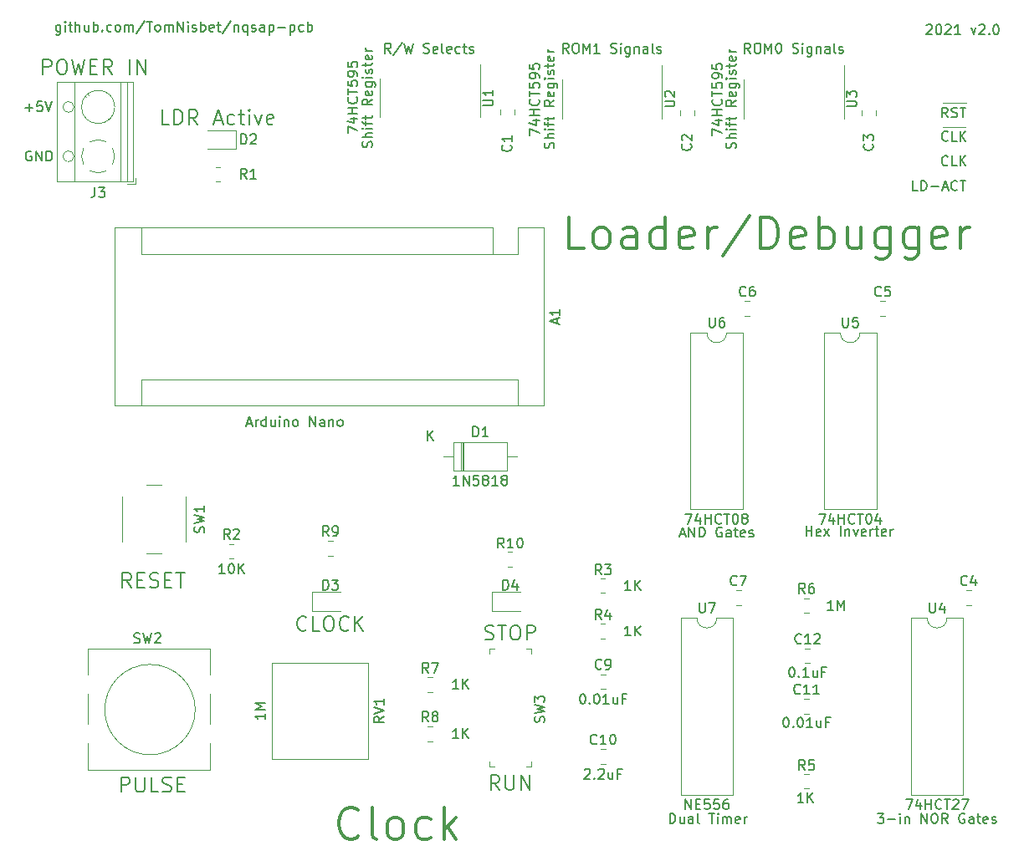
<source format=gto>
G04 #@! TF.GenerationSoftware,KiCad,Pcbnew,(5.1.9)-1*
G04 #@! TF.CreationDate,2021-10-24T10:29:25-04:00*
G04 #@! TF.ProjectId,loader,6c6f6164-6572-42e6-9b69-6361645f7063,2.0*
G04 #@! TF.SameCoordinates,Original*
G04 #@! TF.FileFunction,Legend,Top*
G04 #@! TF.FilePolarity,Positive*
%FSLAX46Y46*%
G04 Gerber Fmt 4.6, Leading zero omitted, Abs format (unit mm)*
G04 Created by KiCad (PCBNEW (5.1.9)-1) date 2021-10-24 10:29:25*
%MOMM*%
%LPD*%
G01*
G04 APERTURE LIST*
%ADD10C,0.150000*%
%ADD11C,0.300000*%
%ADD12C,0.120000*%
%ADD13C,0.100000*%
%ADD14C,0.170000*%
%ADD15O,3.048000X1.850000*%
%ADD16C,2.500000*%
%ADD17R,2.500000X2.500000*%
%ADD18O,1.700000X1.700000*%
%ADD19R,1.700000X1.700000*%
%ADD20O,1.600000X1.600000*%
%ADD21R,1.600000X1.600000*%
%ADD22O,2.200000X2.200000*%
%ADD23R,2.200000X2.200000*%
%ADD24C,1.440000*%
%ADD25C,2.000000*%
%ADD26C,1.900000*%
%ADD27R,1.900000X1.900000*%
G04 APERTURE END LIST*
D10*
X179002500Y-63057142D02*
X178954880Y-63104761D01*
X178812023Y-63152380D01*
X178716785Y-63152380D01*
X178573928Y-63104761D01*
X178478690Y-63009523D01*
X178431071Y-62914285D01*
X178383452Y-62723809D01*
X178383452Y-62580952D01*
X178431071Y-62390476D01*
X178478690Y-62295238D01*
X178573928Y-62200000D01*
X178716785Y-62152380D01*
X178812023Y-62152380D01*
X178954880Y-62200000D01*
X179002500Y-62247619D01*
X179907261Y-63152380D02*
X179431071Y-63152380D01*
X179431071Y-62152380D01*
X180240595Y-63152380D02*
X180240595Y-62152380D01*
X180812023Y-63152380D02*
X180383452Y-62580952D01*
X180812023Y-62152380D02*
X180240595Y-62723809D01*
D11*
X119338095Y-131042857D02*
X119185714Y-131195238D01*
X118728571Y-131347619D01*
X118423809Y-131347619D01*
X117966666Y-131195238D01*
X117661904Y-130890476D01*
X117509523Y-130585714D01*
X117357142Y-129976190D01*
X117357142Y-129519047D01*
X117509523Y-128909523D01*
X117661904Y-128604761D01*
X117966666Y-128300000D01*
X118423809Y-128147619D01*
X118728571Y-128147619D01*
X119185714Y-128300000D01*
X119338095Y-128452380D01*
X121166666Y-131347619D02*
X120861904Y-131195238D01*
X120709523Y-130890476D01*
X120709523Y-128147619D01*
X122842857Y-131347619D02*
X122538095Y-131195238D01*
X122385714Y-131042857D01*
X122233333Y-130738095D01*
X122233333Y-129823809D01*
X122385714Y-129519047D01*
X122538095Y-129366666D01*
X122842857Y-129214285D01*
X123300000Y-129214285D01*
X123604761Y-129366666D01*
X123757142Y-129519047D01*
X123909523Y-129823809D01*
X123909523Y-130738095D01*
X123757142Y-131042857D01*
X123604761Y-131195238D01*
X123300000Y-131347619D01*
X122842857Y-131347619D01*
X126652380Y-131195238D02*
X126347619Y-131347619D01*
X125738095Y-131347619D01*
X125433333Y-131195238D01*
X125280952Y-131042857D01*
X125128571Y-130738095D01*
X125128571Y-129823809D01*
X125280952Y-129519047D01*
X125433333Y-129366666D01*
X125738095Y-129214285D01*
X126347619Y-129214285D01*
X126652380Y-129366666D01*
X128023809Y-131347619D02*
X128023809Y-128147619D01*
X128328571Y-130128571D02*
X129242857Y-131347619D01*
X129242857Y-129214285D02*
X128023809Y-130433333D01*
D12*
X178500000Y-56800000D02*
X180900000Y-56800000D01*
X178500000Y-59200000D02*
X180800000Y-59200000D01*
D10*
X178997738Y-58252380D02*
X178664404Y-57776190D01*
X178426309Y-58252380D02*
X178426309Y-57252380D01*
X178807261Y-57252380D01*
X178902500Y-57300000D01*
X178950119Y-57347619D01*
X178997738Y-57442857D01*
X178997738Y-57585714D01*
X178950119Y-57680952D01*
X178902500Y-57728571D01*
X178807261Y-57776190D01*
X178426309Y-57776190D01*
X179378690Y-58204761D02*
X179521547Y-58252380D01*
X179759642Y-58252380D01*
X179854880Y-58204761D01*
X179902500Y-58157142D01*
X179950119Y-58061904D01*
X179950119Y-57966666D01*
X179902500Y-57871428D01*
X179854880Y-57823809D01*
X179759642Y-57776190D01*
X179569166Y-57728571D01*
X179473928Y-57680952D01*
X179426309Y-57633333D01*
X179378690Y-57538095D01*
X179378690Y-57442857D01*
X179426309Y-57347619D01*
X179473928Y-57300000D01*
X179569166Y-57252380D01*
X179807261Y-57252380D01*
X179950119Y-57300000D01*
X180235833Y-57252380D02*
X180807261Y-57252380D01*
X180521547Y-58252380D02*
X180521547Y-57252380D01*
X179002500Y-60557142D02*
X178954880Y-60604761D01*
X178812023Y-60652380D01*
X178716785Y-60652380D01*
X178573928Y-60604761D01*
X178478690Y-60509523D01*
X178431071Y-60414285D01*
X178383452Y-60223809D01*
X178383452Y-60080952D01*
X178431071Y-59890476D01*
X178478690Y-59795238D01*
X178573928Y-59700000D01*
X178716785Y-59652380D01*
X178812023Y-59652380D01*
X178954880Y-59700000D01*
X179002500Y-59747619D01*
X179907261Y-60652380D02*
X179431071Y-60652380D01*
X179431071Y-59652380D01*
X180240595Y-60652380D02*
X180240595Y-59652380D01*
X180812023Y-60652380D02*
X180383452Y-60080952D01*
X180812023Y-59652380D02*
X180240595Y-60223809D01*
X175950119Y-65652380D02*
X175473928Y-65652380D01*
X175473928Y-64652380D01*
X176283452Y-65652380D02*
X176283452Y-64652380D01*
X176521547Y-64652380D01*
X176664404Y-64700000D01*
X176759642Y-64795238D01*
X176807261Y-64890476D01*
X176854880Y-65080952D01*
X176854880Y-65223809D01*
X176807261Y-65414285D01*
X176759642Y-65509523D01*
X176664404Y-65604761D01*
X176521547Y-65652380D01*
X176283452Y-65652380D01*
X177283452Y-65271428D02*
X178045357Y-65271428D01*
X178473928Y-65366666D02*
X178950119Y-65366666D01*
X178378690Y-65652380D02*
X178712023Y-64652380D01*
X179045357Y-65652380D01*
X179950119Y-65557142D02*
X179902500Y-65604761D01*
X179759642Y-65652380D01*
X179664404Y-65652380D01*
X179521547Y-65604761D01*
X179426309Y-65509523D01*
X179378690Y-65414285D01*
X179331071Y-65223809D01*
X179331071Y-65080952D01*
X179378690Y-64890476D01*
X179426309Y-64795238D01*
X179521547Y-64700000D01*
X179664404Y-64652380D01*
X179759642Y-64652380D01*
X179902500Y-64700000D01*
X179950119Y-64747619D01*
X180235833Y-64652380D02*
X180807261Y-64652380D01*
X180521547Y-65652380D02*
X180521547Y-64652380D01*
X89200000Y-48885714D02*
X89200000Y-49695238D01*
X89152380Y-49790476D01*
X89104761Y-49838095D01*
X89009523Y-49885714D01*
X88866666Y-49885714D01*
X88771428Y-49838095D01*
X89200000Y-49504761D02*
X89104761Y-49552380D01*
X88914285Y-49552380D01*
X88819047Y-49504761D01*
X88771428Y-49457142D01*
X88723809Y-49361904D01*
X88723809Y-49076190D01*
X88771428Y-48980952D01*
X88819047Y-48933333D01*
X88914285Y-48885714D01*
X89104761Y-48885714D01*
X89200000Y-48933333D01*
X89676190Y-49552380D02*
X89676190Y-48885714D01*
X89676190Y-48552380D02*
X89628571Y-48600000D01*
X89676190Y-48647619D01*
X89723809Y-48600000D01*
X89676190Y-48552380D01*
X89676190Y-48647619D01*
X90009523Y-48885714D02*
X90390476Y-48885714D01*
X90152380Y-48552380D02*
X90152380Y-49409523D01*
X90200000Y-49504761D01*
X90295238Y-49552380D01*
X90390476Y-49552380D01*
X90723809Y-49552380D02*
X90723809Y-48552380D01*
X91152380Y-49552380D02*
X91152380Y-49028571D01*
X91104761Y-48933333D01*
X91009523Y-48885714D01*
X90866666Y-48885714D01*
X90771428Y-48933333D01*
X90723809Y-48980952D01*
X92057142Y-48885714D02*
X92057142Y-49552380D01*
X91628571Y-48885714D02*
X91628571Y-49409523D01*
X91676190Y-49504761D01*
X91771428Y-49552380D01*
X91914285Y-49552380D01*
X92009523Y-49504761D01*
X92057142Y-49457142D01*
X92533333Y-49552380D02*
X92533333Y-48552380D01*
X92533333Y-48933333D02*
X92628571Y-48885714D01*
X92819047Y-48885714D01*
X92914285Y-48933333D01*
X92961904Y-48980952D01*
X93009523Y-49076190D01*
X93009523Y-49361904D01*
X92961904Y-49457142D01*
X92914285Y-49504761D01*
X92819047Y-49552380D01*
X92628571Y-49552380D01*
X92533333Y-49504761D01*
X93438095Y-49457142D02*
X93485714Y-49504761D01*
X93438095Y-49552380D01*
X93390476Y-49504761D01*
X93438095Y-49457142D01*
X93438095Y-49552380D01*
X94342857Y-49504761D02*
X94247619Y-49552380D01*
X94057142Y-49552380D01*
X93961904Y-49504761D01*
X93914285Y-49457142D01*
X93866666Y-49361904D01*
X93866666Y-49076190D01*
X93914285Y-48980952D01*
X93961904Y-48933333D01*
X94057142Y-48885714D01*
X94247619Y-48885714D01*
X94342857Y-48933333D01*
X94914285Y-49552380D02*
X94819047Y-49504761D01*
X94771428Y-49457142D01*
X94723809Y-49361904D01*
X94723809Y-49076190D01*
X94771428Y-48980952D01*
X94819047Y-48933333D01*
X94914285Y-48885714D01*
X95057142Y-48885714D01*
X95152380Y-48933333D01*
X95200000Y-48980952D01*
X95247619Y-49076190D01*
X95247619Y-49361904D01*
X95200000Y-49457142D01*
X95152380Y-49504761D01*
X95057142Y-49552380D01*
X94914285Y-49552380D01*
X95676190Y-49552380D02*
X95676190Y-48885714D01*
X95676190Y-48980952D02*
X95723809Y-48933333D01*
X95819047Y-48885714D01*
X95961904Y-48885714D01*
X96057142Y-48933333D01*
X96104761Y-49028571D01*
X96104761Y-49552380D01*
X96104761Y-49028571D02*
X96152380Y-48933333D01*
X96247619Y-48885714D01*
X96390476Y-48885714D01*
X96485714Y-48933333D01*
X96533333Y-49028571D01*
X96533333Y-49552380D01*
X97723809Y-48504761D02*
X96866666Y-49790476D01*
X97914285Y-48552380D02*
X98485714Y-48552380D01*
X98200000Y-49552380D02*
X98200000Y-48552380D01*
X98961904Y-49552380D02*
X98866666Y-49504761D01*
X98819047Y-49457142D01*
X98771428Y-49361904D01*
X98771428Y-49076190D01*
X98819047Y-48980952D01*
X98866666Y-48933333D01*
X98961904Y-48885714D01*
X99104761Y-48885714D01*
X99200000Y-48933333D01*
X99247619Y-48980952D01*
X99295238Y-49076190D01*
X99295238Y-49361904D01*
X99247619Y-49457142D01*
X99200000Y-49504761D01*
X99104761Y-49552380D01*
X98961904Y-49552380D01*
X99723809Y-49552380D02*
X99723809Y-48885714D01*
X99723809Y-48980952D02*
X99771428Y-48933333D01*
X99866666Y-48885714D01*
X100009523Y-48885714D01*
X100104761Y-48933333D01*
X100152380Y-49028571D01*
X100152380Y-49552380D01*
X100152380Y-49028571D02*
X100200000Y-48933333D01*
X100295238Y-48885714D01*
X100438095Y-48885714D01*
X100533333Y-48933333D01*
X100580952Y-49028571D01*
X100580952Y-49552380D01*
X101057142Y-49552380D02*
X101057142Y-48552380D01*
X101628571Y-49552380D01*
X101628571Y-48552380D01*
X102104761Y-49552380D02*
X102104761Y-48885714D01*
X102104761Y-48552380D02*
X102057142Y-48600000D01*
X102104761Y-48647619D01*
X102152380Y-48600000D01*
X102104761Y-48552380D01*
X102104761Y-48647619D01*
X102533333Y-49504761D02*
X102628571Y-49552380D01*
X102819047Y-49552380D01*
X102914285Y-49504761D01*
X102961904Y-49409523D01*
X102961904Y-49361904D01*
X102914285Y-49266666D01*
X102819047Y-49219047D01*
X102676190Y-49219047D01*
X102580952Y-49171428D01*
X102533333Y-49076190D01*
X102533333Y-49028571D01*
X102580952Y-48933333D01*
X102676190Y-48885714D01*
X102819047Y-48885714D01*
X102914285Y-48933333D01*
X103390476Y-49552380D02*
X103390476Y-48552380D01*
X103390476Y-48933333D02*
X103485714Y-48885714D01*
X103676190Y-48885714D01*
X103771428Y-48933333D01*
X103819047Y-48980952D01*
X103866666Y-49076190D01*
X103866666Y-49361904D01*
X103819047Y-49457142D01*
X103771428Y-49504761D01*
X103676190Y-49552380D01*
X103485714Y-49552380D01*
X103390476Y-49504761D01*
X104676190Y-49504761D02*
X104580952Y-49552380D01*
X104390476Y-49552380D01*
X104295238Y-49504761D01*
X104247619Y-49409523D01*
X104247619Y-49028571D01*
X104295238Y-48933333D01*
X104390476Y-48885714D01*
X104580952Y-48885714D01*
X104676190Y-48933333D01*
X104723809Y-49028571D01*
X104723809Y-49123809D01*
X104247619Y-49219047D01*
X105009523Y-48885714D02*
X105390476Y-48885714D01*
X105152380Y-48552380D02*
X105152380Y-49409523D01*
X105199999Y-49504761D01*
X105295238Y-49552380D01*
X105390476Y-49552380D01*
X106438095Y-48504761D02*
X105580952Y-49790476D01*
X106771428Y-48885714D02*
X106771428Y-49552380D01*
X106771428Y-48980952D02*
X106819047Y-48933333D01*
X106914285Y-48885714D01*
X107057142Y-48885714D01*
X107152380Y-48933333D01*
X107200000Y-49028571D01*
X107200000Y-49552380D01*
X108104761Y-48885714D02*
X108104761Y-49885714D01*
X108104761Y-49504761D02*
X108009523Y-49552380D01*
X107819047Y-49552380D01*
X107723809Y-49504761D01*
X107676190Y-49457142D01*
X107628571Y-49361904D01*
X107628571Y-49076190D01*
X107676190Y-48980952D01*
X107723809Y-48933333D01*
X107819047Y-48885714D01*
X108009523Y-48885714D01*
X108104761Y-48933333D01*
X108533333Y-49504761D02*
X108628571Y-49552380D01*
X108819047Y-49552380D01*
X108914285Y-49504761D01*
X108961904Y-49409523D01*
X108961904Y-49361904D01*
X108914285Y-49266666D01*
X108819047Y-49219047D01*
X108676190Y-49219047D01*
X108580952Y-49171428D01*
X108533333Y-49076190D01*
X108533333Y-49028571D01*
X108580952Y-48933333D01*
X108676190Y-48885714D01*
X108819047Y-48885714D01*
X108914285Y-48933333D01*
X109819047Y-49552380D02*
X109819047Y-49028571D01*
X109771428Y-48933333D01*
X109676190Y-48885714D01*
X109485714Y-48885714D01*
X109390476Y-48933333D01*
X109819047Y-49504761D02*
X109723809Y-49552380D01*
X109485714Y-49552380D01*
X109390476Y-49504761D01*
X109342857Y-49409523D01*
X109342857Y-49314285D01*
X109390476Y-49219047D01*
X109485714Y-49171428D01*
X109723809Y-49171428D01*
X109819047Y-49123809D01*
X110295238Y-48885714D02*
X110295238Y-49885714D01*
X110295238Y-48933333D02*
X110390476Y-48885714D01*
X110580952Y-48885714D01*
X110676190Y-48933333D01*
X110723809Y-48980952D01*
X110771428Y-49076190D01*
X110771428Y-49361904D01*
X110723809Y-49457142D01*
X110676190Y-49504761D01*
X110580952Y-49552380D01*
X110390476Y-49552380D01*
X110295238Y-49504761D01*
X111199999Y-49171428D02*
X111961904Y-49171428D01*
X112438095Y-48885714D02*
X112438095Y-49885714D01*
X112438095Y-48933333D02*
X112533333Y-48885714D01*
X112723809Y-48885714D01*
X112819047Y-48933333D01*
X112866666Y-48980952D01*
X112914285Y-49076190D01*
X112914285Y-49361904D01*
X112866666Y-49457142D01*
X112819047Y-49504761D01*
X112723809Y-49552380D01*
X112533333Y-49552380D01*
X112438095Y-49504761D01*
X113771428Y-49504761D02*
X113676190Y-49552380D01*
X113485714Y-49552380D01*
X113390476Y-49504761D01*
X113342857Y-49457142D01*
X113295238Y-49361904D01*
X113295238Y-49076190D01*
X113342857Y-48980952D01*
X113390476Y-48933333D01*
X113485714Y-48885714D01*
X113676190Y-48885714D01*
X113771428Y-48933333D01*
X114199999Y-49552380D02*
X114199999Y-48552380D01*
X114199999Y-48933333D02*
X114295238Y-48885714D01*
X114485714Y-48885714D01*
X114580952Y-48933333D01*
X114628571Y-48980952D01*
X114676190Y-49076190D01*
X114676190Y-49361904D01*
X114628571Y-49457142D01*
X114580952Y-49504761D01*
X114485714Y-49552380D01*
X114295238Y-49552380D01*
X114199999Y-49504761D01*
X176833333Y-48947619D02*
X176880952Y-48900000D01*
X176976190Y-48852380D01*
X177214285Y-48852380D01*
X177309523Y-48900000D01*
X177357142Y-48947619D01*
X177404761Y-49042857D01*
X177404761Y-49138095D01*
X177357142Y-49280952D01*
X176785714Y-49852380D01*
X177404761Y-49852380D01*
X178023809Y-48852380D02*
X178119047Y-48852380D01*
X178214285Y-48900000D01*
X178261904Y-48947619D01*
X178309523Y-49042857D01*
X178357142Y-49233333D01*
X178357142Y-49471428D01*
X178309523Y-49661904D01*
X178261904Y-49757142D01*
X178214285Y-49804761D01*
X178119047Y-49852380D01*
X178023809Y-49852380D01*
X177928571Y-49804761D01*
X177880952Y-49757142D01*
X177833333Y-49661904D01*
X177785714Y-49471428D01*
X177785714Y-49233333D01*
X177833333Y-49042857D01*
X177880952Y-48947619D01*
X177928571Y-48900000D01*
X178023809Y-48852380D01*
X178738095Y-48947619D02*
X178785714Y-48900000D01*
X178880952Y-48852380D01*
X179119047Y-48852380D01*
X179214285Y-48900000D01*
X179261904Y-48947619D01*
X179309523Y-49042857D01*
X179309523Y-49138095D01*
X179261904Y-49280952D01*
X178690476Y-49852380D01*
X179309523Y-49852380D01*
X180261904Y-49852380D02*
X179690476Y-49852380D01*
X179976190Y-49852380D02*
X179976190Y-48852380D01*
X179880952Y-48995238D01*
X179785714Y-49090476D01*
X179690476Y-49138095D01*
X181357142Y-49185714D02*
X181595238Y-49852380D01*
X181833333Y-49185714D01*
X182166666Y-48947619D02*
X182214285Y-48900000D01*
X182309523Y-48852380D01*
X182547619Y-48852380D01*
X182642857Y-48900000D01*
X182690476Y-48947619D01*
X182738095Y-49042857D01*
X182738095Y-49138095D01*
X182690476Y-49280952D01*
X182119047Y-49852380D01*
X182738095Y-49852380D01*
X183166666Y-49757142D02*
X183214285Y-49804761D01*
X183166666Y-49852380D01*
X183119047Y-49804761D01*
X183166666Y-49757142D01*
X183166666Y-49852380D01*
X183833333Y-48852380D02*
X183928571Y-48852380D01*
X184023809Y-48900000D01*
X184071428Y-48947619D01*
X184119047Y-49042857D01*
X184166666Y-49233333D01*
X184166666Y-49471428D01*
X184119047Y-49661904D01*
X184071428Y-49757142D01*
X184023809Y-49804761D01*
X183928571Y-49852380D01*
X183833333Y-49852380D01*
X183738095Y-49804761D01*
X183690476Y-49757142D01*
X183642857Y-49661904D01*
X183595238Y-49471428D01*
X183595238Y-49233333D01*
X183642857Y-49042857D01*
X183690476Y-48947619D01*
X183738095Y-48900000D01*
X183833333Y-48852380D01*
D11*
X142185714Y-71547619D02*
X140661904Y-71547619D01*
X140661904Y-68347619D01*
X143709523Y-71547619D02*
X143404761Y-71395238D01*
X143252380Y-71242857D01*
X143100000Y-70938095D01*
X143100000Y-70023809D01*
X143252380Y-69719047D01*
X143404761Y-69566666D01*
X143709523Y-69414285D01*
X144166666Y-69414285D01*
X144471428Y-69566666D01*
X144623809Y-69719047D01*
X144776190Y-70023809D01*
X144776190Y-70938095D01*
X144623809Y-71242857D01*
X144471428Y-71395238D01*
X144166666Y-71547619D01*
X143709523Y-71547619D01*
X147519047Y-71547619D02*
X147519047Y-69871428D01*
X147366666Y-69566666D01*
X147061904Y-69414285D01*
X146452380Y-69414285D01*
X146147619Y-69566666D01*
X147519047Y-71395238D02*
X147214285Y-71547619D01*
X146452380Y-71547619D01*
X146147619Y-71395238D01*
X145995238Y-71090476D01*
X145995238Y-70785714D01*
X146147619Y-70480952D01*
X146452380Y-70328571D01*
X147214285Y-70328571D01*
X147519047Y-70176190D01*
X150414285Y-71547619D02*
X150414285Y-68347619D01*
X150414285Y-71395238D02*
X150109523Y-71547619D01*
X149500000Y-71547619D01*
X149195238Y-71395238D01*
X149042857Y-71242857D01*
X148890476Y-70938095D01*
X148890476Y-70023809D01*
X149042857Y-69719047D01*
X149195238Y-69566666D01*
X149500000Y-69414285D01*
X150109523Y-69414285D01*
X150414285Y-69566666D01*
X153157142Y-71395238D02*
X152852380Y-71547619D01*
X152242857Y-71547619D01*
X151938095Y-71395238D01*
X151785714Y-71090476D01*
X151785714Y-69871428D01*
X151938095Y-69566666D01*
X152242857Y-69414285D01*
X152852380Y-69414285D01*
X153157142Y-69566666D01*
X153309523Y-69871428D01*
X153309523Y-70176190D01*
X151785714Y-70480952D01*
X154680952Y-71547619D02*
X154680952Y-69414285D01*
X154680952Y-70023809D02*
X154833333Y-69719047D01*
X154985714Y-69566666D01*
X155290476Y-69414285D01*
X155595238Y-69414285D01*
X158947619Y-68195238D02*
X156204761Y-72309523D01*
X160014285Y-71547619D02*
X160014285Y-68347619D01*
X160776190Y-68347619D01*
X161233333Y-68500000D01*
X161538095Y-68804761D01*
X161690476Y-69109523D01*
X161842857Y-69719047D01*
X161842857Y-70176190D01*
X161690476Y-70785714D01*
X161538095Y-71090476D01*
X161233333Y-71395238D01*
X160776190Y-71547619D01*
X160014285Y-71547619D01*
X164433333Y-71395238D02*
X164128571Y-71547619D01*
X163519047Y-71547619D01*
X163214285Y-71395238D01*
X163061904Y-71090476D01*
X163061904Y-69871428D01*
X163214285Y-69566666D01*
X163519047Y-69414285D01*
X164128571Y-69414285D01*
X164433333Y-69566666D01*
X164585714Y-69871428D01*
X164585714Y-70176190D01*
X163061904Y-70480952D01*
X165957142Y-71547619D02*
X165957142Y-68347619D01*
X165957142Y-69566666D02*
X166261904Y-69414285D01*
X166871428Y-69414285D01*
X167176190Y-69566666D01*
X167328571Y-69719047D01*
X167480952Y-70023809D01*
X167480952Y-70938095D01*
X167328571Y-71242857D01*
X167176190Y-71395238D01*
X166871428Y-71547619D01*
X166261904Y-71547619D01*
X165957142Y-71395238D01*
X170223809Y-69414285D02*
X170223809Y-71547619D01*
X168852380Y-69414285D02*
X168852380Y-71090476D01*
X169004761Y-71395238D01*
X169309523Y-71547619D01*
X169766666Y-71547619D01*
X170071428Y-71395238D01*
X170223809Y-71242857D01*
X173119047Y-69414285D02*
X173119047Y-72004761D01*
X172966666Y-72309523D01*
X172814285Y-72461904D01*
X172509523Y-72614285D01*
X172052380Y-72614285D01*
X171747619Y-72461904D01*
X173119047Y-71395238D02*
X172814285Y-71547619D01*
X172204761Y-71547619D01*
X171900000Y-71395238D01*
X171747619Y-71242857D01*
X171595238Y-70938095D01*
X171595238Y-70023809D01*
X171747619Y-69719047D01*
X171900000Y-69566666D01*
X172204761Y-69414285D01*
X172814285Y-69414285D01*
X173119047Y-69566666D01*
X176014285Y-69414285D02*
X176014285Y-72004761D01*
X175861904Y-72309523D01*
X175709523Y-72461904D01*
X175404761Y-72614285D01*
X174947619Y-72614285D01*
X174642857Y-72461904D01*
X176014285Y-71395238D02*
X175709523Y-71547619D01*
X175100000Y-71547619D01*
X174795238Y-71395238D01*
X174642857Y-71242857D01*
X174490476Y-70938095D01*
X174490476Y-70023809D01*
X174642857Y-69719047D01*
X174795238Y-69566666D01*
X175100000Y-69414285D01*
X175709523Y-69414285D01*
X176014285Y-69566666D01*
X178757142Y-71395238D02*
X178452380Y-71547619D01*
X177842857Y-71547619D01*
X177538095Y-71395238D01*
X177385714Y-71090476D01*
X177385714Y-69871428D01*
X177538095Y-69566666D01*
X177842857Y-69414285D01*
X178452380Y-69414285D01*
X178757142Y-69566666D01*
X178909523Y-69871428D01*
X178909523Y-70176190D01*
X177385714Y-70480952D01*
X180280952Y-71547619D02*
X180280952Y-69414285D01*
X180280952Y-70023809D02*
X180433333Y-69719047D01*
X180585714Y-69566666D01*
X180890476Y-69414285D01*
X181195238Y-69414285D01*
D12*
X104300000Y-112050000D02*
X104300000Y-114770000D01*
X104300000Y-121630000D02*
X104300000Y-124350000D01*
X92000000Y-119770000D02*
X92000000Y-116630000D01*
X92000000Y-124350000D02*
X92000000Y-121630000D01*
X102829050Y-118240000D02*
G75*
G03*
X102829050Y-118240000I-4579050J0D01*
G01*
X92000000Y-114770000D02*
X92000000Y-112050000D01*
X104300000Y-124350000D02*
X92000000Y-124350000D01*
X104300000Y-116630000D02*
X104300000Y-119770000D01*
X92000000Y-112050000D02*
X104300000Y-112050000D01*
X96800000Y-65000000D02*
X96800000Y-64400000D01*
X95960000Y-65000000D02*
X96800000Y-65000000D01*
X93976000Y-58380000D02*
X94069000Y-58474000D01*
X91725000Y-56130000D02*
X91784000Y-56189000D01*
X94216000Y-58210000D02*
X94274000Y-58269000D01*
X91931000Y-55925000D02*
X92024000Y-56019000D01*
X88840000Y-54640000D02*
X96561000Y-54640000D01*
X88840000Y-64760000D02*
X96561000Y-64760000D01*
X96561000Y-64760000D02*
X96561000Y-54640000D01*
X88840000Y-64760000D02*
X88840000Y-54640000D01*
X90600000Y-64760000D02*
X90600000Y-54640000D01*
X95300000Y-64760000D02*
X95300000Y-54640000D01*
X95900000Y-64760000D02*
X95900000Y-54640000D01*
X90550000Y-57200000D02*
G75*
G03*
X90550000Y-57200000I-550000J0D01*
G01*
X94680000Y-57200000D02*
G75*
G03*
X94680000Y-57200000I-1680000J0D01*
G01*
X90550000Y-62200000D02*
G75*
G03*
X90550000Y-62200000I-550000J0D01*
G01*
X94680450Y-62170617D02*
G75*
G02*
X94484000Y-62989000I-1680450J-29383D01*
G01*
X93789088Y-63683953D02*
G75*
G02*
X92211000Y-63684000I-789088J1483953D01*
G01*
X91516047Y-62989088D02*
G75*
G02*
X91516000Y-61411000I1483953J789088D01*
G01*
X92210912Y-60716047D02*
G75*
G02*
X93789000Y-60716000I789088J-1483953D01*
G01*
X94483352Y-61411288D02*
G75*
G02*
X94680000Y-62200000I-1483352J-788712D01*
G01*
X132930000Y-72070000D02*
X135470000Y-72070000D01*
X135470000Y-72070000D02*
X135470000Y-69400000D01*
X132930000Y-69400000D02*
X94700000Y-69400000D01*
X138140000Y-69400000D02*
X135470000Y-69400000D01*
X135470000Y-84770000D02*
X135470000Y-87440000D01*
X135470000Y-84770000D02*
X97370000Y-84770000D01*
X97370000Y-84770000D02*
X97370000Y-87440000D01*
X132930000Y-72070000D02*
X132930000Y-69400000D01*
X132930000Y-72070000D02*
X97370000Y-72070000D01*
X97370000Y-72070000D02*
X97370000Y-69400000D01*
X94700000Y-69400000D02*
X94700000Y-87440000D01*
X94700000Y-87440000D02*
X138140000Y-87440000D01*
X138140000Y-87440000D02*
X138140000Y-69400000D01*
X128960000Y-91130000D02*
X128960000Y-94070000D01*
X128960000Y-94070000D02*
X134400000Y-94070000D01*
X134400000Y-94070000D02*
X134400000Y-91130000D01*
X134400000Y-91130000D02*
X128960000Y-91130000D01*
X127940000Y-92600000D02*
X128960000Y-92600000D01*
X135420000Y-92600000D02*
X134400000Y-92600000D01*
X129860000Y-91130000D02*
X129860000Y-94070000D01*
X129980000Y-91130000D02*
X129980000Y-94070000D01*
X129740000Y-91130000D02*
X129740000Y-94070000D01*
X114640000Y-108260000D02*
X117500000Y-108260000D01*
X114640000Y-106340000D02*
X114640000Y-108260000D01*
X117500000Y-106340000D02*
X114640000Y-106340000D01*
X106727064Y-101465000D02*
X106272936Y-101465000D01*
X106727064Y-102935000D02*
X106272936Y-102935000D01*
X158340000Y-56400000D02*
X158340000Y-58350000D01*
X158340000Y-56400000D02*
X158340000Y-54450000D01*
X168460000Y-56400000D02*
X168460000Y-58350000D01*
X168460000Y-56400000D02*
X168460000Y-52950000D01*
X139940000Y-56400000D02*
X139940000Y-58350000D01*
X139940000Y-56400000D02*
X139940000Y-54450000D01*
X150060000Y-56400000D02*
X150060000Y-58350000D01*
X150060000Y-56400000D02*
X150060000Y-52950000D01*
X121540000Y-56300000D02*
X121540000Y-58250000D01*
X121540000Y-56300000D02*
X121540000Y-54350000D01*
X131660000Y-56300000D02*
X131660000Y-58250000D01*
X131660000Y-56300000D02*
X131660000Y-52850000D01*
X134927064Y-102265000D02*
X134472936Y-102265000D01*
X134927064Y-103735000D02*
X134472936Y-103735000D01*
X116727064Y-101165000D02*
X116272936Y-101165000D01*
X116727064Y-102635000D02*
X116272936Y-102635000D01*
X132840000Y-108260000D02*
X135700000Y-108260000D01*
X132840000Y-106340000D02*
X132840000Y-108260000D01*
X135700000Y-106340000D02*
X132840000Y-106340000D01*
X120325000Y-123240000D02*
X110555000Y-123240000D01*
X120325000Y-113470000D02*
X110555000Y-113470000D01*
X110555000Y-113470000D02*
X110555000Y-123240000D01*
X120325000Y-113470000D02*
X120325000Y-123240000D01*
X101900000Y-101200000D02*
X101900000Y-96700000D01*
X97900000Y-102450000D02*
X99400000Y-102450000D01*
X95400000Y-96700000D02*
X95400000Y-101200000D01*
X99400000Y-95450000D02*
X97900000Y-95450000D01*
X144327064Y-104965000D02*
X143872936Y-104965000D01*
X144327064Y-106435000D02*
X143872936Y-106435000D01*
D13*
X136800000Y-124000000D02*
X136800000Y-123500000D01*
X136800000Y-124000000D02*
X136300000Y-124000000D01*
X136800000Y-112100000D02*
X136300000Y-112100000D01*
X136800000Y-112100000D02*
X136800000Y-112600000D01*
X132600000Y-112100000D02*
X133100000Y-112100000D01*
X132600000Y-112100000D02*
X132600000Y-112600000D01*
X132600000Y-124000000D02*
X133100000Y-124000000D01*
X132600000Y-124000000D02*
X132600000Y-123500000D01*
D12*
X180560000Y-108970000D02*
X178910000Y-108970000D01*
X180560000Y-126870000D02*
X180560000Y-108970000D01*
X175260000Y-126870000D02*
X180560000Y-126870000D01*
X175260000Y-108970000D02*
X175260000Y-126870000D01*
X176910000Y-108970000D02*
X175260000Y-108970000D01*
X178910000Y-108970000D02*
G75*
G02*
X176910000Y-108970000I-1000000J0D01*
G01*
X157260000Y-108970000D02*
X155610000Y-108970000D01*
X157260000Y-126870000D02*
X157260000Y-108970000D01*
X151960000Y-126870000D02*
X157260000Y-126870000D01*
X151960000Y-108970000D02*
X151960000Y-126870000D01*
X153610000Y-108970000D02*
X151960000Y-108970000D01*
X155610000Y-108970000D02*
G75*
G02*
X153610000Y-108970000I-1000000J0D01*
G01*
X158260000Y-80070000D02*
X156610000Y-80070000D01*
X158260000Y-97970000D02*
X158260000Y-80070000D01*
X152960000Y-97970000D02*
X158260000Y-97970000D01*
X152960000Y-80070000D02*
X152960000Y-97970000D01*
X154610000Y-80070000D02*
X152960000Y-80070000D01*
X156610000Y-80070000D02*
G75*
G02*
X154610000Y-80070000I-1000000J0D01*
G01*
X171760000Y-80070000D02*
X170110000Y-80070000D01*
X171760000Y-97970000D02*
X171760000Y-80070000D01*
X166460000Y-97970000D02*
X171760000Y-97970000D01*
X166460000Y-80070000D02*
X166460000Y-97970000D01*
X168110000Y-80070000D02*
X166460000Y-80070000D01*
X170110000Y-80070000D02*
G75*
G02*
X168110000Y-80070000I-1000000J0D01*
G01*
X126827064Y-119965000D02*
X126372936Y-119965000D01*
X126827064Y-121435000D02*
X126372936Y-121435000D01*
X126372936Y-116435000D02*
X126827064Y-116435000D01*
X126372936Y-114965000D02*
X126827064Y-114965000D01*
X164927064Y-106965000D02*
X164472936Y-106965000D01*
X164927064Y-108435000D02*
X164472936Y-108435000D01*
X164927064Y-124765000D02*
X164472936Y-124765000D01*
X164927064Y-126235000D02*
X164472936Y-126235000D01*
X143872936Y-111035000D02*
X144327064Y-111035000D01*
X143872936Y-109565000D02*
X144327064Y-109565000D01*
X164538748Y-113535000D02*
X165061252Y-113535000D01*
X164538748Y-112065000D02*
X165061252Y-112065000D01*
X164438748Y-118635000D02*
X164961252Y-118635000D01*
X164438748Y-117165000D02*
X164961252Y-117165000D01*
X144361252Y-122265000D02*
X143838748Y-122265000D01*
X144361252Y-123735000D02*
X143838748Y-123735000D01*
X144361252Y-114665000D02*
X143838748Y-114665000D01*
X144361252Y-116135000D02*
X143838748Y-116135000D01*
X180838748Y-107635000D02*
X181361252Y-107635000D01*
X180838748Y-106165000D02*
X181361252Y-106165000D01*
X157538748Y-107635000D02*
X158061252Y-107635000D01*
X157538748Y-106165000D02*
X158061252Y-106165000D01*
X158438748Y-78335000D02*
X158961252Y-78335000D01*
X158438748Y-76865000D02*
X158961252Y-76865000D01*
X171735000Y-57538748D02*
X171735000Y-58061252D01*
X170265000Y-57538748D02*
X170265000Y-58061252D01*
X172138748Y-78335000D02*
X172661252Y-78335000D01*
X172138748Y-76865000D02*
X172661252Y-76865000D01*
X104872936Y-63265000D02*
X105327064Y-63265000D01*
X104872936Y-64735000D02*
X105327064Y-64735000D01*
X104075000Y-61460000D02*
X106935000Y-61460000D01*
X106935000Y-61460000D02*
X106935000Y-59540000D01*
X106935000Y-59540000D02*
X104075000Y-59540000D01*
X153335000Y-57538748D02*
X153335000Y-58061252D01*
X151865000Y-57538748D02*
X151865000Y-58061252D01*
X135135000Y-57438748D02*
X135135000Y-57961252D01*
X133665000Y-57438748D02*
X133665000Y-57961252D01*
D10*
X96646666Y-111444761D02*
X96789523Y-111492380D01*
X97027619Y-111492380D01*
X97122857Y-111444761D01*
X97170476Y-111397142D01*
X97218095Y-111301904D01*
X97218095Y-111206666D01*
X97170476Y-111111428D01*
X97122857Y-111063809D01*
X97027619Y-111016190D01*
X96837142Y-110968571D01*
X96741904Y-110920952D01*
X96694285Y-110873333D01*
X96646666Y-110778095D01*
X96646666Y-110682857D01*
X96694285Y-110587619D01*
X96741904Y-110540000D01*
X96837142Y-110492380D01*
X97075238Y-110492380D01*
X97218095Y-110540000D01*
X97551428Y-110492380D02*
X97789523Y-111492380D01*
X97980000Y-110778095D01*
X98170476Y-111492380D01*
X98408571Y-110492380D01*
X98741904Y-110587619D02*
X98789523Y-110540000D01*
X98884761Y-110492380D01*
X99122857Y-110492380D01*
X99218095Y-110540000D01*
X99265714Y-110587619D01*
X99313333Y-110682857D01*
X99313333Y-110778095D01*
X99265714Y-110920952D01*
X98694285Y-111492380D01*
X99313333Y-111492380D01*
D14*
X95321428Y-126578571D02*
X95321428Y-125078571D01*
X95892857Y-125078571D01*
X96035714Y-125150000D01*
X96107142Y-125221428D01*
X96178571Y-125364285D01*
X96178571Y-125578571D01*
X96107142Y-125721428D01*
X96035714Y-125792857D01*
X95892857Y-125864285D01*
X95321428Y-125864285D01*
X96821428Y-125078571D02*
X96821428Y-126292857D01*
X96892857Y-126435714D01*
X96964285Y-126507142D01*
X97107142Y-126578571D01*
X97392857Y-126578571D01*
X97535714Y-126507142D01*
X97607142Y-126435714D01*
X97678571Y-126292857D01*
X97678571Y-125078571D01*
X99107142Y-126578571D02*
X98392857Y-126578571D01*
X98392857Y-125078571D01*
X99535714Y-126507142D02*
X99750000Y-126578571D01*
X100107142Y-126578571D01*
X100250000Y-126507142D01*
X100321428Y-126435714D01*
X100392857Y-126292857D01*
X100392857Y-126150000D01*
X100321428Y-126007142D01*
X100250000Y-125935714D01*
X100107142Y-125864285D01*
X99821428Y-125792857D01*
X99678571Y-125721428D01*
X99607142Y-125650000D01*
X99535714Y-125507142D01*
X99535714Y-125364285D01*
X99607142Y-125221428D01*
X99678571Y-125150000D01*
X99821428Y-125078571D01*
X100178571Y-125078571D01*
X100392857Y-125150000D01*
X101035714Y-125792857D02*
X101535714Y-125792857D01*
X101750000Y-126578571D02*
X101035714Y-126578571D01*
X101035714Y-125078571D01*
X101750000Y-125078571D01*
D10*
X92666666Y-65352380D02*
X92666666Y-66066666D01*
X92619047Y-66209523D01*
X92523809Y-66304761D01*
X92380952Y-66352380D01*
X92285714Y-66352380D01*
X93047619Y-65352380D02*
X93666666Y-65352380D01*
X93333333Y-65733333D01*
X93476190Y-65733333D01*
X93571428Y-65780952D01*
X93619047Y-65828571D01*
X93666666Y-65923809D01*
X93666666Y-66161904D01*
X93619047Y-66257142D01*
X93571428Y-66304761D01*
X93476190Y-66352380D01*
X93190476Y-66352380D01*
X93095238Y-66304761D01*
X93047619Y-66257142D01*
D14*
X87421428Y-53878571D02*
X87421428Y-52378571D01*
X87992857Y-52378571D01*
X88135714Y-52450000D01*
X88207142Y-52521428D01*
X88278571Y-52664285D01*
X88278571Y-52878571D01*
X88207142Y-53021428D01*
X88135714Y-53092857D01*
X87992857Y-53164285D01*
X87421428Y-53164285D01*
X89207142Y-52378571D02*
X89492857Y-52378571D01*
X89635714Y-52450000D01*
X89778571Y-52592857D01*
X89850000Y-52878571D01*
X89850000Y-53378571D01*
X89778571Y-53664285D01*
X89635714Y-53807142D01*
X89492857Y-53878571D01*
X89207142Y-53878571D01*
X89064285Y-53807142D01*
X88921428Y-53664285D01*
X88850000Y-53378571D01*
X88850000Y-52878571D01*
X88921428Y-52592857D01*
X89064285Y-52450000D01*
X89207142Y-52378571D01*
X90350000Y-52378571D02*
X90707142Y-53878571D01*
X90992857Y-52807142D01*
X91278571Y-53878571D01*
X91635714Y-52378571D01*
X92207142Y-53092857D02*
X92707142Y-53092857D01*
X92921428Y-53878571D02*
X92207142Y-53878571D01*
X92207142Y-52378571D01*
X92921428Y-52378571D01*
X94421428Y-53878571D02*
X93921428Y-53164285D01*
X93564285Y-53878571D02*
X93564285Y-52378571D01*
X94135714Y-52378571D01*
X94278571Y-52450000D01*
X94350000Y-52521428D01*
X94421428Y-52664285D01*
X94421428Y-52878571D01*
X94350000Y-53021428D01*
X94278571Y-53092857D01*
X94135714Y-53164285D01*
X93564285Y-53164285D01*
X96207142Y-53878571D02*
X96207142Y-52378571D01*
X96921428Y-53878571D02*
X96921428Y-52378571D01*
X97778571Y-53878571D01*
X97778571Y-52378571D01*
D10*
X85614285Y-57271428D02*
X86376190Y-57271428D01*
X85995238Y-57652380D02*
X85995238Y-56890476D01*
X87328571Y-56652380D02*
X86852380Y-56652380D01*
X86804761Y-57128571D01*
X86852380Y-57080952D01*
X86947619Y-57033333D01*
X87185714Y-57033333D01*
X87280952Y-57080952D01*
X87328571Y-57128571D01*
X87376190Y-57223809D01*
X87376190Y-57461904D01*
X87328571Y-57557142D01*
X87280952Y-57604761D01*
X87185714Y-57652380D01*
X86947619Y-57652380D01*
X86852380Y-57604761D01*
X86804761Y-57557142D01*
X87661904Y-56652380D02*
X87995238Y-57652380D01*
X88328571Y-56652380D01*
X86238095Y-61700000D02*
X86142857Y-61652380D01*
X86000000Y-61652380D01*
X85857142Y-61700000D01*
X85761904Y-61795238D01*
X85714285Y-61890476D01*
X85666666Y-62080952D01*
X85666666Y-62223809D01*
X85714285Y-62414285D01*
X85761904Y-62509523D01*
X85857142Y-62604761D01*
X86000000Y-62652380D01*
X86095238Y-62652380D01*
X86238095Y-62604761D01*
X86285714Y-62557142D01*
X86285714Y-62223809D01*
X86095238Y-62223809D01*
X86714285Y-62652380D02*
X86714285Y-61652380D01*
X87285714Y-62652380D01*
X87285714Y-61652380D01*
X87761904Y-62652380D02*
X87761904Y-61652380D01*
X88000000Y-61652380D01*
X88142857Y-61700000D01*
X88238095Y-61795238D01*
X88285714Y-61890476D01*
X88333333Y-62080952D01*
X88333333Y-62223809D01*
X88285714Y-62414285D01*
X88238095Y-62509523D01*
X88142857Y-62604761D01*
X88000000Y-62652380D01*
X87761904Y-62652380D01*
X139446666Y-79134285D02*
X139446666Y-78658095D01*
X139732380Y-79229523D02*
X138732380Y-78896190D01*
X139732380Y-78562857D01*
X139732380Y-77705714D02*
X139732380Y-78277142D01*
X139732380Y-77991428D02*
X138732380Y-77991428D01*
X138875238Y-78086666D01*
X138970476Y-78181904D01*
X139018095Y-78277142D01*
X108042857Y-89266666D02*
X108519047Y-89266666D01*
X107947619Y-89552380D02*
X108280952Y-88552380D01*
X108614285Y-89552380D01*
X108947619Y-89552380D02*
X108947619Y-88885714D01*
X108947619Y-89076190D02*
X108995238Y-88980952D01*
X109042857Y-88933333D01*
X109138095Y-88885714D01*
X109233333Y-88885714D01*
X109995238Y-89552380D02*
X109995238Y-88552380D01*
X109995238Y-89504761D02*
X109900000Y-89552380D01*
X109709523Y-89552380D01*
X109614285Y-89504761D01*
X109566666Y-89457142D01*
X109519047Y-89361904D01*
X109519047Y-89076190D01*
X109566666Y-88980952D01*
X109614285Y-88933333D01*
X109709523Y-88885714D01*
X109900000Y-88885714D01*
X109995238Y-88933333D01*
X110900000Y-88885714D02*
X110900000Y-89552380D01*
X110471428Y-88885714D02*
X110471428Y-89409523D01*
X110519047Y-89504761D01*
X110614285Y-89552380D01*
X110757142Y-89552380D01*
X110852380Y-89504761D01*
X110900000Y-89457142D01*
X111376190Y-89552380D02*
X111376190Y-88885714D01*
X111376190Y-88552380D02*
X111328571Y-88600000D01*
X111376190Y-88647619D01*
X111423809Y-88600000D01*
X111376190Y-88552380D01*
X111376190Y-88647619D01*
X111852380Y-88885714D02*
X111852380Y-89552380D01*
X111852380Y-88980952D02*
X111900000Y-88933333D01*
X111995238Y-88885714D01*
X112138095Y-88885714D01*
X112233333Y-88933333D01*
X112280952Y-89028571D01*
X112280952Y-89552380D01*
X112900000Y-89552380D02*
X112804761Y-89504761D01*
X112757142Y-89457142D01*
X112709523Y-89361904D01*
X112709523Y-89076190D01*
X112757142Y-88980952D01*
X112804761Y-88933333D01*
X112900000Y-88885714D01*
X113042857Y-88885714D01*
X113138095Y-88933333D01*
X113185714Y-88980952D01*
X113233333Y-89076190D01*
X113233333Y-89361904D01*
X113185714Y-89457142D01*
X113138095Y-89504761D01*
X113042857Y-89552380D01*
X112900000Y-89552380D01*
X114423809Y-89552380D02*
X114423809Y-88552380D01*
X114995238Y-89552380D01*
X114995238Y-88552380D01*
X115900000Y-89552380D02*
X115900000Y-89028571D01*
X115852380Y-88933333D01*
X115757142Y-88885714D01*
X115566666Y-88885714D01*
X115471428Y-88933333D01*
X115900000Y-89504761D02*
X115804761Y-89552380D01*
X115566666Y-89552380D01*
X115471428Y-89504761D01*
X115423809Y-89409523D01*
X115423809Y-89314285D01*
X115471428Y-89219047D01*
X115566666Y-89171428D01*
X115804761Y-89171428D01*
X115900000Y-89123809D01*
X116376190Y-88885714D02*
X116376190Y-89552380D01*
X116376190Y-88980952D02*
X116423809Y-88933333D01*
X116519047Y-88885714D01*
X116661904Y-88885714D01*
X116757142Y-88933333D01*
X116804761Y-89028571D01*
X116804761Y-89552380D01*
X117423809Y-89552380D02*
X117328571Y-89504761D01*
X117280952Y-89457142D01*
X117233333Y-89361904D01*
X117233333Y-89076190D01*
X117280952Y-88980952D01*
X117328571Y-88933333D01*
X117423809Y-88885714D01*
X117566666Y-88885714D01*
X117661904Y-88933333D01*
X117709523Y-88980952D01*
X117757142Y-89076190D01*
X117757142Y-89361904D01*
X117709523Y-89457142D01*
X117661904Y-89504761D01*
X117566666Y-89552380D01*
X117423809Y-89552380D01*
X130941904Y-90582380D02*
X130941904Y-89582380D01*
X131180000Y-89582380D01*
X131322857Y-89630000D01*
X131418095Y-89725238D01*
X131465714Y-89820476D01*
X131513333Y-90010952D01*
X131513333Y-90153809D01*
X131465714Y-90344285D01*
X131418095Y-90439523D01*
X131322857Y-90534761D01*
X131180000Y-90582380D01*
X130941904Y-90582380D01*
X132465714Y-90582380D02*
X131894285Y-90582380D01*
X132180000Y-90582380D02*
X132180000Y-89582380D01*
X132084761Y-89725238D01*
X131989523Y-89820476D01*
X131894285Y-89868095D01*
X129537142Y-95522380D02*
X128965714Y-95522380D01*
X129251428Y-95522380D02*
X129251428Y-94522380D01*
X129156190Y-94665238D01*
X129060952Y-94760476D01*
X128965714Y-94808095D01*
X129965714Y-95522380D02*
X129965714Y-94522380D01*
X130537142Y-95522380D01*
X130537142Y-94522380D01*
X131489523Y-94522380D02*
X131013333Y-94522380D01*
X130965714Y-94998571D01*
X131013333Y-94950952D01*
X131108571Y-94903333D01*
X131346666Y-94903333D01*
X131441904Y-94950952D01*
X131489523Y-94998571D01*
X131537142Y-95093809D01*
X131537142Y-95331904D01*
X131489523Y-95427142D01*
X131441904Y-95474761D01*
X131346666Y-95522380D01*
X131108571Y-95522380D01*
X131013333Y-95474761D01*
X130965714Y-95427142D01*
X132108571Y-94950952D02*
X132013333Y-94903333D01*
X131965714Y-94855714D01*
X131918095Y-94760476D01*
X131918095Y-94712857D01*
X131965714Y-94617619D01*
X132013333Y-94570000D01*
X132108571Y-94522380D01*
X132299047Y-94522380D01*
X132394285Y-94570000D01*
X132441904Y-94617619D01*
X132489523Y-94712857D01*
X132489523Y-94760476D01*
X132441904Y-94855714D01*
X132394285Y-94903333D01*
X132299047Y-94950952D01*
X132108571Y-94950952D01*
X132013333Y-94998571D01*
X131965714Y-95046190D01*
X131918095Y-95141428D01*
X131918095Y-95331904D01*
X131965714Y-95427142D01*
X132013333Y-95474761D01*
X132108571Y-95522380D01*
X132299047Y-95522380D01*
X132394285Y-95474761D01*
X132441904Y-95427142D01*
X132489523Y-95331904D01*
X132489523Y-95141428D01*
X132441904Y-95046190D01*
X132394285Y-94998571D01*
X132299047Y-94950952D01*
X133441904Y-95522380D02*
X132870476Y-95522380D01*
X133156190Y-95522380D02*
X133156190Y-94522380D01*
X133060952Y-94665238D01*
X132965714Y-94760476D01*
X132870476Y-94808095D01*
X134013333Y-94950952D02*
X133918095Y-94903333D01*
X133870476Y-94855714D01*
X133822857Y-94760476D01*
X133822857Y-94712857D01*
X133870476Y-94617619D01*
X133918095Y-94570000D01*
X134013333Y-94522380D01*
X134203809Y-94522380D01*
X134299047Y-94570000D01*
X134346666Y-94617619D01*
X134394285Y-94712857D01*
X134394285Y-94760476D01*
X134346666Y-94855714D01*
X134299047Y-94903333D01*
X134203809Y-94950952D01*
X134013333Y-94950952D01*
X133918095Y-94998571D01*
X133870476Y-95046190D01*
X133822857Y-95141428D01*
X133822857Y-95331904D01*
X133870476Y-95427142D01*
X133918095Y-95474761D01*
X134013333Y-95522380D01*
X134203809Y-95522380D01*
X134299047Y-95474761D01*
X134346666Y-95427142D01*
X134394285Y-95331904D01*
X134394285Y-95141428D01*
X134346666Y-95046190D01*
X134299047Y-94998571D01*
X134203809Y-94950952D01*
X126338095Y-90952380D02*
X126338095Y-89952380D01*
X126909523Y-90952380D02*
X126480952Y-90380952D01*
X126909523Y-89952380D02*
X126338095Y-90523809D01*
X115761904Y-106102380D02*
X115761904Y-105102380D01*
X116000000Y-105102380D01*
X116142857Y-105150000D01*
X116238095Y-105245238D01*
X116285714Y-105340476D01*
X116333333Y-105530952D01*
X116333333Y-105673809D01*
X116285714Y-105864285D01*
X116238095Y-105959523D01*
X116142857Y-106054761D01*
X116000000Y-106102380D01*
X115761904Y-106102380D01*
X116666666Y-105102380D02*
X117285714Y-105102380D01*
X116952380Y-105483333D01*
X117095238Y-105483333D01*
X117190476Y-105530952D01*
X117238095Y-105578571D01*
X117285714Y-105673809D01*
X117285714Y-105911904D01*
X117238095Y-106007142D01*
X117190476Y-106054761D01*
X117095238Y-106102380D01*
X116809523Y-106102380D01*
X116714285Y-106054761D01*
X116666666Y-106007142D01*
D14*
X114071428Y-110135714D02*
X114000000Y-110207142D01*
X113785714Y-110278571D01*
X113642857Y-110278571D01*
X113428571Y-110207142D01*
X113285714Y-110064285D01*
X113214285Y-109921428D01*
X113142857Y-109635714D01*
X113142857Y-109421428D01*
X113214285Y-109135714D01*
X113285714Y-108992857D01*
X113428571Y-108850000D01*
X113642857Y-108778571D01*
X113785714Y-108778571D01*
X114000000Y-108850000D01*
X114071428Y-108921428D01*
X115428571Y-110278571D02*
X114714285Y-110278571D01*
X114714285Y-108778571D01*
X116214285Y-108778571D02*
X116500000Y-108778571D01*
X116642857Y-108850000D01*
X116785714Y-108992857D01*
X116857142Y-109278571D01*
X116857142Y-109778571D01*
X116785714Y-110064285D01*
X116642857Y-110207142D01*
X116500000Y-110278571D01*
X116214285Y-110278571D01*
X116071428Y-110207142D01*
X115928571Y-110064285D01*
X115857142Y-109778571D01*
X115857142Y-109278571D01*
X115928571Y-108992857D01*
X116071428Y-108850000D01*
X116214285Y-108778571D01*
X118357142Y-110135714D02*
X118285714Y-110207142D01*
X118071428Y-110278571D01*
X117928571Y-110278571D01*
X117714285Y-110207142D01*
X117571428Y-110064285D01*
X117500000Y-109921428D01*
X117428571Y-109635714D01*
X117428571Y-109421428D01*
X117500000Y-109135714D01*
X117571428Y-108992857D01*
X117714285Y-108850000D01*
X117928571Y-108778571D01*
X118071428Y-108778571D01*
X118285714Y-108850000D01*
X118357142Y-108921428D01*
X119000000Y-110278571D02*
X119000000Y-108778571D01*
X119857142Y-110278571D02*
X119214285Y-109421428D01*
X119857142Y-108778571D02*
X119000000Y-109635714D01*
D10*
X106333333Y-100952380D02*
X106000000Y-100476190D01*
X105761904Y-100952380D02*
X105761904Y-99952380D01*
X106142857Y-99952380D01*
X106238095Y-100000000D01*
X106285714Y-100047619D01*
X106333333Y-100142857D01*
X106333333Y-100285714D01*
X106285714Y-100380952D01*
X106238095Y-100428571D01*
X106142857Y-100476190D01*
X105761904Y-100476190D01*
X106714285Y-100047619D02*
X106761904Y-100000000D01*
X106857142Y-99952380D01*
X107095238Y-99952380D01*
X107190476Y-100000000D01*
X107238095Y-100047619D01*
X107285714Y-100142857D01*
X107285714Y-100238095D01*
X107238095Y-100380952D01*
X106666666Y-100952380D01*
X107285714Y-100952380D01*
X105809523Y-104452380D02*
X105238095Y-104452380D01*
X105523809Y-104452380D02*
X105523809Y-103452380D01*
X105428571Y-103595238D01*
X105333333Y-103690476D01*
X105238095Y-103738095D01*
X106428571Y-103452380D02*
X106523809Y-103452380D01*
X106619047Y-103500000D01*
X106666666Y-103547619D01*
X106714285Y-103642857D01*
X106761904Y-103833333D01*
X106761904Y-104071428D01*
X106714285Y-104261904D01*
X106666666Y-104357142D01*
X106619047Y-104404761D01*
X106523809Y-104452380D01*
X106428571Y-104452380D01*
X106333333Y-104404761D01*
X106285714Y-104357142D01*
X106238095Y-104261904D01*
X106190476Y-104071428D01*
X106190476Y-103833333D01*
X106238095Y-103642857D01*
X106285714Y-103547619D01*
X106333333Y-103500000D01*
X106428571Y-103452380D01*
X107190476Y-104452380D02*
X107190476Y-103452380D01*
X107761904Y-104452380D02*
X107333333Y-103880952D01*
X107761904Y-103452380D02*
X107190476Y-104023809D01*
X168752380Y-57161904D02*
X169561904Y-57161904D01*
X169657142Y-57114285D01*
X169704761Y-57066666D01*
X169752380Y-56971428D01*
X169752380Y-56780952D01*
X169704761Y-56685714D01*
X169657142Y-56638095D01*
X169561904Y-56590476D01*
X168752380Y-56590476D01*
X168752380Y-56209523D02*
X168752380Y-55590476D01*
X169133333Y-55923809D01*
X169133333Y-55780952D01*
X169180952Y-55685714D01*
X169228571Y-55638095D01*
X169323809Y-55590476D01*
X169561904Y-55590476D01*
X169657142Y-55638095D01*
X169704761Y-55685714D01*
X169752380Y-55780952D01*
X169752380Y-56066666D01*
X169704761Y-56161904D01*
X169657142Y-56209523D01*
X155152380Y-60042857D02*
X155152380Y-59376190D01*
X156152380Y-59804761D01*
X155485714Y-58566666D02*
X156152380Y-58566666D01*
X155104761Y-58804761D02*
X155819047Y-59042857D01*
X155819047Y-58423809D01*
X156152380Y-58042857D02*
X155152380Y-58042857D01*
X155628571Y-58042857D02*
X155628571Y-57471428D01*
X156152380Y-57471428D02*
X155152380Y-57471428D01*
X156057142Y-56423809D02*
X156104761Y-56471428D01*
X156152380Y-56614285D01*
X156152380Y-56709523D01*
X156104761Y-56852380D01*
X156009523Y-56947619D01*
X155914285Y-56995238D01*
X155723809Y-57042857D01*
X155580952Y-57042857D01*
X155390476Y-56995238D01*
X155295238Y-56947619D01*
X155200000Y-56852380D01*
X155152380Y-56709523D01*
X155152380Y-56614285D01*
X155200000Y-56471428D01*
X155247619Y-56423809D01*
X155152380Y-56138095D02*
X155152380Y-55566666D01*
X156152380Y-55852380D02*
X155152380Y-55852380D01*
X155152380Y-54757142D02*
X155152380Y-55233333D01*
X155628571Y-55280952D01*
X155580952Y-55233333D01*
X155533333Y-55138095D01*
X155533333Y-54900000D01*
X155580952Y-54804761D01*
X155628571Y-54757142D01*
X155723809Y-54709523D01*
X155961904Y-54709523D01*
X156057142Y-54757142D01*
X156104761Y-54804761D01*
X156152380Y-54900000D01*
X156152380Y-55138095D01*
X156104761Y-55233333D01*
X156057142Y-55280952D01*
X156152380Y-54233333D02*
X156152380Y-54042857D01*
X156104761Y-53947619D01*
X156057142Y-53900000D01*
X155914285Y-53804761D01*
X155723809Y-53757142D01*
X155342857Y-53757142D01*
X155247619Y-53804761D01*
X155200000Y-53852380D01*
X155152380Y-53947619D01*
X155152380Y-54138095D01*
X155200000Y-54233333D01*
X155247619Y-54280952D01*
X155342857Y-54328571D01*
X155580952Y-54328571D01*
X155676190Y-54280952D01*
X155723809Y-54233333D01*
X155771428Y-54138095D01*
X155771428Y-53947619D01*
X155723809Y-53852380D01*
X155676190Y-53804761D01*
X155580952Y-53757142D01*
X155152380Y-52852380D02*
X155152380Y-53328571D01*
X155628571Y-53376190D01*
X155580952Y-53328571D01*
X155533333Y-53233333D01*
X155533333Y-52995238D01*
X155580952Y-52900000D01*
X155628571Y-52852380D01*
X155723809Y-52804761D01*
X155961904Y-52804761D01*
X156057142Y-52852380D01*
X156104761Y-52900000D01*
X156152380Y-52995238D01*
X156152380Y-53233333D01*
X156104761Y-53328571D01*
X156057142Y-53376190D01*
X159019047Y-51752380D02*
X158685714Y-51276190D01*
X158447619Y-51752380D02*
X158447619Y-50752380D01*
X158828571Y-50752380D01*
X158923809Y-50800000D01*
X158971428Y-50847619D01*
X159019047Y-50942857D01*
X159019047Y-51085714D01*
X158971428Y-51180952D01*
X158923809Y-51228571D01*
X158828571Y-51276190D01*
X158447619Y-51276190D01*
X159638095Y-50752380D02*
X159828571Y-50752380D01*
X159923809Y-50800000D01*
X160019047Y-50895238D01*
X160066666Y-51085714D01*
X160066666Y-51419047D01*
X160019047Y-51609523D01*
X159923809Y-51704761D01*
X159828571Y-51752380D01*
X159638095Y-51752380D01*
X159542857Y-51704761D01*
X159447619Y-51609523D01*
X159400000Y-51419047D01*
X159400000Y-51085714D01*
X159447619Y-50895238D01*
X159542857Y-50800000D01*
X159638095Y-50752380D01*
X160495238Y-51752380D02*
X160495238Y-50752380D01*
X160828571Y-51466666D01*
X161161904Y-50752380D01*
X161161904Y-51752380D01*
X161828571Y-50752380D02*
X161923809Y-50752380D01*
X162019047Y-50800000D01*
X162066666Y-50847619D01*
X162114285Y-50942857D01*
X162161904Y-51133333D01*
X162161904Y-51371428D01*
X162114285Y-51561904D01*
X162066666Y-51657142D01*
X162019047Y-51704761D01*
X161923809Y-51752380D01*
X161828571Y-51752380D01*
X161733333Y-51704761D01*
X161685714Y-51657142D01*
X161638095Y-51561904D01*
X161590476Y-51371428D01*
X161590476Y-51133333D01*
X161638095Y-50942857D01*
X161685714Y-50847619D01*
X161733333Y-50800000D01*
X161828571Y-50752380D01*
X163304761Y-51704761D02*
X163447619Y-51752380D01*
X163685714Y-51752380D01*
X163780952Y-51704761D01*
X163828571Y-51657142D01*
X163876190Y-51561904D01*
X163876190Y-51466666D01*
X163828571Y-51371428D01*
X163780952Y-51323809D01*
X163685714Y-51276190D01*
X163495238Y-51228571D01*
X163400000Y-51180952D01*
X163352380Y-51133333D01*
X163304761Y-51038095D01*
X163304761Y-50942857D01*
X163352380Y-50847619D01*
X163400000Y-50800000D01*
X163495238Y-50752380D01*
X163733333Y-50752380D01*
X163876190Y-50800000D01*
X164304761Y-51752380D02*
X164304761Y-51085714D01*
X164304761Y-50752380D02*
X164257142Y-50800000D01*
X164304761Y-50847619D01*
X164352380Y-50800000D01*
X164304761Y-50752380D01*
X164304761Y-50847619D01*
X165209523Y-51085714D02*
X165209523Y-51895238D01*
X165161904Y-51990476D01*
X165114285Y-52038095D01*
X165019047Y-52085714D01*
X164876190Y-52085714D01*
X164780952Y-52038095D01*
X165209523Y-51704761D02*
X165114285Y-51752380D01*
X164923809Y-51752380D01*
X164828571Y-51704761D01*
X164780952Y-51657142D01*
X164733333Y-51561904D01*
X164733333Y-51276190D01*
X164780952Y-51180952D01*
X164828571Y-51133333D01*
X164923809Y-51085714D01*
X165114285Y-51085714D01*
X165209523Y-51133333D01*
X165685714Y-51085714D02*
X165685714Y-51752380D01*
X165685714Y-51180952D02*
X165733333Y-51133333D01*
X165828571Y-51085714D01*
X165971428Y-51085714D01*
X166066666Y-51133333D01*
X166114285Y-51228571D01*
X166114285Y-51752380D01*
X167019047Y-51752380D02*
X167019047Y-51228571D01*
X166971428Y-51133333D01*
X166876190Y-51085714D01*
X166685714Y-51085714D01*
X166590476Y-51133333D01*
X167019047Y-51704761D02*
X166923809Y-51752380D01*
X166685714Y-51752380D01*
X166590476Y-51704761D01*
X166542857Y-51609523D01*
X166542857Y-51514285D01*
X166590476Y-51419047D01*
X166685714Y-51371428D01*
X166923809Y-51371428D01*
X167019047Y-51323809D01*
X167638095Y-51752380D02*
X167542857Y-51704761D01*
X167495238Y-51609523D01*
X167495238Y-50752380D01*
X167971428Y-51704761D02*
X168066666Y-51752380D01*
X168257142Y-51752380D01*
X168352380Y-51704761D01*
X168400000Y-51609523D01*
X168400000Y-51561904D01*
X168352380Y-51466666D01*
X168257142Y-51419047D01*
X168114285Y-51419047D01*
X168019047Y-51371428D01*
X167971428Y-51276190D01*
X167971428Y-51228571D01*
X168019047Y-51133333D01*
X168114285Y-51085714D01*
X168257142Y-51085714D01*
X168352380Y-51133333D01*
X157504761Y-61376190D02*
X157552380Y-61233333D01*
X157552380Y-60995238D01*
X157504761Y-60900000D01*
X157457142Y-60852380D01*
X157361904Y-60804761D01*
X157266666Y-60804761D01*
X157171428Y-60852380D01*
X157123809Y-60900000D01*
X157076190Y-60995238D01*
X157028571Y-61185714D01*
X156980952Y-61280952D01*
X156933333Y-61328571D01*
X156838095Y-61376190D01*
X156742857Y-61376190D01*
X156647619Y-61328571D01*
X156600000Y-61280952D01*
X156552380Y-61185714D01*
X156552380Y-60947619D01*
X156600000Y-60804761D01*
X157552380Y-60376190D02*
X156552380Y-60376190D01*
X157552380Y-59947619D02*
X157028571Y-59947619D01*
X156933333Y-59995238D01*
X156885714Y-60090476D01*
X156885714Y-60233333D01*
X156933333Y-60328571D01*
X156980952Y-60376190D01*
X157552380Y-59471428D02*
X156885714Y-59471428D01*
X156552380Y-59471428D02*
X156600000Y-59519047D01*
X156647619Y-59471428D01*
X156600000Y-59423809D01*
X156552380Y-59471428D01*
X156647619Y-59471428D01*
X156885714Y-59138095D02*
X156885714Y-58757142D01*
X157552380Y-58995238D02*
X156695238Y-58995238D01*
X156600000Y-58947619D01*
X156552380Y-58852380D01*
X156552380Y-58757142D01*
X156885714Y-58566666D02*
X156885714Y-58185714D01*
X156552380Y-58423809D02*
X157409523Y-58423809D01*
X157504761Y-58376190D01*
X157552380Y-58280952D01*
X157552380Y-58185714D01*
X157552380Y-56519047D02*
X157076190Y-56852380D01*
X157552380Y-57090476D02*
X156552380Y-57090476D01*
X156552380Y-56709523D01*
X156600000Y-56614285D01*
X156647619Y-56566666D01*
X156742857Y-56519047D01*
X156885714Y-56519047D01*
X156980952Y-56566666D01*
X157028571Y-56614285D01*
X157076190Y-56709523D01*
X157076190Y-57090476D01*
X157504761Y-55709523D02*
X157552380Y-55804761D01*
X157552380Y-55995238D01*
X157504761Y-56090476D01*
X157409523Y-56138095D01*
X157028571Y-56138095D01*
X156933333Y-56090476D01*
X156885714Y-55995238D01*
X156885714Y-55804761D01*
X156933333Y-55709523D01*
X157028571Y-55661904D01*
X157123809Y-55661904D01*
X157219047Y-56138095D01*
X156885714Y-54804761D02*
X157695238Y-54804761D01*
X157790476Y-54852380D01*
X157838095Y-54900000D01*
X157885714Y-54995238D01*
X157885714Y-55138095D01*
X157838095Y-55233333D01*
X157504761Y-54804761D02*
X157552380Y-54900000D01*
X157552380Y-55090476D01*
X157504761Y-55185714D01*
X157457142Y-55233333D01*
X157361904Y-55280952D01*
X157076190Y-55280952D01*
X156980952Y-55233333D01*
X156933333Y-55185714D01*
X156885714Y-55090476D01*
X156885714Y-54900000D01*
X156933333Y-54804761D01*
X157552380Y-54328571D02*
X156885714Y-54328571D01*
X156552380Y-54328571D02*
X156600000Y-54376190D01*
X156647619Y-54328571D01*
X156600000Y-54280952D01*
X156552380Y-54328571D01*
X156647619Y-54328571D01*
X157504761Y-53900000D02*
X157552380Y-53804761D01*
X157552380Y-53614285D01*
X157504761Y-53519047D01*
X157409523Y-53471428D01*
X157361904Y-53471428D01*
X157266666Y-53519047D01*
X157219047Y-53614285D01*
X157219047Y-53757142D01*
X157171428Y-53852380D01*
X157076190Y-53900000D01*
X157028571Y-53900000D01*
X156933333Y-53852380D01*
X156885714Y-53757142D01*
X156885714Y-53614285D01*
X156933333Y-53519047D01*
X156885714Y-53185714D02*
X156885714Y-52804761D01*
X156552380Y-53042857D02*
X157409523Y-53042857D01*
X157504761Y-52995238D01*
X157552380Y-52900000D01*
X157552380Y-52804761D01*
X157504761Y-52090476D02*
X157552380Y-52185714D01*
X157552380Y-52376190D01*
X157504761Y-52471428D01*
X157409523Y-52519047D01*
X157028571Y-52519047D01*
X156933333Y-52471428D01*
X156885714Y-52376190D01*
X156885714Y-52185714D01*
X156933333Y-52090476D01*
X157028571Y-52042857D01*
X157123809Y-52042857D01*
X157219047Y-52519047D01*
X157552380Y-51614285D02*
X156885714Y-51614285D01*
X157076190Y-51614285D02*
X156980952Y-51566666D01*
X156933333Y-51519047D01*
X156885714Y-51423809D01*
X156885714Y-51328571D01*
X150352380Y-57161904D02*
X151161904Y-57161904D01*
X151257142Y-57114285D01*
X151304761Y-57066666D01*
X151352380Y-56971428D01*
X151352380Y-56780952D01*
X151304761Y-56685714D01*
X151257142Y-56638095D01*
X151161904Y-56590476D01*
X150352380Y-56590476D01*
X150447619Y-56161904D02*
X150400000Y-56114285D01*
X150352380Y-56019047D01*
X150352380Y-55780952D01*
X150400000Y-55685714D01*
X150447619Y-55638095D01*
X150542857Y-55590476D01*
X150638095Y-55590476D01*
X150780952Y-55638095D01*
X151352380Y-56209523D01*
X151352380Y-55590476D01*
X136652380Y-60042857D02*
X136652380Y-59376190D01*
X137652380Y-59804761D01*
X136985714Y-58566666D02*
X137652380Y-58566666D01*
X136604761Y-58804761D02*
X137319047Y-59042857D01*
X137319047Y-58423809D01*
X137652380Y-58042857D02*
X136652380Y-58042857D01*
X137128571Y-58042857D02*
X137128571Y-57471428D01*
X137652380Y-57471428D02*
X136652380Y-57471428D01*
X137557142Y-56423809D02*
X137604761Y-56471428D01*
X137652380Y-56614285D01*
X137652380Y-56709523D01*
X137604761Y-56852380D01*
X137509523Y-56947619D01*
X137414285Y-56995238D01*
X137223809Y-57042857D01*
X137080952Y-57042857D01*
X136890476Y-56995238D01*
X136795238Y-56947619D01*
X136700000Y-56852380D01*
X136652380Y-56709523D01*
X136652380Y-56614285D01*
X136700000Y-56471428D01*
X136747619Y-56423809D01*
X136652380Y-56138095D02*
X136652380Y-55566666D01*
X137652380Y-55852380D02*
X136652380Y-55852380D01*
X136652380Y-54757142D02*
X136652380Y-55233333D01*
X137128571Y-55280952D01*
X137080952Y-55233333D01*
X137033333Y-55138095D01*
X137033333Y-54900000D01*
X137080952Y-54804761D01*
X137128571Y-54757142D01*
X137223809Y-54709523D01*
X137461904Y-54709523D01*
X137557142Y-54757142D01*
X137604761Y-54804761D01*
X137652380Y-54900000D01*
X137652380Y-55138095D01*
X137604761Y-55233333D01*
X137557142Y-55280952D01*
X137652380Y-54233333D02*
X137652380Y-54042857D01*
X137604761Y-53947619D01*
X137557142Y-53900000D01*
X137414285Y-53804761D01*
X137223809Y-53757142D01*
X136842857Y-53757142D01*
X136747619Y-53804761D01*
X136700000Y-53852380D01*
X136652380Y-53947619D01*
X136652380Y-54138095D01*
X136700000Y-54233333D01*
X136747619Y-54280952D01*
X136842857Y-54328571D01*
X137080952Y-54328571D01*
X137176190Y-54280952D01*
X137223809Y-54233333D01*
X137271428Y-54138095D01*
X137271428Y-53947619D01*
X137223809Y-53852380D01*
X137176190Y-53804761D01*
X137080952Y-53757142D01*
X136652380Y-52852380D02*
X136652380Y-53328571D01*
X137128571Y-53376190D01*
X137080952Y-53328571D01*
X137033333Y-53233333D01*
X137033333Y-52995238D01*
X137080952Y-52900000D01*
X137128571Y-52852380D01*
X137223809Y-52804761D01*
X137461904Y-52804761D01*
X137557142Y-52852380D01*
X137604761Y-52900000D01*
X137652380Y-52995238D01*
X137652380Y-53233333D01*
X137604761Y-53328571D01*
X137557142Y-53376190D01*
X140619047Y-51752380D02*
X140285714Y-51276190D01*
X140047619Y-51752380D02*
X140047619Y-50752380D01*
X140428571Y-50752380D01*
X140523809Y-50800000D01*
X140571428Y-50847619D01*
X140619047Y-50942857D01*
X140619047Y-51085714D01*
X140571428Y-51180952D01*
X140523809Y-51228571D01*
X140428571Y-51276190D01*
X140047619Y-51276190D01*
X141238095Y-50752380D02*
X141428571Y-50752380D01*
X141523809Y-50800000D01*
X141619047Y-50895238D01*
X141666666Y-51085714D01*
X141666666Y-51419047D01*
X141619047Y-51609523D01*
X141523809Y-51704761D01*
X141428571Y-51752380D01*
X141238095Y-51752380D01*
X141142857Y-51704761D01*
X141047619Y-51609523D01*
X141000000Y-51419047D01*
X141000000Y-51085714D01*
X141047619Y-50895238D01*
X141142857Y-50800000D01*
X141238095Y-50752380D01*
X142095238Y-51752380D02*
X142095238Y-50752380D01*
X142428571Y-51466666D01*
X142761904Y-50752380D01*
X142761904Y-51752380D01*
X143761904Y-51752380D02*
X143190476Y-51752380D01*
X143476190Y-51752380D02*
X143476190Y-50752380D01*
X143380952Y-50895238D01*
X143285714Y-50990476D01*
X143190476Y-51038095D01*
X144904761Y-51704761D02*
X145047619Y-51752380D01*
X145285714Y-51752380D01*
X145380952Y-51704761D01*
X145428571Y-51657142D01*
X145476190Y-51561904D01*
X145476190Y-51466666D01*
X145428571Y-51371428D01*
X145380952Y-51323809D01*
X145285714Y-51276190D01*
X145095238Y-51228571D01*
X145000000Y-51180952D01*
X144952380Y-51133333D01*
X144904761Y-51038095D01*
X144904761Y-50942857D01*
X144952380Y-50847619D01*
X145000000Y-50800000D01*
X145095238Y-50752380D01*
X145333333Y-50752380D01*
X145476190Y-50800000D01*
X145904761Y-51752380D02*
X145904761Y-51085714D01*
X145904761Y-50752380D02*
X145857142Y-50800000D01*
X145904761Y-50847619D01*
X145952380Y-50800000D01*
X145904761Y-50752380D01*
X145904761Y-50847619D01*
X146809523Y-51085714D02*
X146809523Y-51895238D01*
X146761904Y-51990476D01*
X146714285Y-52038095D01*
X146619047Y-52085714D01*
X146476190Y-52085714D01*
X146380952Y-52038095D01*
X146809523Y-51704761D02*
X146714285Y-51752380D01*
X146523809Y-51752380D01*
X146428571Y-51704761D01*
X146380952Y-51657142D01*
X146333333Y-51561904D01*
X146333333Y-51276190D01*
X146380952Y-51180952D01*
X146428571Y-51133333D01*
X146523809Y-51085714D01*
X146714285Y-51085714D01*
X146809523Y-51133333D01*
X147285714Y-51085714D02*
X147285714Y-51752380D01*
X147285714Y-51180952D02*
X147333333Y-51133333D01*
X147428571Y-51085714D01*
X147571428Y-51085714D01*
X147666666Y-51133333D01*
X147714285Y-51228571D01*
X147714285Y-51752380D01*
X148619047Y-51752380D02*
X148619047Y-51228571D01*
X148571428Y-51133333D01*
X148476190Y-51085714D01*
X148285714Y-51085714D01*
X148190476Y-51133333D01*
X148619047Y-51704761D02*
X148523809Y-51752380D01*
X148285714Y-51752380D01*
X148190476Y-51704761D01*
X148142857Y-51609523D01*
X148142857Y-51514285D01*
X148190476Y-51419047D01*
X148285714Y-51371428D01*
X148523809Y-51371428D01*
X148619047Y-51323809D01*
X149238095Y-51752380D02*
X149142857Y-51704761D01*
X149095238Y-51609523D01*
X149095238Y-50752380D01*
X149571428Y-51704761D02*
X149666666Y-51752380D01*
X149857142Y-51752380D01*
X149952380Y-51704761D01*
X150000000Y-51609523D01*
X150000000Y-51561904D01*
X149952380Y-51466666D01*
X149857142Y-51419047D01*
X149714285Y-51419047D01*
X149619047Y-51371428D01*
X149571428Y-51276190D01*
X149571428Y-51228571D01*
X149619047Y-51133333D01*
X149714285Y-51085714D01*
X149857142Y-51085714D01*
X149952380Y-51133333D01*
X139104761Y-61376190D02*
X139152380Y-61233333D01*
X139152380Y-60995238D01*
X139104761Y-60900000D01*
X139057142Y-60852380D01*
X138961904Y-60804761D01*
X138866666Y-60804761D01*
X138771428Y-60852380D01*
X138723809Y-60900000D01*
X138676190Y-60995238D01*
X138628571Y-61185714D01*
X138580952Y-61280952D01*
X138533333Y-61328571D01*
X138438095Y-61376190D01*
X138342857Y-61376190D01*
X138247619Y-61328571D01*
X138200000Y-61280952D01*
X138152380Y-61185714D01*
X138152380Y-60947619D01*
X138200000Y-60804761D01*
X139152380Y-60376190D02*
X138152380Y-60376190D01*
X139152380Y-59947619D02*
X138628571Y-59947619D01*
X138533333Y-59995238D01*
X138485714Y-60090476D01*
X138485714Y-60233333D01*
X138533333Y-60328571D01*
X138580952Y-60376190D01*
X139152380Y-59471428D02*
X138485714Y-59471428D01*
X138152380Y-59471428D02*
X138200000Y-59519047D01*
X138247619Y-59471428D01*
X138200000Y-59423809D01*
X138152380Y-59471428D01*
X138247619Y-59471428D01*
X138485714Y-59138095D02*
X138485714Y-58757142D01*
X139152380Y-58995238D02*
X138295238Y-58995238D01*
X138200000Y-58947619D01*
X138152380Y-58852380D01*
X138152380Y-58757142D01*
X138485714Y-58566666D02*
X138485714Y-58185714D01*
X138152380Y-58423809D02*
X139009523Y-58423809D01*
X139104761Y-58376190D01*
X139152380Y-58280952D01*
X139152380Y-58185714D01*
X139152380Y-56519047D02*
X138676190Y-56852380D01*
X139152380Y-57090476D02*
X138152380Y-57090476D01*
X138152380Y-56709523D01*
X138200000Y-56614285D01*
X138247619Y-56566666D01*
X138342857Y-56519047D01*
X138485714Y-56519047D01*
X138580952Y-56566666D01*
X138628571Y-56614285D01*
X138676190Y-56709523D01*
X138676190Y-57090476D01*
X139104761Y-55709523D02*
X139152380Y-55804761D01*
X139152380Y-55995238D01*
X139104761Y-56090476D01*
X139009523Y-56138095D01*
X138628571Y-56138095D01*
X138533333Y-56090476D01*
X138485714Y-55995238D01*
X138485714Y-55804761D01*
X138533333Y-55709523D01*
X138628571Y-55661904D01*
X138723809Y-55661904D01*
X138819047Y-56138095D01*
X138485714Y-54804761D02*
X139295238Y-54804761D01*
X139390476Y-54852380D01*
X139438095Y-54900000D01*
X139485714Y-54995238D01*
X139485714Y-55138095D01*
X139438095Y-55233333D01*
X139104761Y-54804761D02*
X139152380Y-54900000D01*
X139152380Y-55090476D01*
X139104761Y-55185714D01*
X139057142Y-55233333D01*
X138961904Y-55280952D01*
X138676190Y-55280952D01*
X138580952Y-55233333D01*
X138533333Y-55185714D01*
X138485714Y-55090476D01*
X138485714Y-54900000D01*
X138533333Y-54804761D01*
X139152380Y-54328571D02*
X138485714Y-54328571D01*
X138152380Y-54328571D02*
X138200000Y-54376190D01*
X138247619Y-54328571D01*
X138200000Y-54280952D01*
X138152380Y-54328571D01*
X138247619Y-54328571D01*
X139104761Y-53900000D02*
X139152380Y-53804761D01*
X139152380Y-53614285D01*
X139104761Y-53519047D01*
X139009523Y-53471428D01*
X138961904Y-53471428D01*
X138866666Y-53519047D01*
X138819047Y-53614285D01*
X138819047Y-53757142D01*
X138771428Y-53852380D01*
X138676190Y-53900000D01*
X138628571Y-53900000D01*
X138533333Y-53852380D01*
X138485714Y-53757142D01*
X138485714Y-53614285D01*
X138533333Y-53519047D01*
X138485714Y-53185714D02*
X138485714Y-52804761D01*
X138152380Y-53042857D02*
X139009523Y-53042857D01*
X139104761Y-52995238D01*
X139152380Y-52900000D01*
X139152380Y-52804761D01*
X139104761Y-52090476D02*
X139152380Y-52185714D01*
X139152380Y-52376190D01*
X139104761Y-52471428D01*
X139009523Y-52519047D01*
X138628571Y-52519047D01*
X138533333Y-52471428D01*
X138485714Y-52376190D01*
X138485714Y-52185714D01*
X138533333Y-52090476D01*
X138628571Y-52042857D01*
X138723809Y-52042857D01*
X138819047Y-52519047D01*
X139152380Y-51614285D02*
X138485714Y-51614285D01*
X138676190Y-51614285D02*
X138580952Y-51566666D01*
X138533333Y-51519047D01*
X138485714Y-51423809D01*
X138485714Y-51328571D01*
X131952380Y-57061904D02*
X132761904Y-57061904D01*
X132857142Y-57014285D01*
X132904761Y-56966666D01*
X132952380Y-56871428D01*
X132952380Y-56680952D01*
X132904761Y-56585714D01*
X132857142Y-56538095D01*
X132761904Y-56490476D01*
X131952380Y-56490476D01*
X132952380Y-55490476D02*
X132952380Y-56061904D01*
X132952380Y-55776190D02*
X131952380Y-55776190D01*
X132095238Y-55871428D01*
X132190476Y-55966666D01*
X132238095Y-56061904D01*
X118252380Y-59842857D02*
X118252380Y-59176190D01*
X119252380Y-59604761D01*
X118585714Y-58366666D02*
X119252380Y-58366666D01*
X118204761Y-58604761D02*
X118919047Y-58842857D01*
X118919047Y-58223809D01*
X119252380Y-57842857D02*
X118252380Y-57842857D01*
X118728571Y-57842857D02*
X118728571Y-57271428D01*
X119252380Y-57271428D02*
X118252380Y-57271428D01*
X119157142Y-56223809D02*
X119204761Y-56271428D01*
X119252380Y-56414285D01*
X119252380Y-56509523D01*
X119204761Y-56652380D01*
X119109523Y-56747619D01*
X119014285Y-56795238D01*
X118823809Y-56842857D01*
X118680952Y-56842857D01*
X118490476Y-56795238D01*
X118395238Y-56747619D01*
X118300000Y-56652380D01*
X118252380Y-56509523D01*
X118252380Y-56414285D01*
X118300000Y-56271428D01*
X118347619Y-56223809D01*
X118252380Y-55938095D02*
X118252380Y-55366666D01*
X119252380Y-55652380D02*
X118252380Y-55652380D01*
X118252380Y-54557142D02*
X118252380Y-55033333D01*
X118728571Y-55080952D01*
X118680952Y-55033333D01*
X118633333Y-54938095D01*
X118633333Y-54700000D01*
X118680952Y-54604761D01*
X118728571Y-54557142D01*
X118823809Y-54509523D01*
X119061904Y-54509523D01*
X119157142Y-54557142D01*
X119204761Y-54604761D01*
X119252380Y-54700000D01*
X119252380Y-54938095D01*
X119204761Y-55033333D01*
X119157142Y-55080952D01*
X119252380Y-54033333D02*
X119252380Y-53842857D01*
X119204761Y-53747619D01*
X119157142Y-53700000D01*
X119014285Y-53604761D01*
X118823809Y-53557142D01*
X118442857Y-53557142D01*
X118347619Y-53604761D01*
X118300000Y-53652380D01*
X118252380Y-53747619D01*
X118252380Y-53938095D01*
X118300000Y-54033333D01*
X118347619Y-54080952D01*
X118442857Y-54128571D01*
X118680952Y-54128571D01*
X118776190Y-54080952D01*
X118823809Y-54033333D01*
X118871428Y-53938095D01*
X118871428Y-53747619D01*
X118823809Y-53652380D01*
X118776190Y-53604761D01*
X118680952Y-53557142D01*
X118252380Y-52652380D02*
X118252380Y-53128571D01*
X118728571Y-53176190D01*
X118680952Y-53128571D01*
X118633333Y-53033333D01*
X118633333Y-52795238D01*
X118680952Y-52700000D01*
X118728571Y-52652380D01*
X118823809Y-52604761D01*
X119061904Y-52604761D01*
X119157142Y-52652380D01*
X119204761Y-52700000D01*
X119252380Y-52795238D01*
X119252380Y-53033333D01*
X119204761Y-53128571D01*
X119157142Y-53176190D01*
X122619047Y-51752380D02*
X122285714Y-51276190D01*
X122047619Y-51752380D02*
X122047619Y-50752380D01*
X122428571Y-50752380D01*
X122523809Y-50800000D01*
X122571428Y-50847619D01*
X122619047Y-50942857D01*
X122619047Y-51085714D01*
X122571428Y-51180952D01*
X122523809Y-51228571D01*
X122428571Y-51276190D01*
X122047619Y-51276190D01*
X123761904Y-50704761D02*
X122904761Y-51990476D01*
X124000000Y-50752380D02*
X124238095Y-51752380D01*
X124428571Y-51038095D01*
X124619047Y-51752380D01*
X124857142Y-50752380D01*
X125952380Y-51704761D02*
X126095238Y-51752380D01*
X126333333Y-51752380D01*
X126428571Y-51704761D01*
X126476190Y-51657142D01*
X126523809Y-51561904D01*
X126523809Y-51466666D01*
X126476190Y-51371428D01*
X126428571Y-51323809D01*
X126333333Y-51276190D01*
X126142857Y-51228571D01*
X126047619Y-51180952D01*
X126000000Y-51133333D01*
X125952380Y-51038095D01*
X125952380Y-50942857D01*
X126000000Y-50847619D01*
X126047619Y-50800000D01*
X126142857Y-50752380D01*
X126380952Y-50752380D01*
X126523809Y-50800000D01*
X127333333Y-51704761D02*
X127238095Y-51752380D01*
X127047619Y-51752380D01*
X126952380Y-51704761D01*
X126904761Y-51609523D01*
X126904761Y-51228571D01*
X126952380Y-51133333D01*
X127047619Y-51085714D01*
X127238095Y-51085714D01*
X127333333Y-51133333D01*
X127380952Y-51228571D01*
X127380952Y-51323809D01*
X126904761Y-51419047D01*
X127952380Y-51752380D02*
X127857142Y-51704761D01*
X127809523Y-51609523D01*
X127809523Y-50752380D01*
X128714285Y-51704761D02*
X128619047Y-51752380D01*
X128428571Y-51752380D01*
X128333333Y-51704761D01*
X128285714Y-51609523D01*
X128285714Y-51228571D01*
X128333333Y-51133333D01*
X128428571Y-51085714D01*
X128619047Y-51085714D01*
X128714285Y-51133333D01*
X128761904Y-51228571D01*
X128761904Y-51323809D01*
X128285714Y-51419047D01*
X129619047Y-51704761D02*
X129523809Y-51752380D01*
X129333333Y-51752380D01*
X129238095Y-51704761D01*
X129190476Y-51657142D01*
X129142857Y-51561904D01*
X129142857Y-51276190D01*
X129190476Y-51180952D01*
X129238095Y-51133333D01*
X129333333Y-51085714D01*
X129523809Y-51085714D01*
X129619047Y-51133333D01*
X129904761Y-51085714D02*
X130285714Y-51085714D01*
X130047619Y-50752380D02*
X130047619Y-51609523D01*
X130095238Y-51704761D01*
X130190476Y-51752380D01*
X130285714Y-51752380D01*
X130571428Y-51704761D02*
X130666666Y-51752380D01*
X130857142Y-51752380D01*
X130952380Y-51704761D01*
X131000000Y-51609523D01*
X131000000Y-51561904D01*
X130952380Y-51466666D01*
X130857142Y-51419047D01*
X130714285Y-51419047D01*
X130619047Y-51371428D01*
X130571428Y-51276190D01*
X130571428Y-51228571D01*
X130619047Y-51133333D01*
X130714285Y-51085714D01*
X130857142Y-51085714D01*
X130952380Y-51133333D01*
X120704761Y-61276190D02*
X120752380Y-61133333D01*
X120752380Y-60895238D01*
X120704761Y-60800000D01*
X120657142Y-60752380D01*
X120561904Y-60704761D01*
X120466666Y-60704761D01*
X120371428Y-60752380D01*
X120323809Y-60800000D01*
X120276190Y-60895238D01*
X120228571Y-61085714D01*
X120180952Y-61180952D01*
X120133333Y-61228571D01*
X120038095Y-61276190D01*
X119942857Y-61276190D01*
X119847619Y-61228571D01*
X119800000Y-61180952D01*
X119752380Y-61085714D01*
X119752380Y-60847619D01*
X119800000Y-60704761D01*
X120752380Y-60276190D02*
X119752380Y-60276190D01*
X120752380Y-59847619D02*
X120228571Y-59847619D01*
X120133333Y-59895238D01*
X120085714Y-59990476D01*
X120085714Y-60133333D01*
X120133333Y-60228571D01*
X120180952Y-60276190D01*
X120752380Y-59371428D02*
X120085714Y-59371428D01*
X119752380Y-59371428D02*
X119800000Y-59419047D01*
X119847619Y-59371428D01*
X119800000Y-59323809D01*
X119752380Y-59371428D01*
X119847619Y-59371428D01*
X120085714Y-59038095D02*
X120085714Y-58657142D01*
X120752380Y-58895238D02*
X119895238Y-58895238D01*
X119800000Y-58847619D01*
X119752380Y-58752380D01*
X119752380Y-58657142D01*
X120085714Y-58466666D02*
X120085714Y-58085714D01*
X119752380Y-58323809D02*
X120609523Y-58323809D01*
X120704761Y-58276190D01*
X120752380Y-58180952D01*
X120752380Y-58085714D01*
X120752380Y-56419047D02*
X120276190Y-56752380D01*
X120752380Y-56990476D02*
X119752380Y-56990476D01*
X119752380Y-56609523D01*
X119800000Y-56514285D01*
X119847619Y-56466666D01*
X119942857Y-56419047D01*
X120085714Y-56419047D01*
X120180952Y-56466666D01*
X120228571Y-56514285D01*
X120276190Y-56609523D01*
X120276190Y-56990476D01*
X120704761Y-55609523D02*
X120752380Y-55704761D01*
X120752380Y-55895238D01*
X120704761Y-55990476D01*
X120609523Y-56038095D01*
X120228571Y-56038095D01*
X120133333Y-55990476D01*
X120085714Y-55895238D01*
X120085714Y-55704761D01*
X120133333Y-55609523D01*
X120228571Y-55561904D01*
X120323809Y-55561904D01*
X120419047Y-56038095D01*
X120085714Y-54704761D02*
X120895238Y-54704761D01*
X120990476Y-54752380D01*
X121038095Y-54800000D01*
X121085714Y-54895238D01*
X121085714Y-55038095D01*
X121038095Y-55133333D01*
X120704761Y-54704761D02*
X120752380Y-54800000D01*
X120752380Y-54990476D01*
X120704761Y-55085714D01*
X120657142Y-55133333D01*
X120561904Y-55180952D01*
X120276190Y-55180952D01*
X120180952Y-55133333D01*
X120133333Y-55085714D01*
X120085714Y-54990476D01*
X120085714Y-54800000D01*
X120133333Y-54704761D01*
X120752380Y-54228571D02*
X120085714Y-54228571D01*
X119752380Y-54228571D02*
X119800000Y-54276190D01*
X119847619Y-54228571D01*
X119800000Y-54180952D01*
X119752380Y-54228571D01*
X119847619Y-54228571D01*
X120704761Y-53800000D02*
X120752380Y-53704761D01*
X120752380Y-53514285D01*
X120704761Y-53419047D01*
X120609523Y-53371428D01*
X120561904Y-53371428D01*
X120466666Y-53419047D01*
X120419047Y-53514285D01*
X120419047Y-53657142D01*
X120371428Y-53752380D01*
X120276190Y-53800000D01*
X120228571Y-53800000D01*
X120133333Y-53752380D01*
X120085714Y-53657142D01*
X120085714Y-53514285D01*
X120133333Y-53419047D01*
X120085714Y-53085714D02*
X120085714Y-52704761D01*
X119752380Y-52942857D02*
X120609523Y-52942857D01*
X120704761Y-52895238D01*
X120752380Y-52800000D01*
X120752380Y-52704761D01*
X120704761Y-51990476D02*
X120752380Y-52085714D01*
X120752380Y-52276190D01*
X120704761Y-52371428D01*
X120609523Y-52419047D01*
X120228571Y-52419047D01*
X120133333Y-52371428D01*
X120085714Y-52276190D01*
X120085714Y-52085714D01*
X120133333Y-51990476D01*
X120228571Y-51942857D01*
X120323809Y-51942857D01*
X120419047Y-52419047D01*
X120752380Y-51514285D02*
X120085714Y-51514285D01*
X120276190Y-51514285D02*
X120180952Y-51466666D01*
X120133333Y-51419047D01*
X120085714Y-51323809D01*
X120085714Y-51228571D01*
X134057142Y-101852380D02*
X133723809Y-101376190D01*
X133485714Y-101852380D02*
X133485714Y-100852380D01*
X133866666Y-100852380D01*
X133961904Y-100900000D01*
X134009523Y-100947619D01*
X134057142Y-101042857D01*
X134057142Y-101185714D01*
X134009523Y-101280952D01*
X133961904Y-101328571D01*
X133866666Y-101376190D01*
X133485714Y-101376190D01*
X135009523Y-101852380D02*
X134438095Y-101852380D01*
X134723809Y-101852380D02*
X134723809Y-100852380D01*
X134628571Y-100995238D01*
X134533333Y-101090476D01*
X134438095Y-101138095D01*
X135628571Y-100852380D02*
X135723809Y-100852380D01*
X135819047Y-100900000D01*
X135866666Y-100947619D01*
X135914285Y-101042857D01*
X135961904Y-101233333D01*
X135961904Y-101471428D01*
X135914285Y-101661904D01*
X135866666Y-101757142D01*
X135819047Y-101804761D01*
X135723809Y-101852380D01*
X135628571Y-101852380D01*
X135533333Y-101804761D01*
X135485714Y-101757142D01*
X135438095Y-101661904D01*
X135390476Y-101471428D01*
X135390476Y-101233333D01*
X135438095Y-101042857D01*
X135485714Y-100947619D01*
X135533333Y-100900000D01*
X135628571Y-100852380D01*
X116333333Y-100652380D02*
X116000000Y-100176190D01*
X115761904Y-100652380D02*
X115761904Y-99652380D01*
X116142857Y-99652380D01*
X116238095Y-99700000D01*
X116285714Y-99747619D01*
X116333333Y-99842857D01*
X116333333Y-99985714D01*
X116285714Y-100080952D01*
X116238095Y-100128571D01*
X116142857Y-100176190D01*
X115761904Y-100176190D01*
X116809523Y-100652380D02*
X117000000Y-100652380D01*
X117095238Y-100604761D01*
X117142857Y-100557142D01*
X117238095Y-100414285D01*
X117285714Y-100223809D01*
X117285714Y-99842857D01*
X117238095Y-99747619D01*
X117190476Y-99700000D01*
X117095238Y-99652380D01*
X116904761Y-99652380D01*
X116809523Y-99700000D01*
X116761904Y-99747619D01*
X116714285Y-99842857D01*
X116714285Y-100080952D01*
X116761904Y-100176190D01*
X116809523Y-100223809D01*
X116904761Y-100271428D01*
X117095238Y-100271428D01*
X117190476Y-100223809D01*
X117238095Y-100176190D01*
X117285714Y-100080952D01*
X133961904Y-106102380D02*
X133961904Y-105102380D01*
X134200000Y-105102380D01*
X134342857Y-105150000D01*
X134438095Y-105245238D01*
X134485714Y-105340476D01*
X134533333Y-105530952D01*
X134533333Y-105673809D01*
X134485714Y-105864285D01*
X134438095Y-105959523D01*
X134342857Y-106054761D01*
X134200000Y-106102380D01*
X133961904Y-106102380D01*
X135390476Y-105435714D02*
X135390476Y-106102380D01*
X135152380Y-105054761D02*
X134914285Y-105769047D01*
X135533333Y-105769047D01*
X121907380Y-118950238D02*
X121431190Y-119283571D01*
X121907380Y-119521666D02*
X120907380Y-119521666D01*
X120907380Y-119140714D01*
X120955000Y-119045476D01*
X121002619Y-118997857D01*
X121097857Y-118950238D01*
X121240714Y-118950238D01*
X121335952Y-118997857D01*
X121383571Y-119045476D01*
X121431190Y-119140714D01*
X121431190Y-119521666D01*
X120907380Y-118664523D02*
X121907380Y-118331190D01*
X120907380Y-117997857D01*
X121907380Y-117140714D02*
X121907380Y-117712142D01*
X121907380Y-117426428D02*
X120907380Y-117426428D01*
X121050238Y-117521666D01*
X121145476Y-117616904D01*
X121193095Y-117712142D01*
X109877380Y-118640714D02*
X109877380Y-119212142D01*
X109877380Y-118926428D02*
X108877380Y-118926428D01*
X109020238Y-119021666D01*
X109115476Y-119116904D01*
X109163095Y-119212142D01*
X109877380Y-118212142D02*
X108877380Y-118212142D01*
X109591666Y-117878809D01*
X108877380Y-117545476D01*
X109877380Y-117545476D01*
X103704761Y-100283333D02*
X103752380Y-100140476D01*
X103752380Y-99902380D01*
X103704761Y-99807142D01*
X103657142Y-99759523D01*
X103561904Y-99711904D01*
X103466666Y-99711904D01*
X103371428Y-99759523D01*
X103323809Y-99807142D01*
X103276190Y-99902380D01*
X103228571Y-100092857D01*
X103180952Y-100188095D01*
X103133333Y-100235714D01*
X103038095Y-100283333D01*
X102942857Y-100283333D01*
X102847619Y-100235714D01*
X102800000Y-100188095D01*
X102752380Y-100092857D01*
X102752380Y-99854761D01*
X102800000Y-99711904D01*
X102752380Y-99378571D02*
X103752380Y-99140476D01*
X103038095Y-98950000D01*
X103752380Y-98759523D01*
X102752380Y-98521428D01*
X103752380Y-97616666D02*
X103752380Y-98188095D01*
X103752380Y-97902380D02*
X102752380Y-97902380D01*
X102895238Y-97997619D01*
X102990476Y-98092857D01*
X103038095Y-98188095D01*
D14*
X96321428Y-105878571D02*
X95821428Y-105164285D01*
X95464285Y-105878571D02*
X95464285Y-104378571D01*
X96035714Y-104378571D01*
X96178571Y-104450000D01*
X96250000Y-104521428D01*
X96321428Y-104664285D01*
X96321428Y-104878571D01*
X96250000Y-105021428D01*
X96178571Y-105092857D01*
X96035714Y-105164285D01*
X95464285Y-105164285D01*
X96964285Y-105092857D02*
X97464285Y-105092857D01*
X97678571Y-105878571D02*
X96964285Y-105878571D01*
X96964285Y-104378571D01*
X97678571Y-104378571D01*
X98250000Y-105807142D02*
X98464285Y-105878571D01*
X98821428Y-105878571D01*
X98964285Y-105807142D01*
X99035714Y-105735714D01*
X99107142Y-105592857D01*
X99107142Y-105450000D01*
X99035714Y-105307142D01*
X98964285Y-105235714D01*
X98821428Y-105164285D01*
X98535714Y-105092857D01*
X98392857Y-105021428D01*
X98321428Y-104950000D01*
X98250000Y-104807142D01*
X98250000Y-104664285D01*
X98321428Y-104521428D01*
X98392857Y-104450000D01*
X98535714Y-104378571D01*
X98892857Y-104378571D01*
X99107142Y-104450000D01*
X99750000Y-105092857D02*
X100250000Y-105092857D01*
X100464285Y-105878571D02*
X99750000Y-105878571D01*
X99750000Y-104378571D01*
X100464285Y-104378571D01*
X100892857Y-104378571D02*
X101750000Y-104378571D01*
X101321428Y-105878571D02*
X101321428Y-104378571D01*
D10*
X143933333Y-104552380D02*
X143600000Y-104076190D01*
X143361904Y-104552380D02*
X143361904Y-103552380D01*
X143742857Y-103552380D01*
X143838095Y-103600000D01*
X143885714Y-103647619D01*
X143933333Y-103742857D01*
X143933333Y-103885714D01*
X143885714Y-103980952D01*
X143838095Y-104028571D01*
X143742857Y-104076190D01*
X143361904Y-104076190D01*
X144266666Y-103552380D02*
X144885714Y-103552380D01*
X144552380Y-103933333D01*
X144695238Y-103933333D01*
X144790476Y-103980952D01*
X144838095Y-104028571D01*
X144885714Y-104123809D01*
X144885714Y-104361904D01*
X144838095Y-104457142D01*
X144790476Y-104504761D01*
X144695238Y-104552380D01*
X144409523Y-104552380D01*
X144314285Y-104504761D01*
X144266666Y-104457142D01*
X146885714Y-106152380D02*
X146314285Y-106152380D01*
X146600000Y-106152380D02*
X146600000Y-105152380D01*
X146504761Y-105295238D01*
X146409523Y-105390476D01*
X146314285Y-105438095D01*
X147314285Y-106152380D02*
X147314285Y-105152380D01*
X147885714Y-106152380D02*
X147457142Y-105580952D01*
X147885714Y-105152380D02*
X147314285Y-105723809D01*
X138124761Y-119523333D02*
X138172380Y-119380476D01*
X138172380Y-119142380D01*
X138124761Y-119047142D01*
X138077142Y-118999523D01*
X137981904Y-118951904D01*
X137886666Y-118951904D01*
X137791428Y-118999523D01*
X137743809Y-119047142D01*
X137696190Y-119142380D01*
X137648571Y-119332857D01*
X137600952Y-119428095D01*
X137553333Y-119475714D01*
X137458095Y-119523333D01*
X137362857Y-119523333D01*
X137267619Y-119475714D01*
X137220000Y-119428095D01*
X137172380Y-119332857D01*
X137172380Y-119094761D01*
X137220000Y-118951904D01*
X137172380Y-118618571D02*
X138172380Y-118380476D01*
X137458095Y-118190000D01*
X138172380Y-117999523D01*
X137172380Y-117761428D01*
X137172380Y-117475714D02*
X137172380Y-116856666D01*
X137553333Y-117190000D01*
X137553333Y-117047142D01*
X137600952Y-116951904D01*
X137648571Y-116904285D01*
X137743809Y-116856666D01*
X137981904Y-116856666D01*
X138077142Y-116904285D01*
X138124761Y-116951904D01*
X138172380Y-117047142D01*
X138172380Y-117332857D01*
X138124761Y-117428095D01*
X138077142Y-117475714D01*
D14*
X133592857Y-126378571D02*
X133092857Y-125664285D01*
X132735714Y-126378571D02*
X132735714Y-124878571D01*
X133307142Y-124878571D01*
X133450000Y-124950000D01*
X133521428Y-125021428D01*
X133592857Y-125164285D01*
X133592857Y-125378571D01*
X133521428Y-125521428D01*
X133450000Y-125592857D01*
X133307142Y-125664285D01*
X132735714Y-125664285D01*
X134235714Y-124878571D02*
X134235714Y-126092857D01*
X134307142Y-126235714D01*
X134378571Y-126307142D01*
X134521428Y-126378571D01*
X134807142Y-126378571D01*
X134950000Y-126307142D01*
X135021428Y-126235714D01*
X135092857Y-126092857D01*
X135092857Y-124878571D01*
X135807142Y-126378571D02*
X135807142Y-124878571D01*
X136664285Y-126378571D01*
X136664285Y-124878571D01*
X132164285Y-111107142D02*
X132378571Y-111178571D01*
X132735714Y-111178571D01*
X132878571Y-111107142D01*
X132950000Y-111035714D01*
X133021428Y-110892857D01*
X133021428Y-110750000D01*
X132950000Y-110607142D01*
X132878571Y-110535714D01*
X132735714Y-110464285D01*
X132450000Y-110392857D01*
X132307142Y-110321428D01*
X132235714Y-110250000D01*
X132164285Y-110107142D01*
X132164285Y-109964285D01*
X132235714Y-109821428D01*
X132307142Y-109750000D01*
X132450000Y-109678571D01*
X132807142Y-109678571D01*
X133021428Y-109750000D01*
X133450000Y-109678571D02*
X134307142Y-109678571D01*
X133878571Y-111178571D02*
X133878571Y-109678571D01*
X135092857Y-109678571D02*
X135378571Y-109678571D01*
X135521428Y-109750000D01*
X135664285Y-109892857D01*
X135735714Y-110178571D01*
X135735714Y-110678571D01*
X135664285Y-110964285D01*
X135521428Y-111107142D01*
X135378571Y-111178571D01*
X135092857Y-111178571D01*
X134950000Y-111107142D01*
X134807142Y-110964285D01*
X134735714Y-110678571D01*
X134735714Y-110178571D01*
X134807142Y-109892857D01*
X134950000Y-109750000D01*
X135092857Y-109678571D01*
X136378571Y-111178571D02*
X136378571Y-109678571D01*
X136950000Y-109678571D01*
X137092857Y-109750000D01*
X137164285Y-109821428D01*
X137235714Y-109964285D01*
X137235714Y-110178571D01*
X137164285Y-110321428D01*
X137092857Y-110392857D01*
X136950000Y-110464285D01*
X136378571Y-110464285D01*
D10*
X177148095Y-107422380D02*
X177148095Y-108231904D01*
X177195714Y-108327142D01*
X177243333Y-108374761D01*
X177338571Y-108422380D01*
X177529047Y-108422380D01*
X177624285Y-108374761D01*
X177671904Y-108327142D01*
X177719523Y-108231904D01*
X177719523Y-107422380D01*
X178624285Y-107755714D02*
X178624285Y-108422380D01*
X178386190Y-107374761D02*
X178148095Y-108089047D01*
X178767142Y-108089047D01*
X174743333Y-127322380D02*
X175410000Y-127322380D01*
X174981428Y-128322380D01*
X176219523Y-127655714D02*
X176219523Y-128322380D01*
X175981428Y-127274761D02*
X175743333Y-127989047D01*
X176362380Y-127989047D01*
X176743333Y-128322380D02*
X176743333Y-127322380D01*
X176743333Y-127798571D02*
X177314761Y-127798571D01*
X177314761Y-128322380D02*
X177314761Y-127322380D01*
X178362380Y-128227142D02*
X178314761Y-128274761D01*
X178171904Y-128322380D01*
X178076666Y-128322380D01*
X177933809Y-128274761D01*
X177838571Y-128179523D01*
X177790952Y-128084285D01*
X177743333Y-127893809D01*
X177743333Y-127750952D01*
X177790952Y-127560476D01*
X177838571Y-127465238D01*
X177933809Y-127370000D01*
X178076666Y-127322380D01*
X178171904Y-127322380D01*
X178314761Y-127370000D01*
X178362380Y-127417619D01*
X178648095Y-127322380D02*
X179219523Y-127322380D01*
X178933809Y-128322380D02*
X178933809Y-127322380D01*
X179505238Y-127417619D02*
X179552857Y-127370000D01*
X179648095Y-127322380D01*
X179886190Y-127322380D01*
X179981428Y-127370000D01*
X180029047Y-127417619D01*
X180076666Y-127512857D01*
X180076666Y-127608095D01*
X180029047Y-127750952D01*
X179457619Y-128322380D01*
X180076666Y-128322380D01*
X180410000Y-127322380D02*
X181076666Y-127322380D01*
X180648095Y-128322380D01*
X171876190Y-128752380D02*
X172495238Y-128752380D01*
X172161904Y-129133333D01*
X172304761Y-129133333D01*
X172400000Y-129180952D01*
X172447619Y-129228571D01*
X172495238Y-129323809D01*
X172495238Y-129561904D01*
X172447619Y-129657142D01*
X172400000Y-129704761D01*
X172304761Y-129752380D01*
X172019047Y-129752380D01*
X171923809Y-129704761D01*
X171876190Y-129657142D01*
X172923809Y-129371428D02*
X173685714Y-129371428D01*
X174161904Y-129752380D02*
X174161904Y-129085714D01*
X174161904Y-128752380D02*
X174114285Y-128800000D01*
X174161904Y-128847619D01*
X174209523Y-128800000D01*
X174161904Y-128752380D01*
X174161904Y-128847619D01*
X174638095Y-129085714D02*
X174638095Y-129752380D01*
X174638095Y-129180952D02*
X174685714Y-129133333D01*
X174780952Y-129085714D01*
X174923809Y-129085714D01*
X175019047Y-129133333D01*
X175066666Y-129228571D01*
X175066666Y-129752380D01*
X176304761Y-129752380D02*
X176304761Y-128752380D01*
X176876190Y-129752380D01*
X176876190Y-128752380D01*
X177542857Y-128752380D02*
X177733333Y-128752380D01*
X177828571Y-128800000D01*
X177923809Y-128895238D01*
X177971428Y-129085714D01*
X177971428Y-129419047D01*
X177923809Y-129609523D01*
X177828571Y-129704761D01*
X177733333Y-129752380D01*
X177542857Y-129752380D01*
X177447619Y-129704761D01*
X177352380Y-129609523D01*
X177304761Y-129419047D01*
X177304761Y-129085714D01*
X177352380Y-128895238D01*
X177447619Y-128800000D01*
X177542857Y-128752380D01*
X178971428Y-129752380D02*
X178638095Y-129276190D01*
X178400000Y-129752380D02*
X178400000Y-128752380D01*
X178780952Y-128752380D01*
X178876190Y-128800000D01*
X178923809Y-128847619D01*
X178971428Y-128942857D01*
X178971428Y-129085714D01*
X178923809Y-129180952D01*
X178876190Y-129228571D01*
X178780952Y-129276190D01*
X178400000Y-129276190D01*
X180685714Y-128800000D02*
X180590476Y-128752380D01*
X180447619Y-128752380D01*
X180304761Y-128800000D01*
X180209523Y-128895238D01*
X180161904Y-128990476D01*
X180114285Y-129180952D01*
X180114285Y-129323809D01*
X180161904Y-129514285D01*
X180209523Y-129609523D01*
X180304761Y-129704761D01*
X180447619Y-129752380D01*
X180542857Y-129752380D01*
X180685714Y-129704761D01*
X180733333Y-129657142D01*
X180733333Y-129323809D01*
X180542857Y-129323809D01*
X181590476Y-129752380D02*
X181590476Y-129228571D01*
X181542857Y-129133333D01*
X181447619Y-129085714D01*
X181257142Y-129085714D01*
X181161904Y-129133333D01*
X181590476Y-129704761D02*
X181495238Y-129752380D01*
X181257142Y-129752380D01*
X181161904Y-129704761D01*
X181114285Y-129609523D01*
X181114285Y-129514285D01*
X181161904Y-129419047D01*
X181257142Y-129371428D01*
X181495238Y-129371428D01*
X181590476Y-129323809D01*
X181923809Y-129085714D02*
X182304761Y-129085714D01*
X182066666Y-128752380D02*
X182066666Y-129609523D01*
X182114285Y-129704761D01*
X182209523Y-129752380D01*
X182304761Y-129752380D01*
X183019047Y-129704761D02*
X182923809Y-129752380D01*
X182733333Y-129752380D01*
X182638095Y-129704761D01*
X182590476Y-129609523D01*
X182590476Y-129228571D01*
X182638095Y-129133333D01*
X182733333Y-129085714D01*
X182923809Y-129085714D01*
X183019047Y-129133333D01*
X183066666Y-129228571D01*
X183066666Y-129323809D01*
X182590476Y-129419047D01*
X183447619Y-129704761D02*
X183542857Y-129752380D01*
X183733333Y-129752380D01*
X183828571Y-129704761D01*
X183876190Y-129609523D01*
X183876190Y-129561904D01*
X183828571Y-129466666D01*
X183733333Y-129419047D01*
X183590476Y-129419047D01*
X183495238Y-129371428D01*
X183447619Y-129276190D01*
X183447619Y-129228571D01*
X183495238Y-129133333D01*
X183590476Y-129085714D01*
X183733333Y-129085714D01*
X183828571Y-129133333D01*
X153848095Y-107422380D02*
X153848095Y-108231904D01*
X153895714Y-108327142D01*
X153943333Y-108374761D01*
X154038571Y-108422380D01*
X154229047Y-108422380D01*
X154324285Y-108374761D01*
X154371904Y-108327142D01*
X154419523Y-108231904D01*
X154419523Y-107422380D01*
X154800476Y-107422380D02*
X155467142Y-107422380D01*
X155038571Y-108422380D01*
X152443333Y-128322380D02*
X152443333Y-127322380D01*
X153014761Y-128322380D01*
X153014761Y-127322380D01*
X153490952Y-127798571D02*
X153824285Y-127798571D01*
X153967142Y-128322380D02*
X153490952Y-128322380D01*
X153490952Y-127322380D01*
X153967142Y-127322380D01*
X154871904Y-127322380D02*
X154395714Y-127322380D01*
X154348095Y-127798571D01*
X154395714Y-127750952D01*
X154490952Y-127703333D01*
X154729047Y-127703333D01*
X154824285Y-127750952D01*
X154871904Y-127798571D01*
X154919523Y-127893809D01*
X154919523Y-128131904D01*
X154871904Y-128227142D01*
X154824285Y-128274761D01*
X154729047Y-128322380D01*
X154490952Y-128322380D01*
X154395714Y-128274761D01*
X154348095Y-128227142D01*
X155824285Y-127322380D02*
X155348095Y-127322380D01*
X155300476Y-127798571D01*
X155348095Y-127750952D01*
X155443333Y-127703333D01*
X155681428Y-127703333D01*
X155776666Y-127750952D01*
X155824285Y-127798571D01*
X155871904Y-127893809D01*
X155871904Y-128131904D01*
X155824285Y-128227142D01*
X155776666Y-128274761D01*
X155681428Y-128322380D01*
X155443333Y-128322380D01*
X155348095Y-128274761D01*
X155300476Y-128227142D01*
X156729047Y-127322380D02*
X156538571Y-127322380D01*
X156443333Y-127370000D01*
X156395714Y-127417619D01*
X156300476Y-127560476D01*
X156252857Y-127750952D01*
X156252857Y-128131904D01*
X156300476Y-128227142D01*
X156348095Y-128274761D01*
X156443333Y-128322380D01*
X156633809Y-128322380D01*
X156729047Y-128274761D01*
X156776666Y-128227142D01*
X156824285Y-128131904D01*
X156824285Y-127893809D01*
X156776666Y-127798571D01*
X156729047Y-127750952D01*
X156633809Y-127703333D01*
X156443333Y-127703333D01*
X156348095Y-127750952D01*
X156300476Y-127798571D01*
X156252857Y-127893809D01*
X150866666Y-129752380D02*
X150866666Y-128752380D01*
X151104761Y-128752380D01*
X151247619Y-128800000D01*
X151342857Y-128895238D01*
X151390476Y-128990476D01*
X151438095Y-129180952D01*
X151438095Y-129323809D01*
X151390476Y-129514285D01*
X151342857Y-129609523D01*
X151247619Y-129704761D01*
X151104761Y-129752380D01*
X150866666Y-129752380D01*
X152295238Y-129085714D02*
X152295238Y-129752380D01*
X151866666Y-129085714D02*
X151866666Y-129609523D01*
X151914285Y-129704761D01*
X152009523Y-129752380D01*
X152152380Y-129752380D01*
X152247619Y-129704761D01*
X152295238Y-129657142D01*
X153200000Y-129752380D02*
X153200000Y-129228571D01*
X153152380Y-129133333D01*
X153057142Y-129085714D01*
X152866666Y-129085714D01*
X152771428Y-129133333D01*
X153200000Y-129704761D02*
X153104761Y-129752380D01*
X152866666Y-129752380D01*
X152771428Y-129704761D01*
X152723809Y-129609523D01*
X152723809Y-129514285D01*
X152771428Y-129419047D01*
X152866666Y-129371428D01*
X153104761Y-129371428D01*
X153200000Y-129323809D01*
X153819047Y-129752380D02*
X153723809Y-129704761D01*
X153676190Y-129609523D01*
X153676190Y-128752380D01*
X154819047Y-128752380D02*
X155390476Y-128752380D01*
X155104761Y-129752380D02*
X155104761Y-128752380D01*
X155723809Y-129752380D02*
X155723809Y-129085714D01*
X155723809Y-128752380D02*
X155676190Y-128800000D01*
X155723809Y-128847619D01*
X155771428Y-128800000D01*
X155723809Y-128752380D01*
X155723809Y-128847619D01*
X156200000Y-129752380D02*
X156200000Y-129085714D01*
X156200000Y-129180952D02*
X156247619Y-129133333D01*
X156342857Y-129085714D01*
X156485714Y-129085714D01*
X156580952Y-129133333D01*
X156628571Y-129228571D01*
X156628571Y-129752380D01*
X156628571Y-129228571D02*
X156676190Y-129133333D01*
X156771428Y-129085714D01*
X156914285Y-129085714D01*
X157009523Y-129133333D01*
X157057142Y-129228571D01*
X157057142Y-129752380D01*
X157914285Y-129704761D02*
X157819047Y-129752380D01*
X157628571Y-129752380D01*
X157533333Y-129704761D01*
X157485714Y-129609523D01*
X157485714Y-129228571D01*
X157533333Y-129133333D01*
X157628571Y-129085714D01*
X157819047Y-129085714D01*
X157914285Y-129133333D01*
X157961904Y-129228571D01*
X157961904Y-129323809D01*
X157485714Y-129419047D01*
X158390476Y-129752380D02*
X158390476Y-129085714D01*
X158390476Y-129276190D02*
X158438095Y-129180952D01*
X158485714Y-129133333D01*
X158580952Y-129085714D01*
X158676190Y-129085714D01*
X154848095Y-78522380D02*
X154848095Y-79331904D01*
X154895714Y-79427142D01*
X154943333Y-79474761D01*
X155038571Y-79522380D01*
X155229047Y-79522380D01*
X155324285Y-79474761D01*
X155371904Y-79427142D01*
X155419523Y-79331904D01*
X155419523Y-78522380D01*
X156324285Y-78522380D02*
X156133809Y-78522380D01*
X156038571Y-78570000D01*
X155990952Y-78617619D01*
X155895714Y-78760476D01*
X155848095Y-78950952D01*
X155848095Y-79331904D01*
X155895714Y-79427142D01*
X155943333Y-79474761D01*
X156038571Y-79522380D01*
X156229047Y-79522380D01*
X156324285Y-79474761D01*
X156371904Y-79427142D01*
X156419523Y-79331904D01*
X156419523Y-79093809D01*
X156371904Y-78998571D01*
X156324285Y-78950952D01*
X156229047Y-78903333D01*
X156038571Y-78903333D01*
X155943333Y-78950952D01*
X155895714Y-78998571D01*
X155848095Y-79093809D01*
X152443333Y-98422380D02*
X153110000Y-98422380D01*
X152681428Y-99422380D01*
X153919523Y-98755714D02*
X153919523Y-99422380D01*
X153681428Y-98374761D02*
X153443333Y-99089047D01*
X154062380Y-99089047D01*
X154443333Y-99422380D02*
X154443333Y-98422380D01*
X154443333Y-98898571D02*
X155014761Y-98898571D01*
X155014761Y-99422380D02*
X155014761Y-98422380D01*
X156062380Y-99327142D02*
X156014761Y-99374761D01*
X155871904Y-99422380D01*
X155776666Y-99422380D01*
X155633809Y-99374761D01*
X155538571Y-99279523D01*
X155490952Y-99184285D01*
X155443333Y-98993809D01*
X155443333Y-98850952D01*
X155490952Y-98660476D01*
X155538571Y-98565238D01*
X155633809Y-98470000D01*
X155776666Y-98422380D01*
X155871904Y-98422380D01*
X156014761Y-98470000D01*
X156062380Y-98517619D01*
X156348095Y-98422380D02*
X156919523Y-98422380D01*
X156633809Y-99422380D02*
X156633809Y-98422380D01*
X157443333Y-98422380D02*
X157538571Y-98422380D01*
X157633809Y-98470000D01*
X157681428Y-98517619D01*
X157729047Y-98612857D01*
X157776666Y-98803333D01*
X157776666Y-99041428D01*
X157729047Y-99231904D01*
X157681428Y-99327142D01*
X157633809Y-99374761D01*
X157538571Y-99422380D01*
X157443333Y-99422380D01*
X157348095Y-99374761D01*
X157300476Y-99327142D01*
X157252857Y-99231904D01*
X157205238Y-99041428D01*
X157205238Y-98803333D01*
X157252857Y-98612857D01*
X157300476Y-98517619D01*
X157348095Y-98470000D01*
X157443333Y-98422380D01*
X158348095Y-98850952D02*
X158252857Y-98803333D01*
X158205238Y-98755714D01*
X158157619Y-98660476D01*
X158157619Y-98612857D01*
X158205238Y-98517619D01*
X158252857Y-98470000D01*
X158348095Y-98422380D01*
X158538571Y-98422380D01*
X158633809Y-98470000D01*
X158681428Y-98517619D01*
X158729047Y-98612857D01*
X158729047Y-98660476D01*
X158681428Y-98755714D01*
X158633809Y-98803333D01*
X158538571Y-98850952D01*
X158348095Y-98850952D01*
X158252857Y-98898571D01*
X158205238Y-98946190D01*
X158157619Y-99041428D01*
X158157619Y-99231904D01*
X158205238Y-99327142D01*
X158252857Y-99374761D01*
X158348095Y-99422380D01*
X158538571Y-99422380D01*
X158633809Y-99374761D01*
X158681428Y-99327142D01*
X158729047Y-99231904D01*
X158729047Y-99041428D01*
X158681428Y-98946190D01*
X158633809Y-98898571D01*
X158538571Y-98850952D01*
X151885714Y-100466666D02*
X152361904Y-100466666D01*
X151790476Y-100752380D02*
X152123809Y-99752380D01*
X152457142Y-100752380D01*
X152790476Y-100752380D02*
X152790476Y-99752380D01*
X153361904Y-100752380D01*
X153361904Y-99752380D01*
X153838095Y-100752380D02*
X153838095Y-99752380D01*
X154076190Y-99752380D01*
X154219047Y-99800000D01*
X154314285Y-99895238D01*
X154361904Y-99990476D01*
X154409523Y-100180952D01*
X154409523Y-100323809D01*
X154361904Y-100514285D01*
X154314285Y-100609523D01*
X154219047Y-100704761D01*
X154076190Y-100752380D01*
X153838095Y-100752380D01*
X156123809Y-99800000D02*
X156028571Y-99752380D01*
X155885714Y-99752380D01*
X155742857Y-99800000D01*
X155647619Y-99895238D01*
X155600000Y-99990476D01*
X155552380Y-100180952D01*
X155552380Y-100323809D01*
X155600000Y-100514285D01*
X155647619Y-100609523D01*
X155742857Y-100704761D01*
X155885714Y-100752380D01*
X155980952Y-100752380D01*
X156123809Y-100704761D01*
X156171428Y-100657142D01*
X156171428Y-100323809D01*
X155980952Y-100323809D01*
X157028571Y-100752380D02*
X157028571Y-100228571D01*
X156980952Y-100133333D01*
X156885714Y-100085714D01*
X156695238Y-100085714D01*
X156600000Y-100133333D01*
X157028571Y-100704761D02*
X156933333Y-100752380D01*
X156695238Y-100752380D01*
X156600000Y-100704761D01*
X156552380Y-100609523D01*
X156552380Y-100514285D01*
X156600000Y-100419047D01*
X156695238Y-100371428D01*
X156933333Y-100371428D01*
X157028571Y-100323809D01*
X157361904Y-100085714D02*
X157742857Y-100085714D01*
X157504761Y-99752380D02*
X157504761Y-100609523D01*
X157552380Y-100704761D01*
X157647619Y-100752380D01*
X157742857Y-100752380D01*
X158457142Y-100704761D02*
X158361904Y-100752380D01*
X158171428Y-100752380D01*
X158076190Y-100704761D01*
X158028571Y-100609523D01*
X158028571Y-100228571D01*
X158076190Y-100133333D01*
X158171428Y-100085714D01*
X158361904Y-100085714D01*
X158457142Y-100133333D01*
X158504761Y-100228571D01*
X158504761Y-100323809D01*
X158028571Y-100419047D01*
X158885714Y-100704761D02*
X158980952Y-100752380D01*
X159171428Y-100752380D01*
X159266666Y-100704761D01*
X159314285Y-100609523D01*
X159314285Y-100561904D01*
X159266666Y-100466666D01*
X159171428Y-100419047D01*
X159028571Y-100419047D01*
X158933333Y-100371428D01*
X158885714Y-100276190D01*
X158885714Y-100228571D01*
X158933333Y-100133333D01*
X159028571Y-100085714D01*
X159171428Y-100085714D01*
X159266666Y-100133333D01*
X168348095Y-78522380D02*
X168348095Y-79331904D01*
X168395714Y-79427142D01*
X168443333Y-79474761D01*
X168538571Y-79522380D01*
X168729047Y-79522380D01*
X168824285Y-79474761D01*
X168871904Y-79427142D01*
X168919523Y-79331904D01*
X168919523Y-78522380D01*
X169871904Y-78522380D02*
X169395714Y-78522380D01*
X169348095Y-78998571D01*
X169395714Y-78950952D01*
X169490952Y-78903333D01*
X169729047Y-78903333D01*
X169824285Y-78950952D01*
X169871904Y-78998571D01*
X169919523Y-79093809D01*
X169919523Y-79331904D01*
X169871904Y-79427142D01*
X169824285Y-79474761D01*
X169729047Y-79522380D01*
X169490952Y-79522380D01*
X169395714Y-79474761D01*
X169348095Y-79427142D01*
X165943333Y-98422380D02*
X166610000Y-98422380D01*
X166181428Y-99422380D01*
X167419523Y-98755714D02*
X167419523Y-99422380D01*
X167181428Y-98374761D02*
X166943333Y-99089047D01*
X167562380Y-99089047D01*
X167943333Y-99422380D02*
X167943333Y-98422380D01*
X167943333Y-98898571D02*
X168514761Y-98898571D01*
X168514761Y-99422380D02*
X168514761Y-98422380D01*
X169562380Y-99327142D02*
X169514761Y-99374761D01*
X169371904Y-99422380D01*
X169276666Y-99422380D01*
X169133809Y-99374761D01*
X169038571Y-99279523D01*
X168990952Y-99184285D01*
X168943333Y-98993809D01*
X168943333Y-98850952D01*
X168990952Y-98660476D01*
X169038571Y-98565238D01*
X169133809Y-98470000D01*
X169276666Y-98422380D01*
X169371904Y-98422380D01*
X169514761Y-98470000D01*
X169562380Y-98517619D01*
X169848095Y-98422380D02*
X170419523Y-98422380D01*
X170133809Y-99422380D02*
X170133809Y-98422380D01*
X170943333Y-98422380D02*
X171038571Y-98422380D01*
X171133809Y-98470000D01*
X171181428Y-98517619D01*
X171229047Y-98612857D01*
X171276666Y-98803333D01*
X171276666Y-99041428D01*
X171229047Y-99231904D01*
X171181428Y-99327142D01*
X171133809Y-99374761D01*
X171038571Y-99422380D01*
X170943333Y-99422380D01*
X170848095Y-99374761D01*
X170800476Y-99327142D01*
X170752857Y-99231904D01*
X170705238Y-99041428D01*
X170705238Y-98803333D01*
X170752857Y-98612857D01*
X170800476Y-98517619D01*
X170848095Y-98470000D01*
X170943333Y-98422380D01*
X172133809Y-98755714D02*
X172133809Y-99422380D01*
X171895714Y-98374761D02*
X171657619Y-99089047D01*
X172276666Y-99089047D01*
X164666666Y-100652380D02*
X164666666Y-99652380D01*
X164666666Y-100128571D02*
X165238095Y-100128571D01*
X165238095Y-100652380D02*
X165238095Y-99652380D01*
X166095238Y-100604761D02*
X166000000Y-100652380D01*
X165809523Y-100652380D01*
X165714285Y-100604761D01*
X165666666Y-100509523D01*
X165666666Y-100128571D01*
X165714285Y-100033333D01*
X165809523Y-99985714D01*
X166000000Y-99985714D01*
X166095238Y-100033333D01*
X166142857Y-100128571D01*
X166142857Y-100223809D01*
X165666666Y-100319047D01*
X166476190Y-100652380D02*
X167000000Y-99985714D01*
X166476190Y-99985714D02*
X167000000Y-100652380D01*
X168142857Y-100652380D02*
X168142857Y-99652380D01*
X168619047Y-99985714D02*
X168619047Y-100652380D01*
X168619047Y-100080952D02*
X168666666Y-100033333D01*
X168761904Y-99985714D01*
X168904761Y-99985714D01*
X169000000Y-100033333D01*
X169047619Y-100128571D01*
X169047619Y-100652380D01*
X169428571Y-99985714D02*
X169666666Y-100652380D01*
X169904761Y-99985714D01*
X170666666Y-100604761D02*
X170571428Y-100652380D01*
X170380952Y-100652380D01*
X170285714Y-100604761D01*
X170238095Y-100509523D01*
X170238095Y-100128571D01*
X170285714Y-100033333D01*
X170380952Y-99985714D01*
X170571428Y-99985714D01*
X170666666Y-100033333D01*
X170714285Y-100128571D01*
X170714285Y-100223809D01*
X170238095Y-100319047D01*
X171142857Y-100652380D02*
X171142857Y-99985714D01*
X171142857Y-100176190D02*
X171190476Y-100080952D01*
X171238095Y-100033333D01*
X171333333Y-99985714D01*
X171428571Y-99985714D01*
X171619047Y-99985714D02*
X172000000Y-99985714D01*
X171761904Y-99652380D02*
X171761904Y-100509523D01*
X171809523Y-100604761D01*
X171904761Y-100652380D01*
X172000000Y-100652380D01*
X172714285Y-100604761D02*
X172619047Y-100652380D01*
X172428571Y-100652380D01*
X172333333Y-100604761D01*
X172285714Y-100509523D01*
X172285714Y-100128571D01*
X172333333Y-100033333D01*
X172428571Y-99985714D01*
X172619047Y-99985714D01*
X172714285Y-100033333D01*
X172761904Y-100128571D01*
X172761904Y-100223809D01*
X172285714Y-100319047D01*
X173190476Y-100652380D02*
X173190476Y-99985714D01*
X173190476Y-100176190D02*
X173238095Y-100080952D01*
X173285714Y-100033333D01*
X173380952Y-99985714D01*
X173476190Y-99985714D01*
X126433333Y-119452380D02*
X126100000Y-118976190D01*
X125861904Y-119452380D02*
X125861904Y-118452380D01*
X126242857Y-118452380D01*
X126338095Y-118500000D01*
X126385714Y-118547619D01*
X126433333Y-118642857D01*
X126433333Y-118785714D01*
X126385714Y-118880952D01*
X126338095Y-118928571D01*
X126242857Y-118976190D01*
X125861904Y-118976190D01*
X127004761Y-118880952D02*
X126909523Y-118833333D01*
X126861904Y-118785714D01*
X126814285Y-118690476D01*
X126814285Y-118642857D01*
X126861904Y-118547619D01*
X126909523Y-118500000D01*
X127004761Y-118452380D01*
X127195238Y-118452380D01*
X127290476Y-118500000D01*
X127338095Y-118547619D01*
X127385714Y-118642857D01*
X127385714Y-118690476D01*
X127338095Y-118785714D01*
X127290476Y-118833333D01*
X127195238Y-118880952D01*
X127004761Y-118880952D01*
X126909523Y-118928571D01*
X126861904Y-118976190D01*
X126814285Y-119071428D01*
X126814285Y-119261904D01*
X126861904Y-119357142D01*
X126909523Y-119404761D01*
X127004761Y-119452380D01*
X127195238Y-119452380D01*
X127290476Y-119404761D01*
X127338095Y-119357142D01*
X127385714Y-119261904D01*
X127385714Y-119071428D01*
X127338095Y-118976190D01*
X127290476Y-118928571D01*
X127195238Y-118880952D01*
X129485714Y-121152380D02*
X128914285Y-121152380D01*
X129200000Y-121152380D02*
X129200000Y-120152380D01*
X129104761Y-120295238D01*
X129009523Y-120390476D01*
X128914285Y-120438095D01*
X129914285Y-121152380D02*
X129914285Y-120152380D01*
X130485714Y-121152380D02*
X130057142Y-120580952D01*
X130485714Y-120152380D02*
X129914285Y-120723809D01*
X126433333Y-114502380D02*
X126100000Y-114026190D01*
X125861904Y-114502380D02*
X125861904Y-113502380D01*
X126242857Y-113502380D01*
X126338095Y-113550000D01*
X126385714Y-113597619D01*
X126433333Y-113692857D01*
X126433333Y-113835714D01*
X126385714Y-113930952D01*
X126338095Y-113978571D01*
X126242857Y-114026190D01*
X125861904Y-114026190D01*
X126766666Y-113502380D02*
X127433333Y-113502380D01*
X127004761Y-114502380D01*
X129485714Y-116152380D02*
X128914285Y-116152380D01*
X129200000Y-116152380D02*
X129200000Y-115152380D01*
X129104761Y-115295238D01*
X129009523Y-115390476D01*
X128914285Y-115438095D01*
X129914285Y-116152380D02*
X129914285Y-115152380D01*
X130485714Y-116152380D02*
X130057142Y-115580952D01*
X130485714Y-115152380D02*
X129914285Y-115723809D01*
X164533333Y-106452380D02*
X164200000Y-105976190D01*
X163961904Y-106452380D02*
X163961904Y-105452380D01*
X164342857Y-105452380D01*
X164438095Y-105500000D01*
X164485714Y-105547619D01*
X164533333Y-105642857D01*
X164533333Y-105785714D01*
X164485714Y-105880952D01*
X164438095Y-105928571D01*
X164342857Y-105976190D01*
X163961904Y-105976190D01*
X165390476Y-105452380D02*
X165200000Y-105452380D01*
X165104761Y-105500000D01*
X165057142Y-105547619D01*
X164961904Y-105690476D01*
X164914285Y-105880952D01*
X164914285Y-106261904D01*
X164961904Y-106357142D01*
X165009523Y-106404761D01*
X165104761Y-106452380D01*
X165295238Y-106452380D01*
X165390476Y-106404761D01*
X165438095Y-106357142D01*
X165485714Y-106261904D01*
X165485714Y-106023809D01*
X165438095Y-105928571D01*
X165390476Y-105880952D01*
X165295238Y-105833333D01*
X165104761Y-105833333D01*
X165009523Y-105880952D01*
X164961904Y-105928571D01*
X164914285Y-106023809D01*
X167414285Y-108152380D02*
X166842857Y-108152380D01*
X167128571Y-108152380D02*
X167128571Y-107152380D01*
X167033333Y-107295238D01*
X166938095Y-107390476D01*
X166842857Y-107438095D01*
X167842857Y-108152380D02*
X167842857Y-107152380D01*
X168176190Y-107866666D01*
X168509523Y-107152380D01*
X168509523Y-108152380D01*
X164533333Y-124352380D02*
X164200000Y-123876190D01*
X163961904Y-124352380D02*
X163961904Y-123352380D01*
X164342857Y-123352380D01*
X164438095Y-123400000D01*
X164485714Y-123447619D01*
X164533333Y-123542857D01*
X164533333Y-123685714D01*
X164485714Y-123780952D01*
X164438095Y-123828571D01*
X164342857Y-123876190D01*
X163961904Y-123876190D01*
X165438095Y-123352380D02*
X164961904Y-123352380D01*
X164914285Y-123828571D01*
X164961904Y-123780952D01*
X165057142Y-123733333D01*
X165295238Y-123733333D01*
X165390476Y-123780952D01*
X165438095Y-123828571D01*
X165485714Y-123923809D01*
X165485714Y-124161904D01*
X165438095Y-124257142D01*
X165390476Y-124304761D01*
X165295238Y-124352380D01*
X165057142Y-124352380D01*
X164961904Y-124304761D01*
X164914285Y-124257142D01*
X164385714Y-127652380D02*
X163814285Y-127652380D01*
X164100000Y-127652380D02*
X164100000Y-126652380D01*
X164004761Y-126795238D01*
X163909523Y-126890476D01*
X163814285Y-126938095D01*
X164814285Y-127652380D02*
X164814285Y-126652380D01*
X165385714Y-127652380D02*
X164957142Y-127080952D01*
X165385714Y-126652380D02*
X164814285Y-127223809D01*
X143933333Y-109102380D02*
X143600000Y-108626190D01*
X143361904Y-109102380D02*
X143361904Y-108102380D01*
X143742857Y-108102380D01*
X143838095Y-108150000D01*
X143885714Y-108197619D01*
X143933333Y-108292857D01*
X143933333Y-108435714D01*
X143885714Y-108530952D01*
X143838095Y-108578571D01*
X143742857Y-108626190D01*
X143361904Y-108626190D01*
X144790476Y-108435714D02*
X144790476Y-109102380D01*
X144552380Y-108054761D02*
X144314285Y-108769047D01*
X144933333Y-108769047D01*
X146885714Y-110752380D02*
X146314285Y-110752380D01*
X146600000Y-110752380D02*
X146600000Y-109752380D01*
X146504761Y-109895238D01*
X146409523Y-109990476D01*
X146314285Y-110038095D01*
X147314285Y-110752380D02*
X147314285Y-109752380D01*
X147885714Y-110752380D02*
X147457142Y-110180952D01*
X147885714Y-109752380D02*
X147314285Y-110323809D01*
X164157142Y-111477142D02*
X164109523Y-111524761D01*
X163966666Y-111572380D01*
X163871428Y-111572380D01*
X163728571Y-111524761D01*
X163633333Y-111429523D01*
X163585714Y-111334285D01*
X163538095Y-111143809D01*
X163538095Y-111000952D01*
X163585714Y-110810476D01*
X163633333Y-110715238D01*
X163728571Y-110620000D01*
X163871428Y-110572380D01*
X163966666Y-110572380D01*
X164109523Y-110620000D01*
X164157142Y-110667619D01*
X165109523Y-111572380D02*
X164538095Y-111572380D01*
X164823809Y-111572380D02*
X164823809Y-110572380D01*
X164728571Y-110715238D01*
X164633333Y-110810476D01*
X164538095Y-110858095D01*
X165490476Y-110667619D02*
X165538095Y-110620000D01*
X165633333Y-110572380D01*
X165871428Y-110572380D01*
X165966666Y-110620000D01*
X166014285Y-110667619D01*
X166061904Y-110762857D01*
X166061904Y-110858095D01*
X166014285Y-111000952D01*
X165442857Y-111572380D01*
X166061904Y-111572380D01*
X163157142Y-113932380D02*
X163252380Y-113932380D01*
X163347619Y-113980000D01*
X163395238Y-114027619D01*
X163442857Y-114122857D01*
X163490476Y-114313333D01*
X163490476Y-114551428D01*
X163442857Y-114741904D01*
X163395238Y-114837142D01*
X163347619Y-114884761D01*
X163252380Y-114932380D01*
X163157142Y-114932380D01*
X163061904Y-114884761D01*
X163014285Y-114837142D01*
X162966666Y-114741904D01*
X162919047Y-114551428D01*
X162919047Y-114313333D01*
X162966666Y-114122857D01*
X163014285Y-114027619D01*
X163061904Y-113980000D01*
X163157142Y-113932380D01*
X163919047Y-114837142D02*
X163966666Y-114884761D01*
X163919047Y-114932380D01*
X163871428Y-114884761D01*
X163919047Y-114837142D01*
X163919047Y-114932380D01*
X164919047Y-114932380D02*
X164347619Y-114932380D01*
X164633333Y-114932380D02*
X164633333Y-113932380D01*
X164538095Y-114075238D01*
X164442857Y-114170476D01*
X164347619Y-114218095D01*
X165776190Y-114265714D02*
X165776190Y-114932380D01*
X165347619Y-114265714D02*
X165347619Y-114789523D01*
X165395238Y-114884761D01*
X165490476Y-114932380D01*
X165633333Y-114932380D01*
X165728571Y-114884761D01*
X165776190Y-114837142D01*
X166585714Y-114408571D02*
X166252380Y-114408571D01*
X166252380Y-114932380D02*
X166252380Y-113932380D01*
X166728571Y-113932380D01*
X164057142Y-116577142D02*
X164009523Y-116624761D01*
X163866666Y-116672380D01*
X163771428Y-116672380D01*
X163628571Y-116624761D01*
X163533333Y-116529523D01*
X163485714Y-116434285D01*
X163438095Y-116243809D01*
X163438095Y-116100952D01*
X163485714Y-115910476D01*
X163533333Y-115815238D01*
X163628571Y-115720000D01*
X163771428Y-115672380D01*
X163866666Y-115672380D01*
X164009523Y-115720000D01*
X164057142Y-115767619D01*
X165009523Y-116672380D02*
X164438095Y-116672380D01*
X164723809Y-116672380D02*
X164723809Y-115672380D01*
X164628571Y-115815238D01*
X164533333Y-115910476D01*
X164438095Y-115958095D01*
X165961904Y-116672380D02*
X165390476Y-116672380D01*
X165676190Y-116672380D02*
X165676190Y-115672380D01*
X165580952Y-115815238D01*
X165485714Y-115910476D01*
X165390476Y-115958095D01*
X162580952Y-119032380D02*
X162676190Y-119032380D01*
X162771428Y-119080000D01*
X162819047Y-119127619D01*
X162866666Y-119222857D01*
X162914285Y-119413333D01*
X162914285Y-119651428D01*
X162866666Y-119841904D01*
X162819047Y-119937142D01*
X162771428Y-119984761D01*
X162676190Y-120032380D01*
X162580952Y-120032380D01*
X162485714Y-119984761D01*
X162438095Y-119937142D01*
X162390476Y-119841904D01*
X162342857Y-119651428D01*
X162342857Y-119413333D01*
X162390476Y-119222857D01*
X162438095Y-119127619D01*
X162485714Y-119080000D01*
X162580952Y-119032380D01*
X163342857Y-119937142D02*
X163390476Y-119984761D01*
X163342857Y-120032380D01*
X163295238Y-119984761D01*
X163342857Y-119937142D01*
X163342857Y-120032380D01*
X164009523Y-119032380D02*
X164104761Y-119032380D01*
X164200000Y-119080000D01*
X164247619Y-119127619D01*
X164295238Y-119222857D01*
X164342857Y-119413333D01*
X164342857Y-119651428D01*
X164295238Y-119841904D01*
X164247619Y-119937142D01*
X164200000Y-119984761D01*
X164104761Y-120032380D01*
X164009523Y-120032380D01*
X163914285Y-119984761D01*
X163866666Y-119937142D01*
X163819047Y-119841904D01*
X163771428Y-119651428D01*
X163771428Y-119413333D01*
X163819047Y-119222857D01*
X163866666Y-119127619D01*
X163914285Y-119080000D01*
X164009523Y-119032380D01*
X165295238Y-120032380D02*
X164723809Y-120032380D01*
X165009523Y-120032380D02*
X165009523Y-119032380D01*
X164914285Y-119175238D01*
X164819047Y-119270476D01*
X164723809Y-119318095D01*
X166152380Y-119365714D02*
X166152380Y-120032380D01*
X165723809Y-119365714D02*
X165723809Y-119889523D01*
X165771428Y-119984761D01*
X165866666Y-120032380D01*
X166009523Y-120032380D01*
X166104761Y-119984761D01*
X166152380Y-119937142D01*
X166961904Y-119508571D02*
X166628571Y-119508571D01*
X166628571Y-120032380D02*
X166628571Y-119032380D01*
X167104761Y-119032380D01*
X143457142Y-121657142D02*
X143409523Y-121704761D01*
X143266666Y-121752380D01*
X143171428Y-121752380D01*
X143028571Y-121704761D01*
X142933333Y-121609523D01*
X142885714Y-121514285D01*
X142838095Y-121323809D01*
X142838095Y-121180952D01*
X142885714Y-120990476D01*
X142933333Y-120895238D01*
X143028571Y-120800000D01*
X143171428Y-120752380D01*
X143266666Y-120752380D01*
X143409523Y-120800000D01*
X143457142Y-120847619D01*
X144409523Y-121752380D02*
X143838095Y-121752380D01*
X144123809Y-121752380D02*
X144123809Y-120752380D01*
X144028571Y-120895238D01*
X143933333Y-120990476D01*
X143838095Y-121038095D01*
X145028571Y-120752380D02*
X145123809Y-120752380D01*
X145219047Y-120800000D01*
X145266666Y-120847619D01*
X145314285Y-120942857D01*
X145361904Y-121133333D01*
X145361904Y-121371428D01*
X145314285Y-121561904D01*
X145266666Y-121657142D01*
X145219047Y-121704761D01*
X145123809Y-121752380D01*
X145028571Y-121752380D01*
X144933333Y-121704761D01*
X144885714Y-121657142D01*
X144838095Y-121561904D01*
X144790476Y-121371428D01*
X144790476Y-121133333D01*
X144838095Y-120942857D01*
X144885714Y-120847619D01*
X144933333Y-120800000D01*
X145028571Y-120752380D01*
X142219047Y-124347619D02*
X142266666Y-124300000D01*
X142361904Y-124252380D01*
X142600000Y-124252380D01*
X142695238Y-124300000D01*
X142742857Y-124347619D01*
X142790476Y-124442857D01*
X142790476Y-124538095D01*
X142742857Y-124680952D01*
X142171428Y-125252380D01*
X142790476Y-125252380D01*
X143219047Y-125157142D02*
X143266666Y-125204761D01*
X143219047Y-125252380D01*
X143171428Y-125204761D01*
X143219047Y-125157142D01*
X143219047Y-125252380D01*
X143647619Y-124347619D02*
X143695238Y-124300000D01*
X143790476Y-124252380D01*
X144028571Y-124252380D01*
X144123809Y-124300000D01*
X144171428Y-124347619D01*
X144219047Y-124442857D01*
X144219047Y-124538095D01*
X144171428Y-124680952D01*
X143600000Y-125252380D01*
X144219047Y-125252380D01*
X145076190Y-124585714D02*
X145076190Y-125252380D01*
X144647619Y-124585714D02*
X144647619Y-125109523D01*
X144695238Y-125204761D01*
X144790476Y-125252380D01*
X144933333Y-125252380D01*
X145028571Y-125204761D01*
X145076190Y-125157142D01*
X145885714Y-124728571D02*
X145552380Y-124728571D01*
X145552380Y-125252380D02*
X145552380Y-124252380D01*
X146028571Y-124252380D01*
X143933333Y-114057142D02*
X143885714Y-114104761D01*
X143742857Y-114152380D01*
X143647619Y-114152380D01*
X143504761Y-114104761D01*
X143409523Y-114009523D01*
X143361904Y-113914285D01*
X143314285Y-113723809D01*
X143314285Y-113580952D01*
X143361904Y-113390476D01*
X143409523Y-113295238D01*
X143504761Y-113200000D01*
X143647619Y-113152380D01*
X143742857Y-113152380D01*
X143885714Y-113200000D01*
X143933333Y-113247619D01*
X144409523Y-114152380D02*
X144600000Y-114152380D01*
X144695238Y-114104761D01*
X144742857Y-114057142D01*
X144838095Y-113914285D01*
X144885714Y-113723809D01*
X144885714Y-113342857D01*
X144838095Y-113247619D01*
X144790476Y-113200000D01*
X144695238Y-113152380D01*
X144504761Y-113152380D01*
X144409523Y-113200000D01*
X144361904Y-113247619D01*
X144314285Y-113342857D01*
X144314285Y-113580952D01*
X144361904Y-113676190D01*
X144409523Y-113723809D01*
X144504761Y-113771428D01*
X144695238Y-113771428D01*
X144790476Y-113723809D01*
X144838095Y-113676190D01*
X144885714Y-113580952D01*
X141980952Y-116652380D02*
X142076190Y-116652380D01*
X142171428Y-116700000D01*
X142219047Y-116747619D01*
X142266666Y-116842857D01*
X142314285Y-117033333D01*
X142314285Y-117271428D01*
X142266666Y-117461904D01*
X142219047Y-117557142D01*
X142171428Y-117604761D01*
X142076190Y-117652380D01*
X141980952Y-117652380D01*
X141885714Y-117604761D01*
X141838095Y-117557142D01*
X141790476Y-117461904D01*
X141742857Y-117271428D01*
X141742857Y-117033333D01*
X141790476Y-116842857D01*
X141838095Y-116747619D01*
X141885714Y-116700000D01*
X141980952Y-116652380D01*
X142742857Y-117557142D02*
X142790476Y-117604761D01*
X142742857Y-117652380D01*
X142695238Y-117604761D01*
X142742857Y-117557142D01*
X142742857Y-117652380D01*
X143409523Y-116652380D02*
X143504761Y-116652380D01*
X143600000Y-116700000D01*
X143647619Y-116747619D01*
X143695238Y-116842857D01*
X143742857Y-117033333D01*
X143742857Y-117271428D01*
X143695238Y-117461904D01*
X143647619Y-117557142D01*
X143600000Y-117604761D01*
X143504761Y-117652380D01*
X143409523Y-117652380D01*
X143314285Y-117604761D01*
X143266666Y-117557142D01*
X143219047Y-117461904D01*
X143171428Y-117271428D01*
X143171428Y-117033333D01*
X143219047Y-116842857D01*
X143266666Y-116747619D01*
X143314285Y-116700000D01*
X143409523Y-116652380D01*
X144695238Y-117652380D02*
X144123809Y-117652380D01*
X144409523Y-117652380D02*
X144409523Y-116652380D01*
X144314285Y-116795238D01*
X144219047Y-116890476D01*
X144123809Y-116938095D01*
X145552380Y-116985714D02*
X145552380Y-117652380D01*
X145123809Y-116985714D02*
X145123809Y-117509523D01*
X145171428Y-117604761D01*
X145266666Y-117652380D01*
X145409523Y-117652380D01*
X145504761Y-117604761D01*
X145552380Y-117557142D01*
X146361904Y-117128571D02*
X146028571Y-117128571D01*
X146028571Y-117652380D02*
X146028571Y-116652380D01*
X146504761Y-116652380D01*
X180933333Y-105577142D02*
X180885714Y-105624761D01*
X180742857Y-105672380D01*
X180647619Y-105672380D01*
X180504761Y-105624761D01*
X180409523Y-105529523D01*
X180361904Y-105434285D01*
X180314285Y-105243809D01*
X180314285Y-105100952D01*
X180361904Y-104910476D01*
X180409523Y-104815238D01*
X180504761Y-104720000D01*
X180647619Y-104672380D01*
X180742857Y-104672380D01*
X180885714Y-104720000D01*
X180933333Y-104767619D01*
X181790476Y-105005714D02*
X181790476Y-105672380D01*
X181552380Y-104624761D02*
X181314285Y-105339047D01*
X181933333Y-105339047D01*
X157633333Y-105577142D02*
X157585714Y-105624761D01*
X157442857Y-105672380D01*
X157347619Y-105672380D01*
X157204761Y-105624761D01*
X157109523Y-105529523D01*
X157061904Y-105434285D01*
X157014285Y-105243809D01*
X157014285Y-105100952D01*
X157061904Y-104910476D01*
X157109523Y-104815238D01*
X157204761Y-104720000D01*
X157347619Y-104672380D01*
X157442857Y-104672380D01*
X157585714Y-104720000D01*
X157633333Y-104767619D01*
X157966666Y-104672380D02*
X158633333Y-104672380D01*
X158204761Y-105672380D01*
X158533333Y-76277142D02*
X158485714Y-76324761D01*
X158342857Y-76372380D01*
X158247619Y-76372380D01*
X158104761Y-76324761D01*
X158009523Y-76229523D01*
X157961904Y-76134285D01*
X157914285Y-75943809D01*
X157914285Y-75800952D01*
X157961904Y-75610476D01*
X158009523Y-75515238D01*
X158104761Y-75420000D01*
X158247619Y-75372380D01*
X158342857Y-75372380D01*
X158485714Y-75420000D01*
X158533333Y-75467619D01*
X159390476Y-75372380D02*
X159200000Y-75372380D01*
X159104761Y-75420000D01*
X159057142Y-75467619D01*
X158961904Y-75610476D01*
X158914285Y-75800952D01*
X158914285Y-76181904D01*
X158961904Y-76277142D01*
X159009523Y-76324761D01*
X159104761Y-76372380D01*
X159295238Y-76372380D01*
X159390476Y-76324761D01*
X159438095Y-76277142D01*
X159485714Y-76181904D01*
X159485714Y-75943809D01*
X159438095Y-75848571D01*
X159390476Y-75800952D01*
X159295238Y-75753333D01*
X159104761Y-75753333D01*
X159009523Y-75800952D01*
X158961904Y-75848571D01*
X158914285Y-75943809D01*
X171357142Y-60966666D02*
X171404761Y-61014285D01*
X171452380Y-61157142D01*
X171452380Y-61252380D01*
X171404761Y-61395238D01*
X171309523Y-61490476D01*
X171214285Y-61538095D01*
X171023809Y-61585714D01*
X170880952Y-61585714D01*
X170690476Y-61538095D01*
X170595238Y-61490476D01*
X170500000Y-61395238D01*
X170452380Y-61252380D01*
X170452380Y-61157142D01*
X170500000Y-61014285D01*
X170547619Y-60966666D01*
X170452380Y-60633333D02*
X170452380Y-60014285D01*
X170833333Y-60347619D01*
X170833333Y-60204761D01*
X170880952Y-60109523D01*
X170928571Y-60061904D01*
X171023809Y-60014285D01*
X171261904Y-60014285D01*
X171357142Y-60061904D01*
X171404761Y-60109523D01*
X171452380Y-60204761D01*
X171452380Y-60490476D01*
X171404761Y-60585714D01*
X171357142Y-60633333D01*
X172233333Y-76277142D02*
X172185714Y-76324761D01*
X172042857Y-76372380D01*
X171947619Y-76372380D01*
X171804761Y-76324761D01*
X171709523Y-76229523D01*
X171661904Y-76134285D01*
X171614285Y-75943809D01*
X171614285Y-75800952D01*
X171661904Y-75610476D01*
X171709523Y-75515238D01*
X171804761Y-75420000D01*
X171947619Y-75372380D01*
X172042857Y-75372380D01*
X172185714Y-75420000D01*
X172233333Y-75467619D01*
X173138095Y-75372380D02*
X172661904Y-75372380D01*
X172614285Y-75848571D01*
X172661904Y-75800952D01*
X172757142Y-75753333D01*
X172995238Y-75753333D01*
X173090476Y-75800952D01*
X173138095Y-75848571D01*
X173185714Y-75943809D01*
X173185714Y-76181904D01*
X173138095Y-76277142D01*
X173090476Y-76324761D01*
X172995238Y-76372380D01*
X172757142Y-76372380D01*
X172661904Y-76324761D01*
X172614285Y-76277142D01*
X108033333Y-64452380D02*
X107700000Y-63976190D01*
X107461904Y-64452380D02*
X107461904Y-63452380D01*
X107842857Y-63452380D01*
X107938095Y-63500000D01*
X107985714Y-63547619D01*
X108033333Y-63642857D01*
X108033333Y-63785714D01*
X107985714Y-63880952D01*
X107938095Y-63928571D01*
X107842857Y-63976190D01*
X107461904Y-63976190D01*
X108985714Y-64452380D02*
X108414285Y-64452380D01*
X108700000Y-64452380D02*
X108700000Y-63452380D01*
X108604761Y-63595238D01*
X108509523Y-63690476D01*
X108414285Y-63738095D01*
X107461904Y-60952380D02*
X107461904Y-59952380D01*
X107700000Y-59952380D01*
X107842857Y-60000000D01*
X107938095Y-60095238D01*
X107985714Y-60190476D01*
X108033333Y-60380952D01*
X108033333Y-60523809D01*
X107985714Y-60714285D01*
X107938095Y-60809523D01*
X107842857Y-60904761D01*
X107700000Y-60952380D01*
X107461904Y-60952380D01*
X108414285Y-60047619D02*
X108461904Y-60000000D01*
X108557142Y-59952380D01*
X108795238Y-59952380D01*
X108890476Y-60000000D01*
X108938095Y-60047619D01*
X108985714Y-60142857D01*
X108985714Y-60238095D01*
X108938095Y-60380952D01*
X108366666Y-60952380D01*
X108985714Y-60952380D01*
D14*
X100207142Y-58978571D02*
X99492857Y-58978571D01*
X99492857Y-57478571D01*
X100707142Y-58978571D02*
X100707142Y-57478571D01*
X101064285Y-57478571D01*
X101278571Y-57550000D01*
X101421428Y-57692857D01*
X101492857Y-57835714D01*
X101564285Y-58121428D01*
X101564285Y-58335714D01*
X101492857Y-58621428D01*
X101421428Y-58764285D01*
X101278571Y-58907142D01*
X101064285Y-58978571D01*
X100707142Y-58978571D01*
X103064285Y-58978571D02*
X102564285Y-58264285D01*
X102207142Y-58978571D02*
X102207142Y-57478571D01*
X102778571Y-57478571D01*
X102921428Y-57550000D01*
X102992857Y-57621428D01*
X103064285Y-57764285D01*
X103064285Y-57978571D01*
X102992857Y-58121428D01*
X102921428Y-58192857D01*
X102778571Y-58264285D01*
X102207142Y-58264285D01*
X104778571Y-58550000D02*
X105492857Y-58550000D01*
X104635714Y-58978571D02*
X105135714Y-57478571D01*
X105635714Y-58978571D01*
X106778571Y-58907142D02*
X106635714Y-58978571D01*
X106350000Y-58978571D01*
X106207142Y-58907142D01*
X106135714Y-58835714D01*
X106064285Y-58692857D01*
X106064285Y-58264285D01*
X106135714Y-58121428D01*
X106207142Y-58050000D01*
X106350000Y-57978571D01*
X106635714Y-57978571D01*
X106778571Y-58050000D01*
X107207142Y-57978571D02*
X107778571Y-57978571D01*
X107421428Y-57478571D02*
X107421428Y-58764285D01*
X107492857Y-58907142D01*
X107635714Y-58978571D01*
X107778571Y-58978571D01*
X108278571Y-58978571D02*
X108278571Y-57978571D01*
X108278571Y-57478571D02*
X108207142Y-57550000D01*
X108278571Y-57621428D01*
X108350000Y-57550000D01*
X108278571Y-57478571D01*
X108278571Y-57621428D01*
X108850000Y-57978571D02*
X109207142Y-58978571D01*
X109564285Y-57978571D01*
X110707142Y-58907142D02*
X110564285Y-58978571D01*
X110278571Y-58978571D01*
X110135714Y-58907142D01*
X110064285Y-58764285D01*
X110064285Y-58192857D01*
X110135714Y-58050000D01*
X110278571Y-57978571D01*
X110564285Y-57978571D01*
X110707142Y-58050000D01*
X110778571Y-58192857D01*
X110778571Y-58335714D01*
X110064285Y-58478571D01*
D10*
X152957142Y-60966666D02*
X153004761Y-61014285D01*
X153052380Y-61157142D01*
X153052380Y-61252380D01*
X153004761Y-61395238D01*
X152909523Y-61490476D01*
X152814285Y-61538095D01*
X152623809Y-61585714D01*
X152480952Y-61585714D01*
X152290476Y-61538095D01*
X152195238Y-61490476D01*
X152100000Y-61395238D01*
X152052380Y-61252380D01*
X152052380Y-61157142D01*
X152100000Y-61014285D01*
X152147619Y-60966666D01*
X152147619Y-60585714D02*
X152100000Y-60538095D01*
X152052380Y-60442857D01*
X152052380Y-60204761D01*
X152100000Y-60109523D01*
X152147619Y-60061904D01*
X152242857Y-60014285D01*
X152338095Y-60014285D01*
X152480952Y-60061904D01*
X153052380Y-60633333D01*
X153052380Y-60014285D01*
X134757142Y-61066666D02*
X134804761Y-61114285D01*
X134852380Y-61257142D01*
X134852380Y-61352380D01*
X134804761Y-61495238D01*
X134709523Y-61590476D01*
X134614285Y-61638095D01*
X134423809Y-61685714D01*
X134280952Y-61685714D01*
X134090476Y-61638095D01*
X133995238Y-61590476D01*
X133900000Y-61495238D01*
X133852380Y-61352380D01*
X133852380Y-61257142D01*
X133900000Y-61114285D01*
X133947619Y-61066666D01*
X134852380Y-60114285D02*
X134852380Y-60685714D01*
X134852380Y-60400000D02*
X133852380Y-60400000D01*
X133995238Y-60495238D01*
X134090476Y-60590476D01*
X134138095Y-60685714D01*
%LPC*%
D15*
X91900000Y-120700000D03*
X91900000Y-115700000D03*
X104400000Y-120700000D03*
X104400000Y-115700000D03*
D16*
X93000000Y-57200000D03*
D17*
X93000000Y-62200000D03*
D18*
X182900000Y-65220000D03*
X182900000Y-62680000D03*
X182900000Y-60140000D03*
D19*
X182900000Y-57600000D03*
D20*
X98640000Y-86040000D03*
X98640000Y-70800000D03*
X134200000Y-86040000D03*
X101180000Y-70800000D03*
X131660000Y-86040000D03*
X103720000Y-70800000D03*
X129120000Y-86040000D03*
X106260000Y-70800000D03*
X126580000Y-86040000D03*
X108800000Y-70800000D03*
X124040000Y-86040000D03*
X111340000Y-70800000D03*
X121500000Y-86040000D03*
X113880000Y-70800000D03*
X118960000Y-86040000D03*
X116420000Y-70800000D03*
X116420000Y-86040000D03*
X118960000Y-70800000D03*
X113880000Y-86040000D03*
X121500000Y-70800000D03*
X111340000Y-86040000D03*
X124040000Y-70800000D03*
X108800000Y-86040000D03*
X126580000Y-70800000D03*
X106260000Y-86040000D03*
X129120000Y-70800000D03*
X103720000Y-86040000D03*
X131660000Y-70800000D03*
X101180000Y-86040000D03*
D21*
X134200000Y-70800000D03*
D22*
X136760000Y-92600000D03*
D23*
X126600000Y-92600000D03*
G36*
G01*
X116950000Y-107750001D02*
X116950000Y-106849999D01*
G75*
G02*
X117199999Y-106600000I249999J0D01*
G01*
X117850001Y-106600000D01*
G75*
G02*
X118100000Y-106849999I0J-249999D01*
G01*
X118100000Y-107750001D01*
G75*
G02*
X117850001Y-108000000I-249999J0D01*
G01*
X117199999Y-108000000D01*
G75*
G02*
X116950000Y-107750001I0J249999D01*
G01*
G37*
G36*
G01*
X114900000Y-107750001D02*
X114900000Y-106849999D01*
G75*
G02*
X115149999Y-106600000I249999J0D01*
G01*
X115800001Y-106600000D01*
G75*
G02*
X116050000Y-106849999I0J-249999D01*
G01*
X116050000Y-107750001D01*
G75*
G02*
X115800001Y-108000000I-249999J0D01*
G01*
X115149999Y-108000000D01*
G75*
G02*
X114900000Y-107750001I0J249999D01*
G01*
G37*
G36*
G01*
X106100000Y-101749999D02*
X106100000Y-102650001D01*
G75*
G02*
X105850001Y-102900000I-249999J0D01*
G01*
X105149999Y-102900000D01*
G75*
G02*
X104900000Y-102650001I0J249999D01*
G01*
X104900000Y-101749999D01*
G75*
G02*
X105149999Y-101500000I249999J0D01*
G01*
X105850001Y-101500000D01*
G75*
G02*
X106100000Y-101749999I0J-249999D01*
G01*
G37*
G36*
G01*
X108100000Y-101749999D02*
X108100000Y-102650001D01*
G75*
G02*
X107850001Y-102900000I-249999J0D01*
G01*
X107149999Y-102900000D01*
G75*
G02*
X106900000Y-102650001I0J249999D01*
G01*
X106900000Y-101749999D01*
G75*
G02*
X107149999Y-101500000I249999J0D01*
G01*
X107850001Y-101500000D01*
G75*
G02*
X108100000Y-101749999I0J-249999D01*
G01*
G37*
G36*
G01*
X167695000Y-57900000D02*
X167995000Y-57900000D01*
G75*
G02*
X168145000Y-58050000I0J-150000D01*
G01*
X168145000Y-59700000D01*
G75*
G02*
X167995000Y-59850000I-150000J0D01*
G01*
X167695000Y-59850000D01*
G75*
G02*
X167545000Y-59700000I0J150000D01*
G01*
X167545000Y-58050000D01*
G75*
G02*
X167695000Y-57900000I150000J0D01*
G01*
G37*
G36*
G01*
X166425000Y-57900000D02*
X166725000Y-57900000D01*
G75*
G02*
X166875000Y-58050000I0J-150000D01*
G01*
X166875000Y-59700000D01*
G75*
G02*
X166725000Y-59850000I-150000J0D01*
G01*
X166425000Y-59850000D01*
G75*
G02*
X166275000Y-59700000I0J150000D01*
G01*
X166275000Y-58050000D01*
G75*
G02*
X166425000Y-57900000I150000J0D01*
G01*
G37*
G36*
G01*
X165155000Y-57900000D02*
X165455000Y-57900000D01*
G75*
G02*
X165605000Y-58050000I0J-150000D01*
G01*
X165605000Y-59700000D01*
G75*
G02*
X165455000Y-59850000I-150000J0D01*
G01*
X165155000Y-59850000D01*
G75*
G02*
X165005000Y-59700000I0J150000D01*
G01*
X165005000Y-58050000D01*
G75*
G02*
X165155000Y-57900000I150000J0D01*
G01*
G37*
G36*
G01*
X163885000Y-57900000D02*
X164185000Y-57900000D01*
G75*
G02*
X164335000Y-58050000I0J-150000D01*
G01*
X164335000Y-59700000D01*
G75*
G02*
X164185000Y-59850000I-150000J0D01*
G01*
X163885000Y-59850000D01*
G75*
G02*
X163735000Y-59700000I0J150000D01*
G01*
X163735000Y-58050000D01*
G75*
G02*
X163885000Y-57900000I150000J0D01*
G01*
G37*
G36*
G01*
X162615000Y-57900000D02*
X162915000Y-57900000D01*
G75*
G02*
X163065000Y-58050000I0J-150000D01*
G01*
X163065000Y-59700000D01*
G75*
G02*
X162915000Y-59850000I-150000J0D01*
G01*
X162615000Y-59850000D01*
G75*
G02*
X162465000Y-59700000I0J150000D01*
G01*
X162465000Y-58050000D01*
G75*
G02*
X162615000Y-57900000I150000J0D01*
G01*
G37*
G36*
G01*
X161345000Y-57900000D02*
X161645000Y-57900000D01*
G75*
G02*
X161795000Y-58050000I0J-150000D01*
G01*
X161795000Y-59700000D01*
G75*
G02*
X161645000Y-59850000I-150000J0D01*
G01*
X161345000Y-59850000D01*
G75*
G02*
X161195000Y-59700000I0J150000D01*
G01*
X161195000Y-58050000D01*
G75*
G02*
X161345000Y-57900000I150000J0D01*
G01*
G37*
G36*
G01*
X160075000Y-57900000D02*
X160375000Y-57900000D01*
G75*
G02*
X160525000Y-58050000I0J-150000D01*
G01*
X160525000Y-59700000D01*
G75*
G02*
X160375000Y-59850000I-150000J0D01*
G01*
X160075000Y-59850000D01*
G75*
G02*
X159925000Y-59700000I0J150000D01*
G01*
X159925000Y-58050000D01*
G75*
G02*
X160075000Y-57900000I150000J0D01*
G01*
G37*
G36*
G01*
X158805000Y-57900000D02*
X159105000Y-57900000D01*
G75*
G02*
X159255000Y-58050000I0J-150000D01*
G01*
X159255000Y-59700000D01*
G75*
G02*
X159105000Y-59850000I-150000J0D01*
G01*
X158805000Y-59850000D01*
G75*
G02*
X158655000Y-59700000I0J150000D01*
G01*
X158655000Y-58050000D01*
G75*
G02*
X158805000Y-57900000I150000J0D01*
G01*
G37*
G36*
G01*
X158805000Y-52950000D02*
X159105000Y-52950000D01*
G75*
G02*
X159255000Y-53100000I0J-150000D01*
G01*
X159255000Y-54750000D01*
G75*
G02*
X159105000Y-54900000I-150000J0D01*
G01*
X158805000Y-54900000D01*
G75*
G02*
X158655000Y-54750000I0J150000D01*
G01*
X158655000Y-53100000D01*
G75*
G02*
X158805000Y-52950000I150000J0D01*
G01*
G37*
G36*
G01*
X160075000Y-52950000D02*
X160375000Y-52950000D01*
G75*
G02*
X160525000Y-53100000I0J-150000D01*
G01*
X160525000Y-54750000D01*
G75*
G02*
X160375000Y-54900000I-150000J0D01*
G01*
X160075000Y-54900000D01*
G75*
G02*
X159925000Y-54750000I0J150000D01*
G01*
X159925000Y-53100000D01*
G75*
G02*
X160075000Y-52950000I150000J0D01*
G01*
G37*
G36*
G01*
X161345000Y-52950000D02*
X161645000Y-52950000D01*
G75*
G02*
X161795000Y-53100000I0J-150000D01*
G01*
X161795000Y-54750000D01*
G75*
G02*
X161645000Y-54900000I-150000J0D01*
G01*
X161345000Y-54900000D01*
G75*
G02*
X161195000Y-54750000I0J150000D01*
G01*
X161195000Y-53100000D01*
G75*
G02*
X161345000Y-52950000I150000J0D01*
G01*
G37*
G36*
G01*
X162615000Y-52950000D02*
X162915000Y-52950000D01*
G75*
G02*
X163065000Y-53100000I0J-150000D01*
G01*
X163065000Y-54750000D01*
G75*
G02*
X162915000Y-54900000I-150000J0D01*
G01*
X162615000Y-54900000D01*
G75*
G02*
X162465000Y-54750000I0J150000D01*
G01*
X162465000Y-53100000D01*
G75*
G02*
X162615000Y-52950000I150000J0D01*
G01*
G37*
G36*
G01*
X163885000Y-52950000D02*
X164185000Y-52950000D01*
G75*
G02*
X164335000Y-53100000I0J-150000D01*
G01*
X164335000Y-54750000D01*
G75*
G02*
X164185000Y-54900000I-150000J0D01*
G01*
X163885000Y-54900000D01*
G75*
G02*
X163735000Y-54750000I0J150000D01*
G01*
X163735000Y-53100000D01*
G75*
G02*
X163885000Y-52950000I150000J0D01*
G01*
G37*
G36*
G01*
X165155000Y-52950000D02*
X165455000Y-52950000D01*
G75*
G02*
X165605000Y-53100000I0J-150000D01*
G01*
X165605000Y-54750000D01*
G75*
G02*
X165455000Y-54900000I-150000J0D01*
G01*
X165155000Y-54900000D01*
G75*
G02*
X165005000Y-54750000I0J150000D01*
G01*
X165005000Y-53100000D01*
G75*
G02*
X165155000Y-52950000I150000J0D01*
G01*
G37*
G36*
G01*
X166425000Y-52950000D02*
X166725000Y-52950000D01*
G75*
G02*
X166875000Y-53100000I0J-150000D01*
G01*
X166875000Y-54750000D01*
G75*
G02*
X166725000Y-54900000I-150000J0D01*
G01*
X166425000Y-54900000D01*
G75*
G02*
X166275000Y-54750000I0J150000D01*
G01*
X166275000Y-53100000D01*
G75*
G02*
X166425000Y-52950000I150000J0D01*
G01*
G37*
G36*
G01*
X167695000Y-52950000D02*
X167995000Y-52950000D01*
G75*
G02*
X168145000Y-53100000I0J-150000D01*
G01*
X168145000Y-54750000D01*
G75*
G02*
X167995000Y-54900000I-150000J0D01*
G01*
X167695000Y-54900000D01*
G75*
G02*
X167545000Y-54750000I0J150000D01*
G01*
X167545000Y-53100000D01*
G75*
G02*
X167695000Y-52950000I150000J0D01*
G01*
G37*
G36*
G01*
X149295000Y-57900000D02*
X149595000Y-57900000D01*
G75*
G02*
X149745000Y-58050000I0J-150000D01*
G01*
X149745000Y-59700000D01*
G75*
G02*
X149595000Y-59850000I-150000J0D01*
G01*
X149295000Y-59850000D01*
G75*
G02*
X149145000Y-59700000I0J150000D01*
G01*
X149145000Y-58050000D01*
G75*
G02*
X149295000Y-57900000I150000J0D01*
G01*
G37*
G36*
G01*
X148025000Y-57900000D02*
X148325000Y-57900000D01*
G75*
G02*
X148475000Y-58050000I0J-150000D01*
G01*
X148475000Y-59700000D01*
G75*
G02*
X148325000Y-59850000I-150000J0D01*
G01*
X148025000Y-59850000D01*
G75*
G02*
X147875000Y-59700000I0J150000D01*
G01*
X147875000Y-58050000D01*
G75*
G02*
X148025000Y-57900000I150000J0D01*
G01*
G37*
G36*
G01*
X146755000Y-57900000D02*
X147055000Y-57900000D01*
G75*
G02*
X147205000Y-58050000I0J-150000D01*
G01*
X147205000Y-59700000D01*
G75*
G02*
X147055000Y-59850000I-150000J0D01*
G01*
X146755000Y-59850000D01*
G75*
G02*
X146605000Y-59700000I0J150000D01*
G01*
X146605000Y-58050000D01*
G75*
G02*
X146755000Y-57900000I150000J0D01*
G01*
G37*
G36*
G01*
X145485000Y-57900000D02*
X145785000Y-57900000D01*
G75*
G02*
X145935000Y-58050000I0J-150000D01*
G01*
X145935000Y-59700000D01*
G75*
G02*
X145785000Y-59850000I-150000J0D01*
G01*
X145485000Y-59850000D01*
G75*
G02*
X145335000Y-59700000I0J150000D01*
G01*
X145335000Y-58050000D01*
G75*
G02*
X145485000Y-57900000I150000J0D01*
G01*
G37*
G36*
G01*
X144215000Y-57900000D02*
X144515000Y-57900000D01*
G75*
G02*
X144665000Y-58050000I0J-150000D01*
G01*
X144665000Y-59700000D01*
G75*
G02*
X144515000Y-59850000I-150000J0D01*
G01*
X144215000Y-59850000D01*
G75*
G02*
X144065000Y-59700000I0J150000D01*
G01*
X144065000Y-58050000D01*
G75*
G02*
X144215000Y-57900000I150000J0D01*
G01*
G37*
G36*
G01*
X142945000Y-57900000D02*
X143245000Y-57900000D01*
G75*
G02*
X143395000Y-58050000I0J-150000D01*
G01*
X143395000Y-59700000D01*
G75*
G02*
X143245000Y-59850000I-150000J0D01*
G01*
X142945000Y-59850000D01*
G75*
G02*
X142795000Y-59700000I0J150000D01*
G01*
X142795000Y-58050000D01*
G75*
G02*
X142945000Y-57900000I150000J0D01*
G01*
G37*
G36*
G01*
X141675000Y-57900000D02*
X141975000Y-57900000D01*
G75*
G02*
X142125000Y-58050000I0J-150000D01*
G01*
X142125000Y-59700000D01*
G75*
G02*
X141975000Y-59850000I-150000J0D01*
G01*
X141675000Y-59850000D01*
G75*
G02*
X141525000Y-59700000I0J150000D01*
G01*
X141525000Y-58050000D01*
G75*
G02*
X141675000Y-57900000I150000J0D01*
G01*
G37*
G36*
G01*
X140405000Y-57900000D02*
X140705000Y-57900000D01*
G75*
G02*
X140855000Y-58050000I0J-150000D01*
G01*
X140855000Y-59700000D01*
G75*
G02*
X140705000Y-59850000I-150000J0D01*
G01*
X140405000Y-59850000D01*
G75*
G02*
X140255000Y-59700000I0J150000D01*
G01*
X140255000Y-58050000D01*
G75*
G02*
X140405000Y-57900000I150000J0D01*
G01*
G37*
G36*
G01*
X140405000Y-52950000D02*
X140705000Y-52950000D01*
G75*
G02*
X140855000Y-53100000I0J-150000D01*
G01*
X140855000Y-54750000D01*
G75*
G02*
X140705000Y-54900000I-150000J0D01*
G01*
X140405000Y-54900000D01*
G75*
G02*
X140255000Y-54750000I0J150000D01*
G01*
X140255000Y-53100000D01*
G75*
G02*
X140405000Y-52950000I150000J0D01*
G01*
G37*
G36*
G01*
X141675000Y-52950000D02*
X141975000Y-52950000D01*
G75*
G02*
X142125000Y-53100000I0J-150000D01*
G01*
X142125000Y-54750000D01*
G75*
G02*
X141975000Y-54900000I-150000J0D01*
G01*
X141675000Y-54900000D01*
G75*
G02*
X141525000Y-54750000I0J150000D01*
G01*
X141525000Y-53100000D01*
G75*
G02*
X141675000Y-52950000I150000J0D01*
G01*
G37*
G36*
G01*
X142945000Y-52950000D02*
X143245000Y-52950000D01*
G75*
G02*
X143395000Y-53100000I0J-150000D01*
G01*
X143395000Y-54750000D01*
G75*
G02*
X143245000Y-54900000I-150000J0D01*
G01*
X142945000Y-54900000D01*
G75*
G02*
X142795000Y-54750000I0J150000D01*
G01*
X142795000Y-53100000D01*
G75*
G02*
X142945000Y-52950000I150000J0D01*
G01*
G37*
G36*
G01*
X144215000Y-52950000D02*
X144515000Y-52950000D01*
G75*
G02*
X144665000Y-53100000I0J-150000D01*
G01*
X144665000Y-54750000D01*
G75*
G02*
X144515000Y-54900000I-150000J0D01*
G01*
X144215000Y-54900000D01*
G75*
G02*
X144065000Y-54750000I0J150000D01*
G01*
X144065000Y-53100000D01*
G75*
G02*
X144215000Y-52950000I150000J0D01*
G01*
G37*
G36*
G01*
X145485000Y-52950000D02*
X145785000Y-52950000D01*
G75*
G02*
X145935000Y-53100000I0J-150000D01*
G01*
X145935000Y-54750000D01*
G75*
G02*
X145785000Y-54900000I-150000J0D01*
G01*
X145485000Y-54900000D01*
G75*
G02*
X145335000Y-54750000I0J150000D01*
G01*
X145335000Y-53100000D01*
G75*
G02*
X145485000Y-52950000I150000J0D01*
G01*
G37*
G36*
G01*
X146755000Y-52950000D02*
X147055000Y-52950000D01*
G75*
G02*
X147205000Y-53100000I0J-150000D01*
G01*
X147205000Y-54750000D01*
G75*
G02*
X147055000Y-54900000I-150000J0D01*
G01*
X146755000Y-54900000D01*
G75*
G02*
X146605000Y-54750000I0J150000D01*
G01*
X146605000Y-53100000D01*
G75*
G02*
X146755000Y-52950000I150000J0D01*
G01*
G37*
G36*
G01*
X148025000Y-52950000D02*
X148325000Y-52950000D01*
G75*
G02*
X148475000Y-53100000I0J-150000D01*
G01*
X148475000Y-54750000D01*
G75*
G02*
X148325000Y-54900000I-150000J0D01*
G01*
X148025000Y-54900000D01*
G75*
G02*
X147875000Y-54750000I0J150000D01*
G01*
X147875000Y-53100000D01*
G75*
G02*
X148025000Y-52950000I150000J0D01*
G01*
G37*
G36*
G01*
X149295000Y-52950000D02*
X149595000Y-52950000D01*
G75*
G02*
X149745000Y-53100000I0J-150000D01*
G01*
X149745000Y-54750000D01*
G75*
G02*
X149595000Y-54900000I-150000J0D01*
G01*
X149295000Y-54900000D01*
G75*
G02*
X149145000Y-54750000I0J150000D01*
G01*
X149145000Y-53100000D01*
G75*
G02*
X149295000Y-52950000I150000J0D01*
G01*
G37*
G36*
G01*
X130895000Y-57800000D02*
X131195000Y-57800000D01*
G75*
G02*
X131345000Y-57950000I0J-150000D01*
G01*
X131345000Y-59600000D01*
G75*
G02*
X131195000Y-59750000I-150000J0D01*
G01*
X130895000Y-59750000D01*
G75*
G02*
X130745000Y-59600000I0J150000D01*
G01*
X130745000Y-57950000D01*
G75*
G02*
X130895000Y-57800000I150000J0D01*
G01*
G37*
G36*
G01*
X129625000Y-57800000D02*
X129925000Y-57800000D01*
G75*
G02*
X130075000Y-57950000I0J-150000D01*
G01*
X130075000Y-59600000D01*
G75*
G02*
X129925000Y-59750000I-150000J0D01*
G01*
X129625000Y-59750000D01*
G75*
G02*
X129475000Y-59600000I0J150000D01*
G01*
X129475000Y-57950000D01*
G75*
G02*
X129625000Y-57800000I150000J0D01*
G01*
G37*
G36*
G01*
X128355000Y-57800000D02*
X128655000Y-57800000D01*
G75*
G02*
X128805000Y-57950000I0J-150000D01*
G01*
X128805000Y-59600000D01*
G75*
G02*
X128655000Y-59750000I-150000J0D01*
G01*
X128355000Y-59750000D01*
G75*
G02*
X128205000Y-59600000I0J150000D01*
G01*
X128205000Y-57950000D01*
G75*
G02*
X128355000Y-57800000I150000J0D01*
G01*
G37*
G36*
G01*
X127085000Y-57800000D02*
X127385000Y-57800000D01*
G75*
G02*
X127535000Y-57950000I0J-150000D01*
G01*
X127535000Y-59600000D01*
G75*
G02*
X127385000Y-59750000I-150000J0D01*
G01*
X127085000Y-59750000D01*
G75*
G02*
X126935000Y-59600000I0J150000D01*
G01*
X126935000Y-57950000D01*
G75*
G02*
X127085000Y-57800000I150000J0D01*
G01*
G37*
G36*
G01*
X125815000Y-57800000D02*
X126115000Y-57800000D01*
G75*
G02*
X126265000Y-57950000I0J-150000D01*
G01*
X126265000Y-59600000D01*
G75*
G02*
X126115000Y-59750000I-150000J0D01*
G01*
X125815000Y-59750000D01*
G75*
G02*
X125665000Y-59600000I0J150000D01*
G01*
X125665000Y-57950000D01*
G75*
G02*
X125815000Y-57800000I150000J0D01*
G01*
G37*
G36*
G01*
X124545000Y-57800000D02*
X124845000Y-57800000D01*
G75*
G02*
X124995000Y-57950000I0J-150000D01*
G01*
X124995000Y-59600000D01*
G75*
G02*
X124845000Y-59750000I-150000J0D01*
G01*
X124545000Y-59750000D01*
G75*
G02*
X124395000Y-59600000I0J150000D01*
G01*
X124395000Y-57950000D01*
G75*
G02*
X124545000Y-57800000I150000J0D01*
G01*
G37*
G36*
G01*
X123275000Y-57800000D02*
X123575000Y-57800000D01*
G75*
G02*
X123725000Y-57950000I0J-150000D01*
G01*
X123725000Y-59600000D01*
G75*
G02*
X123575000Y-59750000I-150000J0D01*
G01*
X123275000Y-59750000D01*
G75*
G02*
X123125000Y-59600000I0J150000D01*
G01*
X123125000Y-57950000D01*
G75*
G02*
X123275000Y-57800000I150000J0D01*
G01*
G37*
G36*
G01*
X122005000Y-57800000D02*
X122305000Y-57800000D01*
G75*
G02*
X122455000Y-57950000I0J-150000D01*
G01*
X122455000Y-59600000D01*
G75*
G02*
X122305000Y-59750000I-150000J0D01*
G01*
X122005000Y-59750000D01*
G75*
G02*
X121855000Y-59600000I0J150000D01*
G01*
X121855000Y-57950000D01*
G75*
G02*
X122005000Y-57800000I150000J0D01*
G01*
G37*
G36*
G01*
X122005000Y-52850000D02*
X122305000Y-52850000D01*
G75*
G02*
X122455000Y-53000000I0J-150000D01*
G01*
X122455000Y-54650000D01*
G75*
G02*
X122305000Y-54800000I-150000J0D01*
G01*
X122005000Y-54800000D01*
G75*
G02*
X121855000Y-54650000I0J150000D01*
G01*
X121855000Y-53000000D01*
G75*
G02*
X122005000Y-52850000I150000J0D01*
G01*
G37*
G36*
G01*
X123275000Y-52850000D02*
X123575000Y-52850000D01*
G75*
G02*
X123725000Y-53000000I0J-150000D01*
G01*
X123725000Y-54650000D01*
G75*
G02*
X123575000Y-54800000I-150000J0D01*
G01*
X123275000Y-54800000D01*
G75*
G02*
X123125000Y-54650000I0J150000D01*
G01*
X123125000Y-53000000D01*
G75*
G02*
X123275000Y-52850000I150000J0D01*
G01*
G37*
G36*
G01*
X124545000Y-52850000D02*
X124845000Y-52850000D01*
G75*
G02*
X124995000Y-53000000I0J-150000D01*
G01*
X124995000Y-54650000D01*
G75*
G02*
X124845000Y-54800000I-150000J0D01*
G01*
X124545000Y-54800000D01*
G75*
G02*
X124395000Y-54650000I0J150000D01*
G01*
X124395000Y-53000000D01*
G75*
G02*
X124545000Y-52850000I150000J0D01*
G01*
G37*
G36*
G01*
X125815000Y-52850000D02*
X126115000Y-52850000D01*
G75*
G02*
X126265000Y-53000000I0J-150000D01*
G01*
X126265000Y-54650000D01*
G75*
G02*
X126115000Y-54800000I-150000J0D01*
G01*
X125815000Y-54800000D01*
G75*
G02*
X125665000Y-54650000I0J150000D01*
G01*
X125665000Y-53000000D01*
G75*
G02*
X125815000Y-52850000I150000J0D01*
G01*
G37*
G36*
G01*
X127085000Y-52850000D02*
X127385000Y-52850000D01*
G75*
G02*
X127535000Y-53000000I0J-150000D01*
G01*
X127535000Y-54650000D01*
G75*
G02*
X127385000Y-54800000I-150000J0D01*
G01*
X127085000Y-54800000D01*
G75*
G02*
X126935000Y-54650000I0J150000D01*
G01*
X126935000Y-53000000D01*
G75*
G02*
X127085000Y-52850000I150000J0D01*
G01*
G37*
G36*
G01*
X128355000Y-52850000D02*
X128655000Y-52850000D01*
G75*
G02*
X128805000Y-53000000I0J-150000D01*
G01*
X128805000Y-54650000D01*
G75*
G02*
X128655000Y-54800000I-150000J0D01*
G01*
X128355000Y-54800000D01*
G75*
G02*
X128205000Y-54650000I0J150000D01*
G01*
X128205000Y-53000000D01*
G75*
G02*
X128355000Y-52850000I150000J0D01*
G01*
G37*
G36*
G01*
X129625000Y-52850000D02*
X129925000Y-52850000D01*
G75*
G02*
X130075000Y-53000000I0J-150000D01*
G01*
X130075000Y-54650000D01*
G75*
G02*
X129925000Y-54800000I-150000J0D01*
G01*
X129625000Y-54800000D01*
G75*
G02*
X129475000Y-54650000I0J150000D01*
G01*
X129475000Y-53000000D01*
G75*
G02*
X129625000Y-52850000I150000J0D01*
G01*
G37*
G36*
G01*
X130895000Y-52850000D02*
X131195000Y-52850000D01*
G75*
G02*
X131345000Y-53000000I0J-150000D01*
G01*
X131345000Y-54650000D01*
G75*
G02*
X131195000Y-54800000I-150000J0D01*
G01*
X130895000Y-54800000D01*
G75*
G02*
X130745000Y-54650000I0J150000D01*
G01*
X130745000Y-53000000D01*
G75*
G02*
X130895000Y-52850000I150000J0D01*
G01*
G37*
G36*
G01*
X134300000Y-102549999D02*
X134300000Y-103450001D01*
G75*
G02*
X134050001Y-103700000I-249999J0D01*
G01*
X133349999Y-103700000D01*
G75*
G02*
X133100000Y-103450001I0J249999D01*
G01*
X133100000Y-102549999D01*
G75*
G02*
X133349999Y-102300000I249999J0D01*
G01*
X134050001Y-102300000D01*
G75*
G02*
X134300000Y-102549999I0J-249999D01*
G01*
G37*
G36*
G01*
X136300000Y-102549999D02*
X136300000Y-103450001D01*
G75*
G02*
X136050001Y-103700000I-249999J0D01*
G01*
X135349999Y-103700000D01*
G75*
G02*
X135100000Y-103450001I0J249999D01*
G01*
X135100000Y-102549999D01*
G75*
G02*
X135349999Y-102300000I249999J0D01*
G01*
X136050001Y-102300000D01*
G75*
G02*
X136300000Y-102549999I0J-249999D01*
G01*
G37*
G36*
G01*
X116100000Y-101449999D02*
X116100000Y-102350001D01*
G75*
G02*
X115850001Y-102600000I-249999J0D01*
G01*
X115149999Y-102600000D01*
G75*
G02*
X114900000Y-102350001I0J249999D01*
G01*
X114900000Y-101449999D01*
G75*
G02*
X115149999Y-101200000I249999J0D01*
G01*
X115850001Y-101200000D01*
G75*
G02*
X116100000Y-101449999I0J-249999D01*
G01*
G37*
G36*
G01*
X118100000Y-101449999D02*
X118100000Y-102350001D01*
G75*
G02*
X117850001Y-102600000I-249999J0D01*
G01*
X117149999Y-102600000D01*
G75*
G02*
X116900000Y-102350001I0J249999D01*
G01*
X116900000Y-101449999D01*
G75*
G02*
X117149999Y-101200000I249999J0D01*
G01*
X117850001Y-101200000D01*
G75*
G02*
X118100000Y-101449999I0J-249999D01*
G01*
G37*
G36*
G01*
X135150000Y-107750001D02*
X135150000Y-106849999D01*
G75*
G02*
X135399999Y-106600000I249999J0D01*
G01*
X136050001Y-106600000D01*
G75*
G02*
X136300000Y-106849999I0J-249999D01*
G01*
X136300000Y-107750001D01*
G75*
G02*
X136050001Y-108000000I-249999J0D01*
G01*
X135399999Y-108000000D01*
G75*
G02*
X135150000Y-107750001I0J249999D01*
G01*
G37*
G36*
G01*
X133100000Y-107750001D02*
X133100000Y-106849999D01*
G75*
G02*
X133349999Y-106600000I249999J0D01*
G01*
X134000001Y-106600000D01*
G75*
G02*
X134250000Y-106849999I0J-249999D01*
G01*
X134250000Y-107750001D01*
G75*
G02*
X134000001Y-108000000I-249999J0D01*
G01*
X133349999Y-108000000D01*
G75*
G02*
X133100000Y-107750001I0J249999D01*
G01*
G37*
D24*
X112900000Y-115700000D03*
X115440000Y-120780000D03*
X117980000Y-115700000D03*
D25*
X96400000Y-95700000D03*
X100900000Y-95700000D03*
X96400000Y-102200000D03*
X100900000Y-102200000D03*
G36*
G01*
X143700000Y-105249999D02*
X143700000Y-106150001D01*
G75*
G02*
X143450001Y-106400000I-249999J0D01*
G01*
X142749999Y-106400000D01*
G75*
G02*
X142500000Y-106150001I0J249999D01*
G01*
X142500000Y-105249999D01*
G75*
G02*
X142749999Y-105000000I249999J0D01*
G01*
X143450001Y-105000000D01*
G75*
G02*
X143700000Y-105249999I0J-249999D01*
G01*
G37*
G36*
G01*
X145700000Y-105249999D02*
X145700000Y-106150001D01*
G75*
G02*
X145450001Y-106400000I-249999J0D01*
G01*
X144749999Y-106400000D01*
G75*
G02*
X144500000Y-106150001I0J249999D01*
G01*
X144500000Y-105249999D01*
G75*
G02*
X144749999Y-105000000I249999J0D01*
G01*
X145450001Y-105000000D01*
G75*
G02*
X145700000Y-105249999I0J-249999D01*
G01*
G37*
D26*
X134700000Y-120700000D03*
X134700000Y-118200000D03*
D27*
X134700000Y-115700000D03*
D20*
X181720000Y-110300000D03*
X174100000Y-125540000D03*
X181720000Y-112840000D03*
X174100000Y-123000000D03*
X181720000Y-115380000D03*
X174100000Y-120460000D03*
X181720000Y-117920000D03*
X174100000Y-117920000D03*
X181720000Y-120460000D03*
X174100000Y-115380000D03*
X181720000Y-123000000D03*
X174100000Y-112840000D03*
X181720000Y-125540000D03*
D21*
X174100000Y-110300000D03*
D20*
X158420000Y-110300000D03*
X150800000Y-125540000D03*
X158420000Y-112840000D03*
X150800000Y-123000000D03*
X158420000Y-115380000D03*
X150800000Y-120460000D03*
X158420000Y-117920000D03*
X150800000Y-117920000D03*
X158420000Y-120460000D03*
X150800000Y-115380000D03*
X158420000Y-123000000D03*
X150800000Y-112840000D03*
X158420000Y-125540000D03*
D21*
X150800000Y-110300000D03*
D20*
X159420000Y-81400000D03*
X151800000Y-96640000D03*
X159420000Y-83940000D03*
X151800000Y-94100000D03*
X159420000Y-86480000D03*
X151800000Y-91560000D03*
X159420000Y-89020000D03*
X151800000Y-89020000D03*
X159420000Y-91560000D03*
X151800000Y-86480000D03*
X159420000Y-94100000D03*
X151800000Y-83940000D03*
X159420000Y-96640000D03*
D21*
X151800000Y-81400000D03*
D20*
X172920000Y-81400000D03*
X165300000Y-96640000D03*
X172920000Y-83940000D03*
X165300000Y-94100000D03*
X172920000Y-86480000D03*
X165300000Y-91560000D03*
X172920000Y-89020000D03*
X165300000Y-89020000D03*
X172920000Y-91560000D03*
X165300000Y-86480000D03*
X172920000Y-94100000D03*
X165300000Y-83940000D03*
X172920000Y-96640000D03*
D21*
X165300000Y-81400000D03*
G36*
G01*
X126200000Y-120249999D02*
X126200000Y-121150001D01*
G75*
G02*
X125950001Y-121400000I-249999J0D01*
G01*
X125249999Y-121400000D01*
G75*
G02*
X125000000Y-121150001I0J249999D01*
G01*
X125000000Y-120249999D01*
G75*
G02*
X125249999Y-120000000I249999J0D01*
G01*
X125950001Y-120000000D01*
G75*
G02*
X126200000Y-120249999I0J-249999D01*
G01*
G37*
G36*
G01*
X128200000Y-120249999D02*
X128200000Y-121150001D01*
G75*
G02*
X127950001Y-121400000I-249999J0D01*
G01*
X127249999Y-121400000D01*
G75*
G02*
X127000000Y-121150001I0J249999D01*
G01*
X127000000Y-120249999D01*
G75*
G02*
X127249999Y-120000000I249999J0D01*
G01*
X127950001Y-120000000D01*
G75*
G02*
X128200000Y-120249999I0J-249999D01*
G01*
G37*
G36*
G01*
X127000000Y-116150001D02*
X127000000Y-115249999D01*
G75*
G02*
X127249999Y-115000000I249999J0D01*
G01*
X127950001Y-115000000D01*
G75*
G02*
X128200000Y-115249999I0J-249999D01*
G01*
X128200000Y-116150001D01*
G75*
G02*
X127950001Y-116400000I-249999J0D01*
G01*
X127249999Y-116400000D01*
G75*
G02*
X127000000Y-116150001I0J249999D01*
G01*
G37*
G36*
G01*
X125000000Y-116150001D02*
X125000000Y-115249999D01*
G75*
G02*
X125249999Y-115000000I249999J0D01*
G01*
X125950001Y-115000000D01*
G75*
G02*
X126200000Y-115249999I0J-249999D01*
G01*
X126200000Y-116150001D01*
G75*
G02*
X125950001Y-116400000I-249999J0D01*
G01*
X125249999Y-116400000D01*
G75*
G02*
X125000000Y-116150001I0J249999D01*
G01*
G37*
G36*
G01*
X164300000Y-107249999D02*
X164300000Y-108150001D01*
G75*
G02*
X164050001Y-108400000I-249999J0D01*
G01*
X163349999Y-108400000D01*
G75*
G02*
X163100000Y-108150001I0J249999D01*
G01*
X163100000Y-107249999D01*
G75*
G02*
X163349999Y-107000000I249999J0D01*
G01*
X164050001Y-107000000D01*
G75*
G02*
X164300000Y-107249999I0J-249999D01*
G01*
G37*
G36*
G01*
X166300000Y-107249999D02*
X166300000Y-108150001D01*
G75*
G02*
X166050001Y-108400000I-249999J0D01*
G01*
X165349999Y-108400000D01*
G75*
G02*
X165100000Y-108150001I0J249999D01*
G01*
X165100000Y-107249999D01*
G75*
G02*
X165349999Y-107000000I249999J0D01*
G01*
X166050001Y-107000000D01*
G75*
G02*
X166300000Y-107249999I0J-249999D01*
G01*
G37*
G36*
G01*
X164300000Y-125049999D02*
X164300000Y-125950001D01*
G75*
G02*
X164050001Y-126200000I-249999J0D01*
G01*
X163349999Y-126200000D01*
G75*
G02*
X163100000Y-125950001I0J249999D01*
G01*
X163100000Y-125049999D01*
G75*
G02*
X163349999Y-124800000I249999J0D01*
G01*
X164050001Y-124800000D01*
G75*
G02*
X164300000Y-125049999I0J-249999D01*
G01*
G37*
G36*
G01*
X166300000Y-125049999D02*
X166300000Y-125950001D01*
G75*
G02*
X166050001Y-126200000I-249999J0D01*
G01*
X165349999Y-126200000D01*
G75*
G02*
X165100000Y-125950001I0J249999D01*
G01*
X165100000Y-125049999D01*
G75*
G02*
X165349999Y-124800000I249999J0D01*
G01*
X166050001Y-124800000D01*
G75*
G02*
X166300000Y-125049999I0J-249999D01*
G01*
G37*
G36*
G01*
X144500000Y-110750001D02*
X144500000Y-109849999D01*
G75*
G02*
X144749999Y-109600000I249999J0D01*
G01*
X145450001Y-109600000D01*
G75*
G02*
X145700000Y-109849999I0J-249999D01*
G01*
X145700000Y-110750001D01*
G75*
G02*
X145450001Y-111000000I-249999J0D01*
G01*
X144749999Y-111000000D01*
G75*
G02*
X144500000Y-110750001I0J249999D01*
G01*
G37*
G36*
G01*
X142500000Y-110750001D02*
X142500000Y-109849999D01*
G75*
G02*
X142749999Y-109600000I249999J0D01*
G01*
X143450001Y-109600000D01*
G75*
G02*
X143700000Y-109849999I0J-249999D01*
G01*
X143700000Y-110750001D01*
G75*
G02*
X143450001Y-111000000I-249999J0D01*
G01*
X142749999Y-111000000D01*
G75*
G02*
X142500000Y-110750001I0J249999D01*
G01*
G37*
G36*
G01*
X165250000Y-113275000D02*
X165250000Y-112325000D01*
G75*
G02*
X165500000Y-112075000I250000J0D01*
G01*
X166175000Y-112075000D01*
G75*
G02*
X166425000Y-112325000I0J-250000D01*
G01*
X166425000Y-113275000D01*
G75*
G02*
X166175000Y-113525000I-250000J0D01*
G01*
X165500000Y-113525000D01*
G75*
G02*
X165250000Y-113275000I0J250000D01*
G01*
G37*
G36*
G01*
X163175000Y-113275000D02*
X163175000Y-112325000D01*
G75*
G02*
X163425000Y-112075000I250000J0D01*
G01*
X164100000Y-112075000D01*
G75*
G02*
X164350000Y-112325000I0J-250000D01*
G01*
X164350000Y-113275000D01*
G75*
G02*
X164100000Y-113525000I-250000J0D01*
G01*
X163425000Y-113525000D01*
G75*
G02*
X163175000Y-113275000I0J250000D01*
G01*
G37*
G36*
G01*
X165150000Y-118375000D02*
X165150000Y-117425000D01*
G75*
G02*
X165400000Y-117175000I250000J0D01*
G01*
X166075000Y-117175000D01*
G75*
G02*
X166325000Y-117425000I0J-250000D01*
G01*
X166325000Y-118375000D01*
G75*
G02*
X166075000Y-118625000I-250000J0D01*
G01*
X165400000Y-118625000D01*
G75*
G02*
X165150000Y-118375000I0J250000D01*
G01*
G37*
G36*
G01*
X163075000Y-118375000D02*
X163075000Y-117425000D01*
G75*
G02*
X163325000Y-117175000I250000J0D01*
G01*
X164000000Y-117175000D01*
G75*
G02*
X164250000Y-117425000I0J-250000D01*
G01*
X164250000Y-118375000D01*
G75*
G02*
X164000000Y-118625000I-250000J0D01*
G01*
X163325000Y-118625000D01*
G75*
G02*
X163075000Y-118375000I0J250000D01*
G01*
G37*
G36*
G01*
X143650000Y-122525000D02*
X143650000Y-123475000D01*
G75*
G02*
X143400000Y-123725000I-250000J0D01*
G01*
X142725000Y-123725000D01*
G75*
G02*
X142475000Y-123475000I0J250000D01*
G01*
X142475000Y-122525000D01*
G75*
G02*
X142725000Y-122275000I250000J0D01*
G01*
X143400000Y-122275000D01*
G75*
G02*
X143650000Y-122525000I0J-250000D01*
G01*
G37*
G36*
G01*
X145725000Y-122525000D02*
X145725000Y-123475000D01*
G75*
G02*
X145475000Y-123725000I-250000J0D01*
G01*
X144800000Y-123725000D01*
G75*
G02*
X144550000Y-123475000I0J250000D01*
G01*
X144550000Y-122525000D01*
G75*
G02*
X144800000Y-122275000I250000J0D01*
G01*
X145475000Y-122275000D01*
G75*
G02*
X145725000Y-122525000I0J-250000D01*
G01*
G37*
G36*
G01*
X143650000Y-114925000D02*
X143650000Y-115875000D01*
G75*
G02*
X143400000Y-116125000I-250000J0D01*
G01*
X142725000Y-116125000D01*
G75*
G02*
X142475000Y-115875000I0J250000D01*
G01*
X142475000Y-114925000D01*
G75*
G02*
X142725000Y-114675000I250000J0D01*
G01*
X143400000Y-114675000D01*
G75*
G02*
X143650000Y-114925000I0J-250000D01*
G01*
G37*
G36*
G01*
X145725000Y-114925000D02*
X145725000Y-115875000D01*
G75*
G02*
X145475000Y-116125000I-250000J0D01*
G01*
X144800000Y-116125000D01*
G75*
G02*
X144550000Y-115875000I0J250000D01*
G01*
X144550000Y-114925000D01*
G75*
G02*
X144800000Y-114675000I250000J0D01*
G01*
X145475000Y-114675000D01*
G75*
G02*
X145725000Y-114925000I0J-250000D01*
G01*
G37*
G36*
G01*
X181550000Y-107375000D02*
X181550000Y-106425000D01*
G75*
G02*
X181800000Y-106175000I250000J0D01*
G01*
X182475000Y-106175000D01*
G75*
G02*
X182725000Y-106425000I0J-250000D01*
G01*
X182725000Y-107375000D01*
G75*
G02*
X182475000Y-107625000I-250000J0D01*
G01*
X181800000Y-107625000D01*
G75*
G02*
X181550000Y-107375000I0J250000D01*
G01*
G37*
G36*
G01*
X179475000Y-107375000D02*
X179475000Y-106425000D01*
G75*
G02*
X179725000Y-106175000I250000J0D01*
G01*
X180400000Y-106175000D01*
G75*
G02*
X180650000Y-106425000I0J-250000D01*
G01*
X180650000Y-107375000D01*
G75*
G02*
X180400000Y-107625000I-250000J0D01*
G01*
X179725000Y-107625000D01*
G75*
G02*
X179475000Y-107375000I0J250000D01*
G01*
G37*
G36*
G01*
X158250000Y-107375000D02*
X158250000Y-106425000D01*
G75*
G02*
X158500000Y-106175000I250000J0D01*
G01*
X159175000Y-106175000D01*
G75*
G02*
X159425000Y-106425000I0J-250000D01*
G01*
X159425000Y-107375000D01*
G75*
G02*
X159175000Y-107625000I-250000J0D01*
G01*
X158500000Y-107625000D01*
G75*
G02*
X158250000Y-107375000I0J250000D01*
G01*
G37*
G36*
G01*
X156175000Y-107375000D02*
X156175000Y-106425000D01*
G75*
G02*
X156425000Y-106175000I250000J0D01*
G01*
X157100000Y-106175000D01*
G75*
G02*
X157350000Y-106425000I0J-250000D01*
G01*
X157350000Y-107375000D01*
G75*
G02*
X157100000Y-107625000I-250000J0D01*
G01*
X156425000Y-107625000D01*
G75*
G02*
X156175000Y-107375000I0J250000D01*
G01*
G37*
G36*
G01*
X159150000Y-78075000D02*
X159150000Y-77125000D01*
G75*
G02*
X159400000Y-76875000I250000J0D01*
G01*
X160075000Y-76875000D01*
G75*
G02*
X160325000Y-77125000I0J-250000D01*
G01*
X160325000Y-78075000D01*
G75*
G02*
X160075000Y-78325000I-250000J0D01*
G01*
X159400000Y-78325000D01*
G75*
G02*
X159150000Y-78075000I0J250000D01*
G01*
G37*
G36*
G01*
X157075000Y-78075000D02*
X157075000Y-77125000D01*
G75*
G02*
X157325000Y-76875000I250000J0D01*
G01*
X158000000Y-76875000D01*
G75*
G02*
X158250000Y-77125000I0J-250000D01*
G01*
X158250000Y-78075000D01*
G75*
G02*
X158000000Y-78325000I-250000J0D01*
G01*
X157325000Y-78325000D01*
G75*
G02*
X157075000Y-78075000I0J250000D01*
G01*
G37*
G36*
G01*
X170525000Y-58250000D02*
X171475000Y-58250000D01*
G75*
G02*
X171725000Y-58500000I0J-250000D01*
G01*
X171725000Y-59175000D01*
G75*
G02*
X171475000Y-59425000I-250000J0D01*
G01*
X170525000Y-59425000D01*
G75*
G02*
X170275000Y-59175000I0J250000D01*
G01*
X170275000Y-58500000D01*
G75*
G02*
X170525000Y-58250000I250000J0D01*
G01*
G37*
G36*
G01*
X170525000Y-56175000D02*
X171475000Y-56175000D01*
G75*
G02*
X171725000Y-56425000I0J-250000D01*
G01*
X171725000Y-57100000D01*
G75*
G02*
X171475000Y-57350000I-250000J0D01*
G01*
X170525000Y-57350000D01*
G75*
G02*
X170275000Y-57100000I0J250000D01*
G01*
X170275000Y-56425000D01*
G75*
G02*
X170525000Y-56175000I250000J0D01*
G01*
G37*
G36*
G01*
X172850000Y-78075000D02*
X172850000Y-77125000D01*
G75*
G02*
X173100000Y-76875000I250000J0D01*
G01*
X173775000Y-76875000D01*
G75*
G02*
X174025000Y-77125000I0J-250000D01*
G01*
X174025000Y-78075000D01*
G75*
G02*
X173775000Y-78325000I-250000J0D01*
G01*
X173100000Y-78325000D01*
G75*
G02*
X172850000Y-78075000I0J250000D01*
G01*
G37*
G36*
G01*
X170775000Y-78075000D02*
X170775000Y-77125000D01*
G75*
G02*
X171025000Y-76875000I250000J0D01*
G01*
X171700000Y-76875000D01*
G75*
G02*
X171950000Y-77125000I0J-250000D01*
G01*
X171950000Y-78075000D01*
G75*
G02*
X171700000Y-78325000I-250000J0D01*
G01*
X171025000Y-78325000D01*
G75*
G02*
X170775000Y-78075000I0J250000D01*
G01*
G37*
G36*
G01*
X105500000Y-64450001D02*
X105500000Y-63549999D01*
G75*
G02*
X105749999Y-63300000I249999J0D01*
G01*
X106450001Y-63300000D01*
G75*
G02*
X106700000Y-63549999I0J-249999D01*
G01*
X106700000Y-64450001D01*
G75*
G02*
X106450001Y-64700000I-249999J0D01*
G01*
X105749999Y-64700000D01*
G75*
G02*
X105500000Y-64450001I0J249999D01*
G01*
G37*
G36*
G01*
X103500000Y-64450001D02*
X103500000Y-63549999D01*
G75*
G02*
X103749999Y-63300000I249999J0D01*
G01*
X104450001Y-63300000D01*
G75*
G02*
X104700000Y-63549999I0J-249999D01*
G01*
X104700000Y-64450001D01*
G75*
G02*
X104450001Y-64700000I-249999J0D01*
G01*
X103749999Y-64700000D01*
G75*
G02*
X103500000Y-64450001I0J249999D01*
G01*
G37*
G36*
G01*
X104625000Y-60049999D02*
X104625000Y-60950001D01*
G75*
G02*
X104375001Y-61200000I-249999J0D01*
G01*
X103724999Y-61200000D01*
G75*
G02*
X103475000Y-60950001I0J249999D01*
G01*
X103475000Y-60049999D01*
G75*
G02*
X103724999Y-59800000I249999J0D01*
G01*
X104375001Y-59800000D01*
G75*
G02*
X104625000Y-60049999I0J-249999D01*
G01*
G37*
G36*
G01*
X106675000Y-60049999D02*
X106675000Y-60950001D01*
G75*
G02*
X106425001Y-61200000I-249999J0D01*
G01*
X105774999Y-61200000D01*
G75*
G02*
X105525000Y-60950001I0J249999D01*
G01*
X105525000Y-60049999D01*
G75*
G02*
X105774999Y-59800000I249999J0D01*
G01*
X106425001Y-59800000D01*
G75*
G02*
X106675000Y-60049999I0J-249999D01*
G01*
G37*
G36*
G01*
X152125000Y-58250000D02*
X153075000Y-58250000D01*
G75*
G02*
X153325000Y-58500000I0J-250000D01*
G01*
X153325000Y-59175000D01*
G75*
G02*
X153075000Y-59425000I-250000J0D01*
G01*
X152125000Y-59425000D01*
G75*
G02*
X151875000Y-59175000I0J250000D01*
G01*
X151875000Y-58500000D01*
G75*
G02*
X152125000Y-58250000I250000J0D01*
G01*
G37*
G36*
G01*
X152125000Y-56175000D02*
X153075000Y-56175000D01*
G75*
G02*
X153325000Y-56425000I0J-250000D01*
G01*
X153325000Y-57100000D01*
G75*
G02*
X153075000Y-57350000I-250000J0D01*
G01*
X152125000Y-57350000D01*
G75*
G02*
X151875000Y-57100000I0J250000D01*
G01*
X151875000Y-56425000D01*
G75*
G02*
X152125000Y-56175000I250000J0D01*
G01*
G37*
G36*
G01*
X133925000Y-58150000D02*
X134875000Y-58150000D01*
G75*
G02*
X135125000Y-58400000I0J-250000D01*
G01*
X135125000Y-59075000D01*
G75*
G02*
X134875000Y-59325000I-250000J0D01*
G01*
X133925000Y-59325000D01*
G75*
G02*
X133675000Y-59075000I0J250000D01*
G01*
X133675000Y-58400000D01*
G75*
G02*
X133925000Y-58150000I250000J0D01*
G01*
G37*
G36*
G01*
X133925000Y-56075000D02*
X134875000Y-56075000D01*
G75*
G02*
X135125000Y-56325000I0J-250000D01*
G01*
X135125000Y-57000000D01*
G75*
G02*
X134875000Y-57250000I-250000J0D01*
G01*
X133925000Y-57250000D01*
G75*
G02*
X133675000Y-57000000I0J250000D01*
G01*
X133675000Y-56325000D01*
G75*
G02*
X133925000Y-56075000I250000J0D01*
G01*
G37*
D18*
X185460000Y-136000000D03*
X182920000Y-136000000D03*
X180380000Y-136000000D03*
X177840000Y-136000000D03*
X175300000Y-136000000D03*
X172760000Y-136000000D03*
X170220000Y-136000000D03*
X167680000Y-136000000D03*
X165140000Y-136000000D03*
X162600000Y-136000000D03*
X160060000Y-136000000D03*
X157520000Y-136000000D03*
X154980000Y-136000000D03*
X152440000Y-136000000D03*
X149900000Y-136000000D03*
X147360000Y-136000000D03*
X144820000Y-136000000D03*
X142280000Y-136000000D03*
X139740000Y-136000000D03*
X137200000Y-136000000D03*
X134660000Y-136000000D03*
X132120000Y-136000000D03*
X129580000Y-136000000D03*
X127040000Y-136000000D03*
X124500000Y-136000000D03*
X121960000Y-136000000D03*
X119420000Y-136000000D03*
X116880000Y-136000000D03*
X114340000Y-136000000D03*
X111800000Y-136000000D03*
X109260000Y-136000000D03*
X106720000Y-136000000D03*
X104180000Y-136000000D03*
X101640000Y-136000000D03*
X99100000Y-136000000D03*
X96560000Y-136000000D03*
X94020000Y-136000000D03*
X91480000Y-136000000D03*
X88940000Y-136000000D03*
D19*
X86400000Y-136000000D03*
D18*
X185460000Y-46000000D03*
X182920000Y-46000000D03*
X180380000Y-46000000D03*
X177840000Y-46000000D03*
X175300000Y-46000000D03*
X172760000Y-46000000D03*
X170220000Y-46000000D03*
X167680000Y-46000000D03*
X165140000Y-46000000D03*
X162600000Y-46000000D03*
X160060000Y-46000000D03*
X157520000Y-46000000D03*
X154980000Y-46000000D03*
X152440000Y-46000000D03*
X149900000Y-46000000D03*
X147360000Y-46000000D03*
X144820000Y-46000000D03*
X142280000Y-46000000D03*
X139740000Y-46000000D03*
X137200000Y-46000000D03*
X134660000Y-46000000D03*
X132120000Y-46000000D03*
X129580000Y-46000000D03*
X127040000Y-46000000D03*
X124500000Y-46000000D03*
X121960000Y-46000000D03*
X119420000Y-46000000D03*
X116880000Y-46000000D03*
X114340000Y-46000000D03*
X111800000Y-46000000D03*
X109260000Y-46000000D03*
X106720000Y-46000000D03*
X104180000Y-46000000D03*
X101640000Y-46000000D03*
X99100000Y-46000000D03*
X96560000Y-46000000D03*
X94020000Y-46000000D03*
X91480000Y-46000000D03*
X88940000Y-46000000D03*
D19*
X86400000Y-46000000D03*
M02*

</source>
